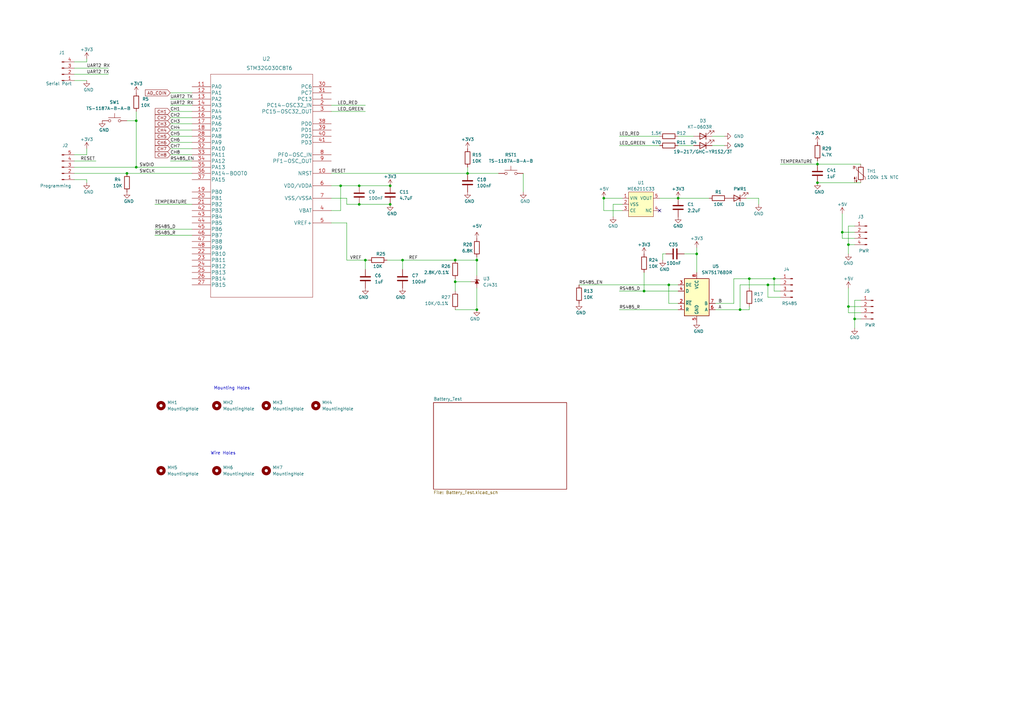
<source format=kicad_sch>
(kicad_sch (version 20211123) (generator eeschema)

  (uuid e63e39d7-6ac0-4ffd-8aa3-1841a4541b55)

  (paper "A3")

  (lib_symbols
    (symbol "BL702 Breakout:ME6211C33" (in_bom yes) (on_board yes)
      (property "Reference" "U" (id 0) (at 0 6.35 0)
        (effects (font (size 1.27 1.27)))
      )
      (property "Value" "ME6211C33" (id 1) (at 0 -6.35 0)
        (effects (font (size 1.27 1.27)))
      )
      (property "Footprint" "" (id 2) (at 0 0 0)
        (effects (font (size 1.27 1.27)) hide)
      )
      (property "Datasheet" "" (id 3) (at 0 0 0)
        (effects (font (size 1.27 1.27)) hide)
      )
      (symbol "ME6211C33_0_1"
        (rectangle (start -5.08 5.08) (end 5.08 -5.08)
          (stroke (width 0) (type default) (color 0 0 0 0))
          (fill (type background))
        )
      )
      (symbol "ME6211C33_1_1"
        (pin power_in line (at -7.62 2.54 0) (length 2.54)
          (name "VIN" (effects (font (size 1.27 1.27))))
          (number "1" (effects (font (size 1.27 1.27))))
        )
        (pin passive line (at -7.62 0 0) (length 2.54)
          (name "VSS" (effects (font (size 1.27 1.27))))
          (number "2" (effects (font (size 1.27 1.27))))
        )
        (pin passive line (at -7.62 -2.54 0) (length 2.54)
          (name "CE" (effects (font (size 1.27 1.27))))
          (number "3" (effects (font (size 1.27 1.27))))
        )
        (pin no_connect line (at 7.62 -2.54 180) (length 2.54)
          (name "NC" (effects (font (size 1.27 1.27))))
          (number "4" (effects (font (size 1.27 1.27))))
        )
        (pin power_out line (at 7.62 2.54 180) (length 2.54)
          (name "VOUT" (effects (font (size 1.27 1.27))))
          (number "5" (effects (font (size 1.27 1.27))))
        )
      )
    )
    (symbol "Connector:Conn_01x04_Male" (pin_names (offset 1.016) hide) (in_bom yes) (on_board yes)
      (property "Reference" "J" (id 0) (at 0 5.08 0)
        (effects (font (size 1.27 1.27)))
      )
      (property "Value" "Conn_01x04_Male" (id 1) (at 0 -7.62 0)
        (effects (font (size 1.27 1.27)))
      )
      (property "Footprint" "" (id 2) (at 0 0 0)
        (effects (font (size 1.27 1.27)) hide)
      )
      (property "Datasheet" "~" (id 3) (at 0 0 0)
        (effects (font (size 1.27 1.27)) hide)
      )
      (property "ki_keywords" "connector" (id 4) (at 0 0 0)
        (effects (font (size 1.27 1.27)) hide)
      )
      (property "ki_description" "Generic connector, single row, 01x04, script generated (kicad-library-utils/schlib/autogen/connector/)" (id 5) (at 0 0 0)
        (effects (font (size 1.27 1.27)) hide)
      )
      (property "ki_fp_filters" "Connector*:*_1x??_*" (id 6) (at 0 0 0)
        (effects (font (size 1.27 1.27)) hide)
      )
      (symbol "Conn_01x04_Male_1_1"
        (polyline
          (pts
            (xy 1.27 -5.08)
            (xy 0.8636 -5.08)
          )
          (stroke (width 0.1524) (type default) (color 0 0 0 0))
          (fill (type none))
        )
        (polyline
          (pts
            (xy 1.27 -2.54)
            (xy 0.8636 -2.54)
          )
          (stroke (width 0.1524) (type default) (color 0 0 0 0))
          (fill (type none))
        )
        (polyline
          (pts
            (xy 1.27 0)
            (xy 0.8636 0)
          )
          (stroke (width 0.1524) (type default) (color 0 0 0 0))
          (fill (type none))
        )
        (polyline
          (pts
            (xy 1.27 2.54)
            (xy 0.8636 2.54)
          )
          (stroke (width 0.1524) (type default) (color 0 0 0 0))
          (fill (type none))
        )
        (rectangle (start 0.8636 -4.953) (end 0 -5.207)
          (stroke (width 0.1524) (type default) (color 0 0 0 0))
          (fill (type outline))
        )
        (rectangle (start 0.8636 -2.413) (end 0 -2.667)
          (stroke (width 0.1524) (type default) (color 0 0 0 0))
          (fill (type outline))
        )
        (rectangle (start 0.8636 0.127) (end 0 -0.127)
          (stroke (width 0.1524) (type default) (color 0 0 0 0))
          (fill (type outline))
        )
        (rectangle (start 0.8636 2.667) (end 0 2.413)
          (stroke (width 0.1524) (type default) (color 0 0 0 0))
          (fill (type outline))
        )
        (pin passive line (at 5.08 2.54 180) (length 3.81)
          (name "Pin_1" (effects (font (size 1.27 1.27))))
          (number "1" (effects (font (size 1.27 1.27))))
        )
        (pin passive line (at 5.08 0 180) (length 3.81)
          (name "Pin_2" (effects (font (size 1.27 1.27))))
          (number "2" (effects (font (size 1.27 1.27))))
        )
        (pin passive line (at 5.08 -2.54 180) (length 3.81)
          (name "Pin_3" (effects (font (size 1.27 1.27))))
          (number "3" (effects (font (size 1.27 1.27))))
        )
        (pin passive line (at 5.08 -5.08 180) (length 3.81)
          (name "Pin_4" (effects (font (size 1.27 1.27))))
          (number "4" (effects (font (size 1.27 1.27))))
        )
      )
    )
    (symbol "Connector:Conn_01x05_Male" (pin_names (offset 1.016) hide) (in_bom yes) (on_board yes)
      (property "Reference" "J" (id 0) (at 0 7.62 0)
        (effects (font (size 1.27 1.27)))
      )
      (property "Value" "Conn_01x05_Male" (id 1) (at 0 -7.62 0)
        (effects (font (size 1.27 1.27)))
      )
      (property "Footprint" "" (id 2) (at 0 0 0)
        (effects (font (size 1.27 1.27)) hide)
      )
      (property "Datasheet" "~" (id 3) (at 0 0 0)
        (effects (font (size 1.27 1.27)) hide)
      )
      (property "ki_keywords" "connector" (id 4) (at 0 0 0)
        (effects (font (size 1.27 1.27)) hide)
      )
      (property "ki_description" "Generic connector, single row, 01x05, script generated (kicad-library-utils/schlib/autogen/connector/)" (id 5) (at 0 0 0)
        (effects (font (size 1.27 1.27)) hide)
      )
      (property "ki_fp_filters" "Connector*:*_1x??_*" (id 6) (at 0 0 0)
        (effects (font (size 1.27 1.27)) hide)
      )
      (symbol "Conn_01x05_Male_1_1"
        (polyline
          (pts
            (xy 1.27 -5.08)
            (xy 0.8636 -5.08)
          )
          (stroke (width 0.1524) (type default) (color 0 0 0 0))
          (fill (type none))
        )
        (polyline
          (pts
            (xy 1.27 -2.54)
            (xy 0.8636 -2.54)
          )
          (stroke (width 0.1524) (type default) (color 0 0 0 0))
          (fill (type none))
        )
        (polyline
          (pts
            (xy 1.27 0)
            (xy 0.8636 0)
          )
          (stroke (width 0.1524) (type default) (color 0 0 0 0))
          (fill (type none))
        )
        (polyline
          (pts
            (xy 1.27 2.54)
            (xy 0.8636 2.54)
          )
          (stroke (width 0.1524) (type default) (color 0 0 0 0))
          (fill (type none))
        )
        (polyline
          (pts
            (xy 1.27 5.08)
            (xy 0.8636 5.08)
          )
          (stroke (width 0.1524) (type default) (color 0 0 0 0))
          (fill (type none))
        )
        (rectangle (start 0.8636 -4.953) (end 0 -5.207)
          (stroke (width 0.1524) (type default) (color 0 0 0 0))
          (fill (type outline))
        )
        (rectangle (start 0.8636 -2.413) (end 0 -2.667)
          (stroke (width 0.1524) (type default) (color 0 0 0 0))
          (fill (type outline))
        )
        (rectangle (start 0.8636 0.127) (end 0 -0.127)
          (stroke (width 0.1524) (type default) (color 0 0 0 0))
          (fill (type outline))
        )
        (rectangle (start 0.8636 2.667) (end 0 2.413)
          (stroke (width 0.1524) (type default) (color 0 0 0 0))
          (fill (type outline))
        )
        (rectangle (start 0.8636 5.207) (end 0 4.953)
          (stroke (width 0.1524) (type default) (color 0 0 0 0))
          (fill (type outline))
        )
        (pin passive line (at 5.08 5.08 180) (length 3.81)
          (name "Pin_1" (effects (font (size 1.27 1.27))))
          (number "1" (effects (font (size 1.27 1.27))))
        )
        (pin passive line (at 5.08 2.54 180) (length 3.81)
          (name "Pin_2" (effects (font (size 1.27 1.27))))
          (number "2" (effects (font (size 1.27 1.27))))
        )
        (pin passive line (at 5.08 0 180) (length 3.81)
          (name "Pin_3" (effects (font (size 1.27 1.27))))
          (number "3" (effects (font (size 1.27 1.27))))
        )
        (pin passive line (at 5.08 -2.54 180) (length 3.81)
          (name "Pin_4" (effects (font (size 1.27 1.27))))
          (number "4" (effects (font (size 1.27 1.27))))
        )
        (pin passive line (at 5.08 -5.08 180) (length 3.81)
          (name "Pin_5" (effects (font (size 1.27 1.27))))
          (number "5" (effects (font (size 1.27 1.27))))
        )
      )
    )
    (symbol "Device:C" (pin_numbers hide) (pin_names (offset 0.254)) (in_bom yes) (on_board yes)
      (property "Reference" "C" (id 0) (at 0.635 2.54 0)
        (effects (font (size 1.27 1.27)) (justify left))
      )
      (property "Value" "C" (id 1) (at 0.635 -2.54 0)
        (effects (font (size 1.27 1.27)) (justify left))
      )
      (property "Footprint" "" (id 2) (at 0.9652 -3.81 0)
        (effects (font (size 1.27 1.27)) hide)
      )
      (property "Datasheet" "~" (id 3) (at 0 0 0)
        (effects (font (size 1.27 1.27)) hide)
      )
      (property "ki_keywords" "cap capacitor" (id 4) (at 0 0 0)
        (effects (font (size 1.27 1.27)) hide)
      )
      (property "ki_description" "Unpolarized capacitor" (id 5) (at 0 0 0)
        (effects (font (size 1.27 1.27)) hide)
      )
      (property "ki_fp_filters" "C_*" (id 6) (at 0 0 0)
        (effects (font (size 1.27 1.27)) hide)
      )
      (symbol "C_0_1"
        (polyline
          (pts
            (xy -2.032 -0.762)
            (xy 2.032 -0.762)
          )
          (stroke (width 0.508) (type default) (color 0 0 0 0))
          (fill (type none))
        )
        (polyline
          (pts
            (xy -2.032 0.762)
            (xy 2.032 0.762)
          )
          (stroke (width 0.508) (type default) (color 0 0 0 0))
          (fill (type none))
        )
      )
      (symbol "C_1_1"
        (pin passive line (at 0 3.81 270) (length 2.794)
          (name "~" (effects (font (size 1.27 1.27))))
          (number "1" (effects (font (size 1.27 1.27))))
        )
        (pin passive line (at 0 -3.81 90) (length 2.794)
          (name "~" (effects (font (size 1.27 1.27))))
          (number "2" (effects (font (size 1.27 1.27))))
        )
      )
    )
    (symbol "Device:LED" (pin_numbers hide) (pin_names (offset 1.016) hide) (in_bom yes) (on_board yes)
      (property "Reference" "D" (id 0) (at 0 2.54 0)
        (effects (font (size 1.27 1.27)))
      )
      (property "Value" "LED" (id 1) (at 0 -2.54 0)
        (effects (font (size 1.27 1.27)))
      )
      (property "Footprint" "" (id 2) (at 0 0 0)
        (effects (font (size 1.27 1.27)) hide)
      )
      (property "Datasheet" "~" (id 3) (at 0 0 0)
        (effects (font (size 1.27 1.27)) hide)
      )
      (property "ki_keywords" "LED diode" (id 4) (at 0 0 0)
        (effects (font (size 1.27 1.27)) hide)
      )
      (property "ki_description" "Light emitting diode" (id 5) (at 0 0 0)
        (effects (font (size 1.27 1.27)) hide)
      )
      (property "ki_fp_filters" "LED* LED_SMD:* LED_THT:*" (id 6) (at 0 0 0)
        (effects (font (size 1.27 1.27)) hide)
      )
      (symbol "LED_0_1"
        (polyline
          (pts
            (xy -1.27 -1.27)
            (xy -1.27 1.27)
          )
          (stroke (width 0.254) (type default) (color 0 0 0 0))
          (fill (type none))
        )
        (polyline
          (pts
            (xy -1.27 0)
            (xy 1.27 0)
          )
          (stroke (width 0) (type default) (color 0 0 0 0))
          (fill (type none))
        )
        (polyline
          (pts
            (xy 1.27 -1.27)
            (xy 1.27 1.27)
            (xy -1.27 0)
            (xy 1.27 -1.27)
          )
          (stroke (width 0.254) (type default) (color 0 0 0 0))
          (fill (type none))
        )
        (polyline
          (pts
            (xy -3.048 -0.762)
            (xy -4.572 -2.286)
            (xy -3.81 -2.286)
            (xy -4.572 -2.286)
            (xy -4.572 -1.524)
          )
          (stroke (width 0) (type default) (color 0 0 0 0))
          (fill (type none))
        )
        (polyline
          (pts
            (xy -1.778 -0.762)
            (xy -3.302 -2.286)
            (xy -2.54 -2.286)
            (xy -3.302 -2.286)
            (xy -3.302 -1.524)
          )
          (stroke (width 0) (type default) (color 0 0 0 0))
          (fill (type none))
        )
      )
      (symbol "LED_1_1"
        (pin passive line (at -3.81 0 0) (length 2.54)
          (name "K" (effects (font (size 1.27 1.27))))
          (number "1" (effects (font (size 1.27 1.27))))
        )
        (pin passive line (at 3.81 0 180) (length 2.54)
          (name "A" (effects (font (size 1.27 1.27))))
          (number "2" (effects (font (size 1.27 1.27))))
        )
      )
    )
    (symbol "Device:R" (pin_numbers hide) (pin_names (offset 0)) (in_bom yes) (on_board yes)
      (property "Reference" "R" (id 0) (at 2.032 0 90)
        (effects (font (size 1.27 1.27)))
      )
      (property "Value" "R" (id 1) (at 0 0 90)
        (effects (font (size 1.27 1.27)))
      )
      (property "Footprint" "" (id 2) (at -1.778 0 90)
        (effects (font (size 1.27 1.27)) hide)
      )
      (property "Datasheet" "~" (id 3) (at 0 0 0)
        (effects (font (size 1.27 1.27)) hide)
      )
      (property "ki_keywords" "R res resistor" (id 4) (at 0 0 0)
        (effects (font (size 1.27 1.27)) hide)
      )
      (property "ki_description" "Resistor" (id 5) (at 0 0 0)
        (effects (font (size 1.27 1.27)) hide)
      )
      (property "ki_fp_filters" "R_*" (id 6) (at 0 0 0)
        (effects (font (size 1.27 1.27)) hide)
      )
      (symbol "R_0_1"
        (rectangle (start -1.016 -2.54) (end 1.016 2.54)
          (stroke (width 0.254) (type default) (color 0 0 0 0))
          (fill (type none))
        )
      )
      (symbol "R_1_1"
        (pin passive line (at 0 3.81 270) (length 1.27)
          (name "~" (effects (font (size 1.27 1.27))))
          (number "1" (effects (font (size 1.27 1.27))))
        )
        (pin passive line (at 0 -3.81 90) (length 1.27)
          (name "~" (effects (font (size 1.27 1.27))))
          (number "2" (effects (font (size 1.27 1.27))))
        )
      )
    )
    (symbol "Device:Thermistor_NTC" (pin_numbers hide) (pin_names (offset 0)) (in_bom yes) (on_board yes)
      (property "Reference" "TH" (id 0) (at -4.445 0 90)
        (effects (font (size 1.27 1.27)))
      )
      (property "Value" "Thermistor_NTC" (id 1) (at 3.175 0 90)
        (effects (font (size 1.27 1.27)))
      )
      (property "Footprint" "" (id 2) (at 0 1.27 0)
        (effects (font (size 1.27 1.27)) hide)
      )
      (property "Datasheet" "~" (id 3) (at 0 1.27 0)
        (effects (font (size 1.27 1.27)) hide)
      )
      (property "ki_keywords" "thermistor NTC resistor sensor RTD" (id 4) (at 0 0 0)
        (effects (font (size 1.27 1.27)) hide)
      )
      (property "ki_description" "Temperature dependent resistor, negative temperature coefficient" (id 5) (at 0 0 0)
        (effects (font (size 1.27 1.27)) hide)
      )
      (property "ki_fp_filters" "*NTC* *Thermistor* PIN?ARRAY* bornier* *Terminal?Block* R_*" (id 6) (at 0 0 0)
        (effects (font (size 1.27 1.27)) hide)
      )
      (symbol "Thermistor_NTC_0_1"
        (arc (start -3.048 2.159) (mid -3.0505 2.3165) (end -3.175 2.413)
          (stroke (width 0) (type default) (color 0 0 0 0))
          (fill (type none))
        )
        (arc (start -3.048 2.159) (mid -2.9736 1.9794) (end -2.794 1.905)
          (stroke (width 0) (type default) (color 0 0 0 0))
          (fill (type none))
        )
        (arc (start -3.048 2.794) (mid -2.9736 2.6144) (end -2.794 2.54)
          (stroke (width 0) (type default) (color 0 0 0 0))
          (fill (type none))
        )
        (arc (start -2.794 1.905) (mid -2.6144 1.9794) (end -2.54 2.159)
          (stroke (width 0) (type default) (color 0 0 0 0))
          (fill (type none))
        )
        (arc (start -2.794 2.54) (mid -2.434 2.5608) (end -2.159 2.794)
          (stroke (width 0) (type default) (color 0 0 0 0))
          (fill (type none))
        )
        (arc (start -2.794 3.048) (mid -2.9736 2.9736) (end -3.048 2.794)
          (stroke (width 0) (type default) (color 0 0 0 0))
          (fill (type none))
        )
        (arc (start -2.54 2.794) (mid -2.6144 2.9736) (end -2.794 3.048)
          (stroke (width 0) (type default) (color 0 0 0 0))
          (fill (type none))
        )
        (rectangle (start -1.016 2.54) (end 1.016 -2.54)
          (stroke (width 0.254) (type default) (color 0 0 0 0))
          (fill (type none))
        )
        (polyline
          (pts
            (xy -2.54 2.159)
            (xy -2.54 2.794)
          )
          (stroke (width 0) (type default) (color 0 0 0 0))
          (fill (type none))
        )
        (polyline
          (pts
            (xy -1.778 2.54)
            (xy -1.778 1.524)
            (xy 1.778 -1.524)
            (xy 1.778 -2.54)
          )
          (stroke (width 0) (type default) (color 0 0 0 0))
          (fill (type none))
        )
        (polyline
          (pts
            (xy -2.54 -3.683)
            (xy -2.54 -1.397)
            (xy -2.794 -2.159)
            (xy -2.286 -2.159)
            (xy -2.54 -1.397)
            (xy -2.54 -1.651)
          )
          (stroke (width 0) (type default) (color 0 0 0 0))
          (fill (type outline))
        )
        (polyline
          (pts
            (xy -1.778 -1.397)
            (xy -1.778 -3.683)
            (xy -2.032 -2.921)
            (xy -1.524 -2.921)
            (xy -1.778 -3.683)
            (xy -1.778 -3.429)
          )
          (stroke (width 0) (type default) (color 0 0 0 0))
          (fill (type outline))
        )
      )
      (symbol "Thermistor_NTC_1_1"
        (pin passive line (at 0 3.81 270) (length 1.27)
          (name "~" (effects (font (size 1.27 1.27))))
          (number "1" (effects (font (size 1.27 1.27))))
        )
        (pin passive line (at 0 -3.81 90) (length 1.27)
          (name "~" (effects (font (size 1.27 1.27))))
          (number "2" (effects (font (size 1.27 1.27))))
        )
      )
    )
    (symbol "Interface_UART:SN75176AD" (in_bom yes) (on_board yes)
      (property "Reference" "U" (id 0) (at -4.318 8.89 0)
        (effects (font (size 1.27 1.27)))
      )
      (property "Value" "SN75176AD" (id 1) (at 1.016 8.89 0)
        (effects (font (size 1.27 1.27)) (justify left))
      )
      (property "Footprint" "Package_SO:SOIC-8_3.9x4.9mm_P1.27mm" (id 2) (at 0 -12.7 0)
        (effects (font (size 1.27 1.27)) hide)
      )
      (property "Datasheet" "http://www.ti.com/lit/ds/symlink/sn75176a.pdf" (id 3) (at 40.64 -5.08 0)
        (effects (font (size 1.27 1.27)) hide)
      )
      (property "ki_keywords" "Differential bus transceiver" (id 4) (at 0 0 0)
        (effects (font (size 1.27 1.27)) hide)
      )
      (property "ki_description" "Differential RS-422/RS-485 bus transceiver, SOIC-8" (id 5) (at 0 0 0)
        (effects (font (size 1.27 1.27)) hide)
      )
      (property "ki_fp_filters" "SOIC*3.9x4.9mm*P1.27mm*" (id 6) (at 0 0 0)
        (effects (font (size 1.27 1.27)) hide)
      )
      (symbol "SN75176AD_0_1"
        (rectangle (start -5.08 7.62) (end 5.08 -7.62)
          (stroke (width 0.254) (type default) (color 0 0 0 0))
          (fill (type background))
        )
      )
      (symbol "SN75176AD_1_1"
        (pin output line (at -7.62 -5.08 0) (length 2.54)
          (name "R" (effects (font (size 1.27 1.27))))
          (number "1" (effects (font (size 1.27 1.27))))
        )
        (pin input line (at -7.62 -2.54 0) (length 2.54)
          (name "~{RE}" (effects (font (size 1.27 1.27))))
          (number "2" (effects (font (size 1.27 1.27))))
        )
        (pin input line (at -7.62 5.08 0) (length 2.54)
          (name "DE" (effects (font (size 1.27 1.27))))
          (number "3" (effects (font (size 1.27 1.27))))
        )
        (pin input line (at -7.62 2.54 0) (length 2.54)
          (name "D" (effects (font (size 1.27 1.27))))
          (number "4" (effects (font (size 1.27 1.27))))
        )
        (pin power_in line (at 0 -10.16 90) (length 2.54)
          (name "GND" (effects (font (size 1.27 1.27))))
          (number "5" (effects (font (size 1.27 1.27))))
        )
        (pin bidirectional line (at 7.62 -5.08 180) (length 2.54)
          (name "A" (effects (font (size 1.27 1.27))))
          (number "6" (effects (font (size 1.27 1.27))))
        )
        (pin bidirectional line (at 7.62 -2.54 180) (length 2.54)
          (name "B" (effects (font (size 1.27 1.27))))
          (number "7" (effects (font (size 1.27 1.27))))
        )
        (pin power_in line (at 0 10.16 270) (length 2.54)
          (name "VCC" (effects (font (size 1.27 1.27))))
          (number "8" (effects (font (size 1.27 1.27))))
        )
      )
    )
    (symbol "Mechanical:MountingHole" (pin_names (offset 1.016)) (in_bom yes) (on_board yes)
      (property "Reference" "H" (id 0) (at 0 5.08 0)
        (effects (font (size 1.27 1.27)))
      )
      (property "Value" "MountingHole" (id 1) (at 0 3.175 0)
        (effects (font (size 1.27 1.27)))
      )
      (property "Footprint" "" (id 2) (at 0 0 0)
        (effects (font (size 1.27 1.27)) hide)
      )
      (property "Datasheet" "~" (id 3) (at 0 0 0)
        (effects (font (size 1.27 1.27)) hide)
      )
      (property "ki_keywords" "mounting hole" (id 4) (at 0 0 0)
        (effects (font (size 1.27 1.27)) hide)
      )
      (property "ki_description" "Mounting Hole without connection" (id 5) (at 0 0 0)
        (effects (font (size 1.27 1.27)) hide)
      )
      (property "ki_fp_filters" "MountingHole*" (id 6) (at 0 0 0)
        (effects (font (size 1.27 1.27)) hide)
      )
      (symbol "MountingHole_0_1"
        (circle (center 0 0) (radius 1.27)
          (stroke (width 1.27) (type default) (color 0 0 0 0))
          (fill (type none))
        )
      )
    )
    (symbol "Reference_Voltage:TL431DBZ" (pin_numbers hide) (pin_names hide) (in_bom yes) (on_board yes)
      (property "Reference" "U" (id 0) (at -2.54 2.54 0)
        (effects (font (size 1.27 1.27)))
      )
      (property "Value" "TL431DBZ" (id 1) (at 0 -2.54 0)
        (effects (font (size 1.27 1.27)))
      )
      (property "Footprint" "Package_TO_SOT_SMD:SOT-23" (id 2) (at 0 -3.81 0)
        (effects (font (size 1.27 1.27) italic) hide)
      )
      (property "Datasheet" "http://www.ti.com/lit/ds/symlink/tl431.pdf" (id 3) (at 0 0 0)
        (effects (font (size 1.27 1.27) italic) hide)
      )
      (property "ki_keywords" "diode device shunt regulator" (id 4) (at 0 0 0)
        (effects (font (size 1.27 1.27)) hide)
      )
      (property "ki_description" "Shunt Regulator, SOT-23" (id 5) (at 0 0 0)
        (effects (font (size 1.27 1.27)) hide)
      )
      (property "ki_fp_filters" "SOT?23*" (id 6) (at 0 0 0)
        (effects (font (size 1.27 1.27)) hide)
      )
      (symbol "TL431DBZ_0_1"
        (polyline
          (pts
            (xy -1.27 0)
            (xy 0 0)
            (xy 1.27 0)
          )
          (stroke (width 0) (type default) (color 0 0 0 0))
          (fill (type none))
        )
        (polyline
          (pts
            (xy -0.762 0.762)
            (xy 0.762 0)
            (xy -0.762 -0.762)
          )
          (stroke (width 0) (type default) (color 0 0 0 0))
          (fill (type outline))
        )
        (polyline
          (pts
            (xy 0.508 -1.016)
            (xy 0.762 -0.762)
            (xy 0.762 0.762)
            (xy 0.762 0.762)
          )
          (stroke (width 0.254) (type default) (color 0 0 0 0))
          (fill (type none))
        )
      )
      (symbol "TL431DBZ_1_1"
        (pin passive line (at 2.54 0 180) (length 2.54)
          (name "K" (effects (font (size 1.27 1.27))))
          (number "1" (effects (font (size 1.27 1.27))))
        )
        (pin passive line (at 0 2.54 270) (length 2.54)
          (name "REF" (effects (font (size 1.27 1.27))))
          (number "2" (effects (font (size 1.27 1.27))))
        )
        (pin passive line (at -2.54 0 0) (length 2.54)
          (name "A" (effects (font (size 1.27 1.27))))
          (number "3" (effects (font (size 1.27 1.27))))
        )
      )
    )
    (symbol "Switch:SW_Push" (pin_numbers hide) (pin_names (offset 1.016) hide) (in_bom yes) (on_board yes)
      (property "Reference" "SW" (id 0) (at 1.27 2.54 0)
        (effects (font (size 1.27 1.27)) (justify left))
      )
      (property "Value" "SW_Push" (id 1) (at 0 -1.524 0)
        (effects (font (size 1.27 1.27)))
      )
      (property "Footprint" "" (id 2) (at 0 5.08 0)
        (effects (font (size 1.27 1.27)) hide)
      )
      (property "Datasheet" "~" (id 3) (at 0 5.08 0)
        (effects (font (size 1.27 1.27)) hide)
      )
      (property "ki_keywords" "switch normally-open pushbutton push-button" (id 4) (at 0 0 0)
        (effects (font (size 1.27 1.27)) hide)
      )
      (property "ki_description" "Push button switch, generic, two pins" (id 5) (at 0 0 0)
        (effects (font (size 1.27 1.27)) hide)
      )
      (symbol "SW_Push_0_1"
        (circle (center -2.032 0) (radius 0.508)
          (stroke (width 0) (type default) (color 0 0 0 0))
          (fill (type none))
        )
        (polyline
          (pts
            (xy 0 1.27)
            (xy 0 3.048)
          )
          (stroke (width 0) (type default) (color 0 0 0 0))
          (fill (type none))
        )
        (polyline
          (pts
            (xy 2.54 1.27)
            (xy -2.54 1.27)
          )
          (stroke (width 0) (type default) (color 0 0 0 0))
          (fill (type none))
        )
        (circle (center 2.032 0) (radius 0.508)
          (stroke (width 0) (type default) (color 0 0 0 0))
          (fill (type none))
        )
        (pin passive line (at -5.08 0 0) (length 2.54)
          (name "1" (effects (font (size 1.27 1.27))))
          (number "1" (effects (font (size 1.27 1.27))))
        )
        (pin passive line (at 5.08 0 180) (length 2.54)
          (name "2" (effects (font (size 1.27 1.27))))
          (number "2" (effects (font (size 1.27 1.27))))
        )
      )
    )
    (symbol "dual_extruder:STM32G030C8T6" (pin_names (offset 0.254)) (in_bom yes) (on_board yes)
      (property "Reference" "U" (id 0) (at 29.21 10.16 0)
        (effects (font (size 1.524 1.524)))
      )
      (property "Value" "STM32G030C8T6" (id 1) (at 29.21 7.62 0)
        (effects (font (size 1.524 1.524)))
      )
      (property "Footprint" "LQFP48" (id 2) (at 29.21 6.096 0)
        (effects (font (size 1.524 1.524)) hide)
      )
      (property "Datasheet" "" (id 3) (at 0 0 0)
        (effects (font (size 1.524 1.524)))
      )
      (property "ki_locked" "" (id 4) (at 0 0 0)
        (effects (font (size 1.27 1.27)))
      )
      (property "ki_fp_filters" "LQFP48 LQFP48-M LQFP48-L" (id 5) (at 0 0 0)
        (effects (font (size 1.27 1.27)) hide)
      )
      (symbol "STM32G030C8T6_1_1"
        (polyline
          (pts
            (xy 7.62 -86.36)
            (xy 49.53 -86.36)
          )
          (stroke (width 0.127) (type default) (color 0 0 0 0))
          (fill (type none))
        )
        (polyline
          (pts
            (xy 7.62 5.08)
            (xy 7.62 -86.36)
          )
          (stroke (width 0.127) (type default) (color 0 0 0 0))
          (fill (type none))
        )
        (polyline
          (pts
            (xy 49.53 -86.36)
            (xy 49.53 5.08)
          )
          (stroke (width 0.127) (type default) (color 0 0 0 0))
          (fill (type none))
        )
        (polyline
          (pts
            (xy 49.53 5.08)
            (xy 7.62 5.08)
          )
          (stroke (width 0.127) (type default) (color 0 0 0 0))
          (fill (type none))
        )
        (pin bidirectional line (at 57.15 -5.08 180) (length 7.62)
          (name "PC13" (effects (font (size 1.4986 1.4986))))
          (number "1" (effects (font (size 1.4986 1.4986))))
        )
        (pin bidirectional line (at 57.15 -35.56 180) (length 7.62)
          (name "NRST" (effects (font (size 1.4986 1.4986))))
          (number "10" (effects (font (size 1.4986 1.4986))))
        )
        (pin bidirectional line (at 0 0 0) (length 7.62)
          (name "PA0" (effects (font (size 1.4986 1.4986))))
          (number "11" (effects (font (size 1.4986 1.4986))))
        )
        (pin bidirectional line (at 0 -2.54 0) (length 7.62)
          (name "PA1" (effects (font (size 1.4986 1.4986))))
          (number "12" (effects (font (size 1.4986 1.4986))))
        )
        (pin bidirectional line (at 0 -5.08 0) (length 7.62)
          (name "PA2" (effects (font (size 1.4986 1.4986))))
          (number "13" (effects (font (size 1.4986 1.4986))))
        )
        (pin bidirectional line (at 0 -7.62 0) (length 7.62)
          (name "PA3" (effects (font (size 1.4986 1.4986))))
          (number "14" (effects (font (size 1.4986 1.4986))))
        )
        (pin bidirectional line (at 0 -10.16 0) (length 7.62)
          (name "PA4" (effects (font (size 1.4986 1.4986))))
          (number "15" (effects (font (size 1.4986 1.4986))))
        )
        (pin bidirectional line (at 0 -12.7 0) (length 7.62)
          (name "PA5" (effects (font (size 1.4986 1.4986))))
          (number "16" (effects (font (size 1.4986 1.4986))))
        )
        (pin bidirectional line (at 0 -15.24 0) (length 7.62)
          (name "PA6" (effects (font (size 1.4986 1.4986))))
          (number "17" (effects (font (size 1.4986 1.4986))))
        )
        (pin bidirectional line (at 0 -17.78 0) (length 7.62)
          (name "PA7" (effects (font (size 1.4986 1.4986))))
          (number "18" (effects (font (size 1.4986 1.4986))))
        )
        (pin bidirectional line (at 0 -43.18 0) (length 7.62)
          (name "PB0" (effects (font (size 1.4986 1.4986))))
          (number "19" (effects (font (size 1.4986 1.4986))))
        )
        (pin bidirectional line (at 57.15 -7.62 180) (length 7.62)
          (name "PC14-OSC32_IN" (effects (font (size 1.4986 1.4986))))
          (number "2" (effects (font (size 1.4986 1.4986))))
        )
        (pin bidirectional line (at 0 -45.72 0) (length 7.62)
          (name "PB1" (effects (font (size 1.4986 1.4986))))
          (number "20" (effects (font (size 1.4986 1.4986))))
        )
        (pin bidirectional line (at 0 -48.26 0) (length 7.62)
          (name "PB2" (effects (font (size 1.4986 1.4986))))
          (number "21" (effects (font (size 1.4986 1.4986))))
        )
        (pin bidirectional line (at 0 -68.58 0) (length 7.62)
          (name "PB10" (effects (font (size 1.4986 1.4986))))
          (number "22" (effects (font (size 1.4986 1.4986))))
        )
        (pin bidirectional line (at 0 -71.12 0) (length 7.62)
          (name "PB11" (effects (font (size 1.4986 1.4986))))
          (number "23" (effects (font (size 1.4986 1.4986))))
        )
        (pin bidirectional line (at 0 -73.66 0) (length 7.62)
          (name "PB12" (effects (font (size 1.4986 1.4986))))
          (number "24" (effects (font (size 1.4986 1.4986))))
        )
        (pin bidirectional line (at 0 -76.2 0) (length 7.62)
          (name "PB13" (effects (font (size 1.4986 1.4986))))
          (number "25" (effects (font (size 1.4986 1.4986))))
        )
        (pin bidirectional line (at 0 -78.74 0) (length 7.62)
          (name "PB14" (effects (font (size 1.4986 1.4986))))
          (number "26" (effects (font (size 1.4986 1.4986))))
        )
        (pin bidirectional line (at 0 -81.28 0) (length 7.62)
          (name "PB15" (effects (font (size 1.4986 1.4986))))
          (number "27" (effects (font (size 1.4986 1.4986))))
        )
        (pin bidirectional line (at 0 -20.32 0) (length 7.62)
          (name "PA8" (effects (font (size 1.4986 1.4986))))
          (number "28" (effects (font (size 1.4986 1.4986))))
        )
        (pin bidirectional line (at 0 -22.86 0) (length 7.62)
          (name "PA9" (effects (font (size 1.4986 1.4986))))
          (number "29" (effects (font (size 1.4986 1.4986))))
        )
        (pin bidirectional line (at 57.15 -10.16 180) (length 7.62)
          (name "PC15-OSC32_OUT" (effects (font (size 1.4986 1.4986))))
          (number "3" (effects (font (size 1.4986 1.4986))))
        )
        (pin bidirectional line (at 57.15 0 180) (length 7.62)
          (name "PC6" (effects (font (size 1.4986 1.4986))))
          (number "30" (effects (font (size 1.4986 1.4986))))
        )
        (pin bidirectional line (at 57.15 -2.54 180) (length 7.62)
          (name "PC7" (effects (font (size 1.4986 1.4986))))
          (number "31" (effects (font (size 1.4986 1.4986))))
        )
        (pin bidirectional line (at 0 -25.4 0) (length 7.62)
          (name "PA10" (effects (font (size 1.4986 1.4986))))
          (number "32" (effects (font (size 1.4986 1.4986))))
        )
        (pin bidirectional line (at 0 -27.94 0) (length 7.62)
          (name "PA11" (effects (font (size 1.4986 1.4986))))
          (number "33" (effects (font (size 1.4986 1.4986))))
        )
        (pin bidirectional line (at 0 -30.48 0) (length 7.62)
          (name "PA12" (effects (font (size 1.4986 1.4986))))
          (number "34" (effects (font (size 1.4986 1.4986))))
        )
        (pin bidirectional line (at 0 -33.02 0) (length 7.62)
          (name "PA13" (effects (font (size 1.4986 1.4986))))
          (number "35" (effects (font (size 1.4986 1.4986))))
        )
        (pin bidirectional line (at 0 -35.56 0) (length 7.62)
          (name "PA14-BOOT0" (effects (font (size 1.4986 1.4986))))
          (number "36" (effects (font (size 1.4986 1.4986))))
        )
        (pin bidirectional line (at 0 -38.1 0) (length 7.62)
          (name "PA15" (effects (font (size 1.4986 1.4986))))
          (number "37" (effects (font (size 1.4986 1.4986))))
        )
        (pin bidirectional line (at 57.15 -15.24 180) (length 7.62)
          (name "PD0" (effects (font (size 1.4986 1.4986))))
          (number "38" (effects (font (size 1.4986 1.4986))))
        )
        (pin bidirectional line (at 57.15 -17.78 180) (length 7.62)
          (name "PD1" (effects (font (size 1.4986 1.4986))))
          (number "39" (effects (font (size 1.4986 1.4986))))
        )
        (pin power_in line (at 57.15 -50.8 180) (length 7.62)
          (name "VBAT" (effects (font (size 1.4986 1.4986))))
          (number "4" (effects (font (size 1.4986 1.4986))))
        )
        (pin bidirectional line (at 57.15 -20.32 180) (length 7.62)
          (name "PD2" (effects (font (size 1.4986 1.4986))))
          (number "40" (effects (font (size 1.4986 1.4986))))
        )
        (pin bidirectional line (at 57.15 -22.86 180) (length 7.62)
          (name "PD3" (effects (font (size 1.4986 1.4986))))
          (number "41" (effects (font (size 1.4986 1.4986))))
        )
        (pin bidirectional line (at 0 -50.8 0) (length 7.62)
          (name "PB3" (effects (font (size 1.4986 1.4986))))
          (number "42" (effects (font (size 1.4986 1.4986))))
        )
        (pin bidirectional line (at 0 -53.34 0) (length 7.62)
          (name "PB4" (effects (font (size 1.4986 1.4986))))
          (number "43" (effects (font (size 1.4986 1.4986))))
        )
        (pin bidirectional line (at 0 -55.88 0) (length 7.62)
          (name "PB5" (effects (font (size 1.4986 1.4986))))
          (number "44" (effects (font (size 1.4986 1.4986))))
        )
        (pin bidirectional line (at 0 -58.42 0) (length 7.62)
          (name "PB6" (effects (font (size 1.4986 1.4986))))
          (number "45" (effects (font (size 1.4986 1.4986))))
        )
        (pin bidirectional line (at 0 -60.96 0) (length 7.62)
          (name "PB7" (effects (font (size 1.4986 1.4986))))
          (number "46" (effects (font (size 1.4986 1.4986))))
        )
        (pin bidirectional line (at 0 -63.5 0) (length 7.62)
          (name "PB8" (effects (font (size 1.4986 1.4986))))
          (number "47" (effects (font (size 1.4986 1.4986))))
        )
        (pin bidirectional line (at 0 -66.04 0) (length 7.62)
          (name "PB9" (effects (font (size 1.4986 1.4986))))
          (number "48" (effects (font (size 1.4986 1.4986))))
        )
        (pin power_in line (at 57.15 -55.88 180) (length 7.62)
          (name "VREF+" (effects (font (size 1.4986 1.4986))))
          (number "5" (effects (font (size 1.4986 1.4986))))
        )
        (pin power_in line (at 57.15 -40.64 180) (length 7.62)
          (name "VDD/VDDA" (effects (font (size 1.4986 1.4986))))
          (number "6" (effects (font (size 1.4986 1.4986))))
        )
        (pin power_in line (at 57.15 -45.72 180) (length 7.62)
          (name "VSS/VSSA" (effects (font (size 1.4986 1.4986))))
          (number "7" (effects (font (size 1.4986 1.4986))))
        )
        (pin bidirectional line (at 57.15 -27.94 180) (length 7.62)
          (name "PF0-OSC_IN" (effects (font (size 1.4986 1.4986))))
          (number "8" (effects (font (size 1.4986 1.4986))))
        )
        (pin bidirectional line (at 57.15 -30.48 180) (length 7.62)
          (name "PF1-OSC_OUT" (effects (font (size 1.4986 1.4986))))
          (number "9" (effects (font (size 1.4986 1.4986))))
        )
      )
    )
    (symbol "power:+3.3V" (power) (pin_names (offset 0)) (in_bom yes) (on_board yes)
      (property "Reference" "#PWR" (id 0) (at 0 -3.81 0)
        (effects (font (size 1.27 1.27)) hide)
      )
      (property "Value" "+3.3V" (id 1) (at 0 3.556 0)
        (effects (font (size 1.27 1.27)))
      )
      (property "Footprint" "" (id 2) (at 0 0 0)
        (effects (font (size 1.27 1.27)) hide)
      )
      (property "Datasheet" "" (id 3) (at 0 0 0)
        (effects (font (size 1.27 1.27)) hide)
      )
      (property "ki_keywords" "power-flag" (id 4) (at 0 0 0)
        (effects (font (size 1.27 1.27)) hide)
      )
      (property "ki_description" "Power symbol creates a global label with name \"+3.3V\"" (id 5) (at 0 0 0)
        (effects (font (size 1.27 1.27)) hide)
      )
      (symbol "+3.3V_0_1"
        (polyline
          (pts
            (xy -0.762 1.27)
            (xy 0 2.54)
          )
          (stroke (width 0) (type default) (color 0 0 0 0))
          (fill (type none))
        )
        (polyline
          (pts
            (xy 0 0)
            (xy 0 2.54)
          )
          (stroke (width 0) (type default) (color 0 0 0 0))
          (fill (type none))
        )
        (polyline
          (pts
            (xy 0 2.54)
            (xy 0.762 1.27)
          )
          (stroke (width 0) (type default) (color 0 0 0 0))
          (fill (type none))
        )
      )
      (symbol "+3.3V_1_1"
        (pin power_in line (at 0 0 90) (length 0) hide
          (name "+3V3" (effects (font (size 1.27 1.27))))
          (number "1" (effects (font (size 1.27 1.27))))
        )
      )
    )
    (symbol "power:+5V" (power) (pin_names (offset 0)) (in_bom yes) (on_board yes)
      (property "Reference" "#PWR" (id 0) (at 0 -3.81 0)
        (effects (font (size 1.27 1.27)) hide)
      )
      (property "Value" "+5V" (id 1) (at 0 3.556 0)
        (effects (font (size 1.27 1.27)))
      )
      (property "Footprint" "" (id 2) (at 0 0 0)
        (effects (font (size 1.27 1.27)) hide)
      )
      (property "Datasheet" "" (id 3) (at 0 0 0)
        (effects (font (size 1.27 1.27)) hide)
      )
      (property "ki_keywords" "power-flag" (id 4) (at 0 0 0)
        (effects (font (size 1.27 1.27)) hide)
      )
      (property "ki_description" "Power symbol creates a global label with name \"+5V\"" (id 5) (at 0 0 0)
        (effects (font (size 1.27 1.27)) hide)
      )
      (symbol "+5V_0_1"
        (polyline
          (pts
            (xy -0.762 1.27)
            (xy 0 2.54)
          )
          (stroke (width 0) (type default) (color 0 0 0 0))
          (fill (type none))
        )
        (polyline
          (pts
            (xy 0 0)
            (xy 0 2.54)
          )
          (stroke (width 0) (type default) (color 0 0 0 0))
          (fill (type none))
        )
        (polyline
          (pts
            (xy 0 2.54)
            (xy 0.762 1.27)
          )
          (stroke (width 0) (type default) (color 0 0 0 0))
          (fill (type none))
        )
      )
      (symbol "+5V_1_1"
        (pin power_in line (at 0 0 90) (length 0) hide
          (name "+5V" (effects (font (size 1.27 1.27))))
          (number "1" (effects (font (size 1.27 1.27))))
        )
      )
    )
    (symbol "power:GND" (power) (pin_names (offset 0)) (in_bom yes) (on_board yes)
      (property "Reference" "#PWR" (id 0) (at 0 -6.35 0)
        (effects (font (size 1.27 1.27)) hide)
      )
      (property "Value" "GND" (id 1) (at 0 -3.81 0)
        (effects (font (size 1.27 1.27)))
      )
      (property "Footprint" "" (id 2) (at 0 0 0)
        (effects (font (size 1.27 1.27)) hide)
      )
      (property "Datasheet" "" (id 3) (at 0 0 0)
        (effects (font (size 1.27 1.27)) hide)
      )
      (property "ki_keywords" "power-flag" (id 4) (at 0 0 0)
        (effects (font (size 1.27 1.27)) hide)
      )
      (property "ki_description" "Power symbol creates a global label with name \"GND\" , ground" (id 5) (at 0 0 0)
        (effects (font (size 1.27 1.27)) hide)
      )
      (symbol "GND_0_1"
        (polyline
          (pts
            (xy 0 0)
            (xy 0 -1.27)
            (xy 1.27 -1.27)
            (xy 0 -2.54)
            (xy -1.27 -1.27)
            (xy 0 -1.27)
          )
          (stroke (width 0) (type default) (color 0 0 0 0))
          (fill (type none))
        )
      )
      (symbol "GND_1_1"
        (pin power_in line (at 0 0 270) (length 0) hide
          (name "GND" (effects (font (size 1.27 1.27))))
          (number "1" (effects (font (size 1.27 1.27))))
        )
      )
    )
  )

  (junction (at 191.77 71.12) (diameter 0) (color 0 0 0 0)
    (uuid 088b656e-02f7-4ef6-aeda-f2e6b496a001)
  )
  (junction (at 55.88 68.58) (diameter 0) (color 0 0 0 0)
    (uuid 1026d2d1-0ba0-492c-8e31-1e273a162745)
  )
  (junction (at 350.52 130.81) (diameter 0) (color 0 0 0 0)
    (uuid 158caea1-8be4-4d68-b695-e535f7813c3b)
  )
  (junction (at 55.88 49.53) (diameter 0) (color 0 0 0 0)
    (uuid 16a42b51-eb93-4f55-acdb-bfe54c432f4c)
  )
  (junction (at 314.96 116.84) (diameter 0) (color 0 0 0 0)
    (uuid 16b3c47d-b4c9-416b-87ef-afe429921c32)
  )
  (junction (at 247.65 81.28) (diameter 0) (color 0 0 0 0)
    (uuid 1e101ed3-7727-4bed-a1fc-80bd76f50d4a)
  )
  (junction (at 303.53 127) (diameter 0) (color 0 0 0 0)
    (uuid 1ecd6f2b-92d9-4d00-85f9-9c13095bfdf6)
  )
  (junction (at 147.32 76.2) (diameter 0) (color 0 0 0 0)
    (uuid 2a365d5b-f938-42cb-91ca-8b376ac89e8f)
  )
  (junction (at 274.32 116.84) (diameter 0) (color 0 0 0 0)
    (uuid 312b76ea-f650-407c-bdbb-7a5a9d8e731f)
  )
  (junction (at 52.07 71.12) (diameter 0) (color 0 0 0 0)
    (uuid 38f44a2d-a4a5-4d70-84e1-e63d43d9e7a2)
  )
  (junction (at 139.7 76.2) (diameter 0) (color 0 0 0 0)
    (uuid 5078d781-9958-450f-9227-733b96d250d0)
  )
  (junction (at 307.34 114.3) (diameter 0) (color 0 0 0 0)
    (uuid 554c5342-4f8b-4571-85c4-2341a4bb98c1)
  )
  (junction (at 160.02 76.2) (diameter 0) (color 0 0 0 0)
    (uuid 5ca71df3-23ec-4148-a710-76dea82e87f9)
  )
  (junction (at 335.28 74.93) (diameter 0) (color 0 0 0 0)
    (uuid 62eb2a29-7a48-465e-867d-394dec603d95)
  )
  (junction (at 195.58 106.68) (diameter 0) (color 0 0 0 0)
    (uuid 63982434-0d8c-4c46-bb8f-c2926ef1d675)
  )
  (junction (at 195.58 127) (diameter 0) (color 0 0 0 0)
    (uuid 66511671-6520-4cb1-84c3-963ca218f2f9)
  )
  (junction (at 347.98 100.33) (diameter 0) (color 0 0 0 0)
    (uuid 680ffb16-9f3a-4dd1-ae88-2fb80c87eb70)
  )
  (junction (at 278.13 81.28) (diameter 0) (color 0 0 0 0)
    (uuid 69e9e663-adb6-43be-bee7-e238a2b332b0)
  )
  (junction (at 165.1 106.68) (diameter 0) (color 0 0 0 0)
    (uuid 77ab2aee-d9a1-45d8-948f-20a27a67e228)
  )
  (junction (at 160.02 83.82) (diameter 0) (color 0 0 0 0)
    (uuid 84b4dbbe-4609-4622-9e78-ee899487b53b)
  )
  (junction (at 317.5 114.3) (diameter 0) (color 0 0 0 0)
    (uuid 8503597c-c407-403d-918b-34ae258f78a9)
  )
  (junction (at 186.69 106.68) (diameter 0) (color 0 0 0 0)
    (uuid 8d7baf01-38e8-44ca-ab72-2b4827c1976e)
  )
  (junction (at 149.86 106.68) (diameter 0) (color 0 0 0 0)
    (uuid a5d457e3-9d5e-4768-b43c-e93d05ce7a91)
  )
  (junction (at 186.69 115.57) (diameter 0) (color 0 0 0 0)
    (uuid ad2a67a7-b2ed-40c6-b42b-3eb17b2489ac)
  )
  (junction (at 335.28 67.31) (diameter 0) (color 0 0 0 0)
    (uuid b7627ca3-ca99-4243-bb94-6b15b61ebfab)
  )
  (junction (at 147.32 83.82) (diameter 0) (color 0 0 0 0)
    (uuid c1d3863a-51cc-4917-b12b-bdfa72750b4d)
  )
  (junction (at 264.16 119.38) (diameter 0) (color 0 0 0 0)
    (uuid c9bbdf94-0af2-496c-a307-c939762fcb82)
  )
  (junction (at 285.75 104.14) (diameter 0) (color 0 0 0 0)
    (uuid ca5e6633-6eb8-45e7-b214-384b464284d5)
  )
  (junction (at 345.44 95.25) (diameter 0) (color 0 0 0 0)
    (uuid ce7709e8-9d69-44d9-bda8-89cdcce30ae9)
  )
  (junction (at 347.98 125.73) (diameter 0) (color 0 0 0 0)
    (uuid dda14812-5688-43d8-b942-13a0870488b1)
  )

  (no_connect (at 270.51 86.36) (uuid cb933428-7fd2-4d26-89f9-e440098eccdc))

  (wire (pts (xy 307.34 125.73) (xy 307.34 127))
    (stroke (width 0) (type default) (color 0 0 0 0))
    (uuid 02341753-db76-4e27-9207-55f6942cb1c7)
  )
  (wire (pts (xy 292.1 55.88) (xy 297.18 55.88))
    (stroke (width 0) (type default) (color 0 0 0 0))
    (uuid 03c69949-aeaa-4ace-8e63-d9de7198f7a4)
  )
  (wire (pts (xy 30.48 68.58) (xy 55.88 68.58))
    (stroke (width 0) (type default) (color 0 0 0 0))
    (uuid 04693f46-6b28-413f-a877-187ff0dd60c9)
  )
  (wire (pts (xy 195.58 118.11) (xy 195.58 127))
    (stroke (width 0) (type default) (color 0 0 0 0))
    (uuid 062bbb8b-bb25-4f1a-b150-3ae40f70064e)
  )
  (wire (pts (xy 186.69 114.3) (xy 186.69 115.57))
    (stroke (width 0) (type default) (color 0 0 0 0))
    (uuid 0987d6c2-f61c-4adf-8030-404cd3a8cb12)
  )
  (wire (pts (xy 135.89 43.18) (xy 149.86 43.18))
    (stroke (width 0) (type default) (color 0 0 0 0))
    (uuid 0b92809b-d176-4af4-a2a4-e98b7f81352e)
  )
  (wire (pts (xy 271.78 104.14) (xy 271.78 106.68))
    (stroke (width 0) (type default) (color 0 0 0 0))
    (uuid 0e124c77-0d3a-4bd4-9878-f3a7ab648607)
  )
  (wire (pts (xy 191.77 71.12) (xy 204.47 71.12))
    (stroke (width 0) (type default) (color 0 0 0 0))
    (uuid 0f0948db-3512-40aa-917a-957bcda94830)
  )
  (wire (pts (xy 247.65 86.36) (xy 247.65 81.28))
    (stroke (width 0) (type default) (color 0 0 0 0))
    (uuid 1368c2ec-f6c9-4eb6-b850-ede8fce5f93f)
  )
  (wire (pts (xy 69.85 58.42) (xy 78.74 58.42))
    (stroke (width 0) (type default) (color 0 0 0 0))
    (uuid 1371476a-97bd-4402-bab5-b3fb30c690b6)
  )
  (wire (pts (xy 293.37 127) (xy 303.53 127))
    (stroke (width 0) (type default) (color 0 0 0 0))
    (uuid 16f94a66-9c26-4271-8a83-126f7f1a038f)
  )
  (wire (pts (xy 30.48 30.48) (xy 44.45 30.48))
    (stroke (width 0) (type default) (color 0 0 0 0))
    (uuid 17c596ac-4777-44dd-b0b4-1694501e06d2)
  )
  (wire (pts (xy 52.07 71.12) (xy 78.74 71.12))
    (stroke (width 0) (type default) (color 0 0 0 0))
    (uuid 1be9246d-4b22-4af8-9ec5-36c0c075946b)
  )
  (wire (pts (xy 30.48 63.5) (xy 35.56 63.5))
    (stroke (width 0) (type default) (color 0 0 0 0))
    (uuid 1f93ece9-18d1-4295-8900-c2bae74ef5eb)
  )
  (wire (pts (xy 347.98 128.27) (xy 347.98 125.73))
    (stroke (width 0) (type default) (color 0 0 0 0))
    (uuid 21efc306-5791-4e90-8014-e2a9eb6d34d6)
  )
  (wire (pts (xy 69.85 60.96) (xy 78.74 60.96))
    (stroke (width 0) (type default) (color 0 0 0 0))
    (uuid 23eef575-78ac-40b8-b251-13a5d404ce8d)
  )
  (wire (pts (xy 353.06 123.19) (xy 350.52 123.19))
    (stroke (width 0) (type default) (color 0 0 0 0))
    (uuid 28042a7c-0922-4028-8e66-3390b63dc3dc)
  )
  (wire (pts (xy 69.85 63.5) (xy 78.74 63.5))
    (stroke (width 0) (type default) (color 0 0 0 0))
    (uuid 28d9870c-a60a-4248-9156-024efeeceab5)
  )
  (wire (pts (xy 69.85 43.18) (xy 78.74 43.18))
    (stroke (width 0) (type default) (color 0 0 0 0))
    (uuid 28e6eb0f-611e-408d-9004-2a8be035cfa4)
  )
  (wire (pts (xy 293.37 124.46) (xy 300.99 124.46))
    (stroke (width 0) (type default) (color 0 0 0 0))
    (uuid 2a5e3bd6-e47f-4caf-b6f1-d89d997c3fd6)
  )
  (wire (pts (xy 353.06 125.73) (xy 347.98 125.73))
    (stroke (width 0) (type default) (color 0 0 0 0))
    (uuid 2bbafe1b-5010-4cc4-97c4-31d1f969cd08)
  )
  (wire (pts (xy 237.49 116.84) (xy 274.32 116.84))
    (stroke (width 0) (type default) (color 0 0 0 0))
    (uuid 2ef7aa88-80ab-4da1-950e-8bc968360a97)
  )
  (wire (pts (xy 345.44 95.25) (xy 345.44 87.63))
    (stroke (width 0) (type default) (color 0 0 0 0))
    (uuid 2f6ff2cb-c1c6-4a04-b4e8-f633c0bc46bc)
  )
  (wire (pts (xy 353.06 128.27) (xy 347.98 128.27))
    (stroke (width 0) (type default) (color 0 0 0 0))
    (uuid 3217c754-382e-4d3b-929c-dc65ffaf8f0e)
  )
  (wire (pts (xy 345.44 97.79) (xy 345.44 95.25))
    (stroke (width 0) (type default) (color 0 0 0 0))
    (uuid 35b098d5-8aaa-4161-88c0-7b1568869a3c)
  )
  (wire (pts (xy 165.1 106.68) (xy 165.1 110.49))
    (stroke (width 0) (type default) (color 0 0 0 0))
    (uuid 38257663-d88b-455c-804f-c8f584082755)
  )
  (wire (pts (xy 278.13 116.84) (xy 274.32 116.84))
    (stroke (width 0) (type default) (color 0 0 0 0))
    (uuid 382cf529-3f00-4e16-bccd-a74306881ff3)
  )
  (wire (pts (xy 278.13 55.88) (xy 284.48 55.88))
    (stroke (width 0) (type default) (color 0 0 0 0))
    (uuid 39150874-8aa0-4879-831e-750bf5824fd7)
  )
  (wire (pts (xy 69.85 50.8) (xy 78.74 50.8))
    (stroke (width 0) (type default) (color 0 0 0 0))
    (uuid 3a825aa9-478b-441c-85cd-3cb84d469cf9)
  )
  (wire (pts (xy 335.28 67.31) (xy 353.06 67.31))
    (stroke (width 0) (type default) (color 0 0 0 0))
    (uuid 3bb7ce65-f6d8-46b7-9dd8-0dfaad7a8aaf)
  )
  (wire (pts (xy 292.1 59.69) (xy 297.18 59.69))
    (stroke (width 0) (type default) (color 0 0 0 0))
    (uuid 409bcb76-277f-45aa-b67d-60fcb759d720)
  )
  (wire (pts (xy 135.89 71.12) (xy 191.77 71.12))
    (stroke (width 0) (type default) (color 0 0 0 0))
    (uuid 42ced9a4-61ff-4a64-89c9-f8a6ab22ca05)
  )
  (wire (pts (xy 347.98 125.73) (xy 347.98 118.11))
    (stroke (width 0) (type default) (color 0 0 0 0))
    (uuid 4524f9c6-1601-49c1-b2cc-4f03ce737154)
  )
  (wire (pts (xy 307.34 114.3) (xy 307.34 118.11))
    (stroke (width 0) (type default) (color 0 0 0 0))
    (uuid 47d3d703-b4ef-4810-b75d-efa67afaed78)
  )
  (wire (pts (xy 69.85 40.64) (xy 78.74 40.64))
    (stroke (width 0) (type default) (color 0 0 0 0))
    (uuid 48872e8a-5c46-44f5-b5f5-c0589dcbbd40)
  )
  (wire (pts (xy 314.96 116.84) (xy 320.04 116.84))
    (stroke (width 0) (type default) (color 0 0 0 0))
    (uuid 498ff092-843b-4626-9d09-0e57f68a3361)
  )
  (wire (pts (xy 149.86 106.68) (xy 142.24 106.68))
    (stroke (width 0) (type default) (color 0 0 0 0))
    (uuid 4ff93f25-8a1b-4381-9668-519d4887f9b6)
  )
  (wire (pts (xy 285.75 104.14) (xy 285.75 111.76))
    (stroke (width 0) (type default) (color 0 0 0 0))
    (uuid 50f2fc64-4cef-44a7-afe5-ebca7610fcb6)
  )
  (wire (pts (xy 142.24 106.68) (xy 142.24 91.44))
    (stroke (width 0) (type default) (color 0 0 0 0))
    (uuid 524ba7b6-aebd-439d-989a-799f2930efc4)
  )
  (wire (pts (xy 135.89 86.36) (xy 139.7 86.36))
    (stroke (width 0) (type default) (color 0 0 0 0))
    (uuid 53cb26b1-515a-41f0-b7c6-f41da22f579c)
  )
  (wire (pts (xy 30.48 25.4) (xy 35.56 25.4))
    (stroke (width 0) (type default) (color 0 0 0 0))
    (uuid 55cd58b1-db92-4055-82cf-ea6776840da9)
  )
  (wire (pts (xy 303.53 116.84) (xy 314.96 116.84))
    (stroke (width 0) (type default) (color 0 0 0 0))
    (uuid 5670ee17-8252-4601-beed-4f0677f246a5)
  )
  (wire (pts (xy 335.28 74.93) (xy 353.06 74.93))
    (stroke (width 0) (type default) (color 0 0 0 0))
    (uuid 595637ed-4061-47d6-bc8d-eb88bd302078)
  )
  (wire (pts (xy 30.48 33.02) (xy 35.56 33.02))
    (stroke (width 0) (type default) (color 0 0 0 0))
    (uuid 599a5704-37af-4d5d-93af-e89619eaef5d)
  )
  (wire (pts (xy 311.15 83.82) (xy 311.15 81.28))
    (stroke (width 0) (type default) (color 0 0 0 0))
    (uuid 5a3abe51-5df9-42d0-b126-e170f48e1add)
  )
  (wire (pts (xy 63.5 96.52) (xy 78.74 96.52))
    (stroke (width 0) (type default) (color 0 0 0 0))
    (uuid 5de89f3b-11f1-4faf-89c3-efe0cefafde9)
  )
  (wire (pts (xy 274.32 124.46) (xy 278.13 124.46))
    (stroke (width 0) (type default) (color 0 0 0 0))
    (uuid 5e53ecfb-f011-4aa6-aef0-545a6728821b)
  )
  (wire (pts (xy 254 119.38) (xy 264.16 119.38))
    (stroke (width 0) (type default) (color 0 0 0 0))
    (uuid 5f53dcca-84a1-48c5-b948-5bb5c954e666)
  )
  (wire (pts (xy 285.75 101.6) (xy 285.75 104.14))
    (stroke (width 0) (type default) (color 0 0 0 0))
    (uuid 5f85de0b-93da-445b-93ca-073854469723)
  )
  (wire (pts (xy 350.52 130.81) (xy 350.52 134.62))
    (stroke (width 0) (type default) (color 0 0 0 0))
    (uuid 6264c159-2657-485d-a086-602f545dfbf2)
  )
  (wire (pts (xy 69.85 66.04) (xy 78.74 66.04))
    (stroke (width 0) (type default) (color 0 0 0 0))
    (uuid 62e3c03a-4e07-4983-a3d0-29f916bb606a)
  )
  (wire (pts (xy 55.88 49.53) (xy 55.88 68.58))
    (stroke (width 0) (type default) (color 0 0 0 0))
    (uuid 62ea90cf-0840-4612-a791-d16d3d566f41)
  )
  (wire (pts (xy 69.85 38.1) (xy 78.74 38.1))
    (stroke (width 0) (type default) (color 0 0 0 0))
    (uuid 63a5add7-a190-47b3-b563-bd9615460046)
  )
  (wire (pts (xy 191.77 68.58) (xy 191.77 71.12))
    (stroke (width 0) (type default) (color 0 0 0 0))
    (uuid 67dfab00-98db-4014-804e-f329a237f79d)
  )
  (wire (pts (xy 303.53 127) (xy 303.53 116.84))
    (stroke (width 0) (type default) (color 0 0 0 0))
    (uuid 6a286ed2-1b65-4cce-92f3-8c463c8df46f)
  )
  (wire (pts (xy 142.24 91.44) (xy 135.89 91.44))
    (stroke (width 0) (type default) (color 0 0 0 0))
    (uuid 6b5e03a3-02b8-41ec-87d8-5f8a6766ed1b)
  )
  (wire (pts (xy 69.85 55.88) (xy 78.74 55.88))
    (stroke (width 0) (type default) (color 0 0 0 0))
    (uuid 6ba69b5a-afe1-4b37-aed9-b9e3246d3afa)
  )
  (wire (pts (xy 335.28 66.04) (xy 335.28 67.31))
    (stroke (width 0) (type default) (color 0 0 0 0))
    (uuid 6d493bc3-6e5a-41f3-bdb0-5d4dc56c0f66)
  )
  (wire (pts (xy 35.56 73.66) (xy 35.56 74.93))
    (stroke (width 0) (type default) (color 0 0 0 0))
    (uuid 6f561ff3-2c0c-4a3a-9743-d58ece09a156)
  )
  (wire (pts (xy 195.58 106.68) (xy 195.58 113.03))
    (stroke (width 0) (type default) (color 0 0 0 0))
    (uuid 701ae2bc-3258-427c-840d-dccfe83b34af)
  )
  (wire (pts (xy 300.99 114.3) (xy 307.34 114.3))
    (stroke (width 0) (type default) (color 0 0 0 0))
    (uuid 71992b56-3c59-48ab-9b4d-e3e431740d77)
  )
  (wire (pts (xy 195.58 127) (xy 186.69 127))
    (stroke (width 0) (type default) (color 0 0 0 0))
    (uuid 734433f5-d85b-47c7-b5ec-81db5c3a891d)
  )
  (wire (pts (xy 69.85 45.72) (xy 78.74 45.72))
    (stroke (width 0) (type default) (color 0 0 0 0))
    (uuid 74631700-27d3-423e-ae41-dfa2480e83be)
  )
  (wire (pts (xy 142.24 83.82) (xy 147.32 83.82))
    (stroke (width 0) (type default) (color 0 0 0 0))
    (uuid 757a1762-cf66-4014-a51d-f06766527291)
  )
  (wire (pts (xy 280.67 104.14) (xy 285.75 104.14))
    (stroke (width 0) (type default) (color 0 0 0 0))
    (uuid 77589b4e-f1c9-404a-9cbc-bde58cd84557)
  )
  (wire (pts (xy 350.52 97.79) (xy 345.44 97.79))
    (stroke (width 0) (type default) (color 0 0 0 0))
    (uuid 79eaf5d4-2eba-478a-9468-86f4c0bdbf2e)
  )
  (wire (pts (xy 135.89 81.28) (xy 142.24 81.28))
    (stroke (width 0) (type default) (color 0 0 0 0))
    (uuid 7d9a8f69-9df2-401c-b6e9-390c9c181d69)
  )
  (wire (pts (xy 320.04 119.38) (xy 317.5 119.38))
    (stroke (width 0) (type default) (color 0 0 0 0))
    (uuid 7ea8ae72-1d00-4492-ac1f-164ac5c323c2)
  )
  (wire (pts (xy 63.5 93.98) (xy 78.74 93.98))
    (stroke (width 0) (type default) (color 0 0 0 0))
    (uuid 800a48b3-346d-4884-afc8-4d3524db38ff)
  )
  (wire (pts (xy 30.48 66.04) (xy 39.37 66.04))
    (stroke (width 0) (type default) (color 0 0 0 0))
    (uuid 801fc51e-d5d9-41e0-ae81-be8526097fa5)
  )
  (wire (pts (xy 135.89 45.72) (xy 149.86 45.72))
    (stroke (width 0) (type default) (color 0 0 0 0))
    (uuid 86199d17-3abe-49f3-9be3-bd3591e219aa)
  )
  (wire (pts (xy 139.7 76.2) (xy 147.32 76.2))
    (stroke (width 0) (type default) (color 0 0 0 0))
    (uuid 86544649-398d-42e5-b5d7-b45b82cf3050)
  )
  (wire (pts (xy 55.88 68.58) (xy 78.74 68.58))
    (stroke (width 0) (type default) (color 0 0 0 0))
    (uuid 8782e391-123f-4f8a-baa1-0bf02c757833)
  )
  (wire (pts (xy 195.58 106.68) (xy 186.69 106.68))
    (stroke (width 0) (type default) (color 0 0 0 0))
    (uuid 8de7fba5-d20f-413f-a02f-a67d196ca0d0)
  )
  (wire (pts (xy 214.63 71.12) (xy 214.63 78.74))
    (stroke (width 0) (type default) (color 0 0 0 0))
    (uuid 90212e2a-501a-49a0-8059-f7957eff2d2b)
  )
  (wire (pts (xy 30.48 71.12) (xy 52.07 71.12))
    (stroke (width 0) (type default) (color 0 0 0 0))
    (uuid 919c4b8c-3de5-4693-82fd-cc237d6822e0)
  )
  (wire (pts (xy 255.27 86.36) (xy 247.65 86.36))
    (stroke (width 0) (type default) (color 0 0 0 0))
    (uuid 91c5cf2d-76b6-4c15-bc81-5db959959472)
  )
  (wire (pts (xy 307.34 114.3) (xy 317.5 114.3))
    (stroke (width 0) (type default) (color 0 0 0 0))
    (uuid 989c64bb-0de5-4f91-8f46-83258a610248)
  )
  (wire (pts (xy 193.04 115.57) (xy 186.69 115.57))
    (stroke (width 0) (type default) (color 0 0 0 0))
    (uuid 995d0a68-faed-4f3c-b707-70902f6e8db3)
  )
  (wire (pts (xy 347.98 92.71) (xy 347.98 100.33))
    (stroke (width 0) (type default) (color 0 0 0 0))
    (uuid 9a7b9e44-1c46-43e8-8a39-bcc40d29da37)
  )
  (wire (pts (xy 151.13 106.68) (xy 149.86 106.68))
    (stroke (width 0) (type default) (color 0 0 0 0))
    (uuid 9bf1dfa7-e9dd-484b-a6da-fb5facc370d0)
  )
  (wire (pts (xy 303.53 127) (xy 307.34 127))
    (stroke (width 0) (type default) (color 0 0 0 0))
    (uuid 9d6d6270-0258-443a-9d7d-9e736a98415c)
  )
  (wire (pts (xy 273.05 104.14) (xy 271.78 104.14))
    (stroke (width 0) (type default) (color 0 0 0 0))
    (uuid 9efb66dc-8d0d-4e05-b102-d9fbee30b3f3)
  )
  (wire (pts (xy 135.89 76.2) (xy 139.7 76.2))
    (stroke (width 0) (type default) (color 0 0 0 0))
    (uuid 9f096954-a7e8-4eed-bd10-db5f59741e8c)
  )
  (wire (pts (xy 320.04 67.31) (xy 335.28 67.31))
    (stroke (width 0) (type default) (color 0 0 0 0))
    (uuid a093b499-f342-4a95-9120-4adf21d7bd5b)
  )
  (wire (pts (xy 300.99 124.46) (xy 300.99 114.3))
    (stroke (width 0) (type default) (color 0 0 0 0))
    (uuid a2eb3f90-c169-4788-b514-0889dbde10b9)
  )
  (wire (pts (xy 160.02 83.82) (xy 147.32 83.82))
    (stroke (width 0) (type default) (color 0 0 0 0))
    (uuid a6b3ca1d-fd4f-47f3-8a4d-2e3518aea13b)
  )
  (wire (pts (xy 63.5 83.82) (xy 78.74 83.82))
    (stroke (width 0) (type default) (color 0 0 0 0))
    (uuid a701b8a4-9fa7-43b6-889d-c95a9206c292)
  )
  (wire (pts (xy 35.56 63.5) (xy 35.56 60.96))
    (stroke (width 0) (type default) (color 0 0 0 0))
    (uuid abf08d50-6907-4ab2-891a-c5a72cfe2fa5)
  )
  (wire (pts (xy 149.86 106.68) (xy 149.86 110.49))
    (stroke (width 0) (type default) (color 0 0 0 0))
    (uuid ad5a462c-3b02-47b1-864c-bc1d95f2487b)
  )
  (wire (pts (xy 255.27 83.82) (xy 251.46 83.82))
    (stroke (width 0) (type default) (color 0 0 0 0))
    (uuid b0643a52-07fa-4481-8739-9def2b0d504b)
  )
  (wire (pts (xy 350.52 92.71) (xy 347.98 92.71))
    (stroke (width 0) (type default) (color 0 0 0 0))
    (uuid b206a7c6-ee8b-4bf0-9155-45baa3f1724f)
  )
  (wire (pts (xy 274.32 116.84) (xy 274.32 124.46))
    (stroke (width 0) (type default) (color 0 0 0 0))
    (uuid b21f90b0-61c9-4640-bf7d-02b4bfe6cb9f)
  )
  (wire (pts (xy 147.32 76.2) (xy 160.02 76.2))
    (stroke (width 0) (type default) (color 0 0 0 0))
    (uuid b28ebc2d-a09b-4049-a4ba-02e0678acbb9)
  )
  (wire (pts (xy 30.48 27.94) (xy 44.45 27.94))
    (stroke (width 0) (type default) (color 0 0 0 0))
    (uuid b409757c-902d-4a1d-9373-e29232e05026)
  )
  (wire (pts (xy 55.88 45.72) (xy 55.88 49.53))
    (stroke (width 0) (type default) (color 0 0 0 0))
    (uuid b787f150-5ecd-4251-a43d-56c13d192e9e)
  )
  (wire (pts (xy 347.98 100.33) (xy 347.98 104.14))
    (stroke (width 0) (type default) (color 0 0 0 0))
    (uuid b99a20e3-f1f1-4651-a6ad-59a44837814b)
  )
  (wire (pts (xy 270.51 81.28) (xy 278.13 81.28))
    (stroke (width 0) (type default) (color 0 0 0 0))
    (uuid bdb8a89d-36cc-4cd2-94fb-197af25334ac)
  )
  (wire (pts (xy 195.58 105.41) (xy 195.58 106.68))
    (stroke (width 0) (type default) (color 0 0 0 0))
    (uuid c6a5d3c6-4694-4472-a289-335870012649)
  )
  (wire (pts (xy 317.5 119.38) (xy 317.5 114.3))
    (stroke (width 0) (type default) (color 0 0 0 0))
    (uuid c7b8455f-1620-40ec-8bb3-5dcaade71f17)
  )
  (wire (pts (xy 350.52 130.81) (xy 353.06 130.81))
    (stroke (width 0) (type default) (color 0 0 0 0))
    (uuid c9d0c321-d8c6-4483-89da-6709d1d785ac)
  )
  (wire (pts (xy 247.65 81.28) (xy 255.27 81.28))
    (stroke (width 0) (type default) (color 0 0 0 0))
    (uuid c9d1ed54-7ade-4a1a-9c82-d7e7d161f9bd)
  )
  (wire (pts (xy 254 127) (xy 278.13 127))
    (stroke (width 0) (type default) (color 0 0 0 0))
    (uuid cbb42f39-5d09-4c42-aff2-820cb4647944)
  )
  (wire (pts (xy 30.48 73.66) (xy 35.56 73.66))
    (stroke (width 0) (type default) (color 0 0 0 0))
    (uuid cc08db7c-e6f7-4a90-a2aa-06027592f7f6)
  )
  (wire (pts (xy 254 59.69) (xy 270.51 59.69))
    (stroke (width 0) (type default) (color 0 0 0 0))
    (uuid cdb63c42-574e-44de-8427-f040d74cbb42)
  )
  (wire (pts (xy 264.16 111.76) (xy 264.16 119.38))
    (stroke (width 0) (type default) (color 0 0 0 0))
    (uuid ce2169fc-aac9-4143-afb1-ab20ec582be3)
  )
  (wire (pts (xy 35.56 25.4) (xy 35.56 24.13))
    (stroke (width 0) (type default) (color 0 0 0 0))
    (uuid d0fc397f-0580-466e-a01a-a657da2c3693)
  )
  (wire (pts (xy 320.04 121.92) (xy 314.96 121.92))
    (stroke (width 0) (type default) (color 0 0 0 0))
    (uuid d3960dc8-41a7-4529-a9f2-78f7f9251a1f)
  )
  (wire (pts (xy 317.5 114.3) (xy 320.04 114.3))
    (stroke (width 0) (type default) (color 0 0 0 0))
    (uuid d91ee34a-ceea-47b5-b668-9b8322f4365c)
  )
  (wire (pts (xy 278.13 81.28) (xy 290.83 81.28))
    (stroke (width 0) (type default) (color 0 0 0 0))
    (uuid dc9a71f8-96af-4f4d-9075-7bc01252c6b0)
  )
  (wire (pts (xy 264.16 119.38) (xy 278.13 119.38))
    (stroke (width 0) (type default) (color 0 0 0 0))
    (uuid dd52f004-add4-4974-92ed-a5bce84f2763)
  )
  (wire (pts (xy 69.85 53.34) (xy 78.74 53.34))
    (stroke (width 0) (type default) (color 0 0 0 0))
    (uuid deb56956-62a0-435c-a4d7-1d6345c8d313)
  )
  (wire (pts (xy 186.69 106.68) (xy 165.1 106.68))
    (stroke (width 0) (type default) (color 0 0 0 0))
    (uuid ded0add1-8c28-44c9-8a3d-371a67ce3164)
  )
  (wire (pts (xy 311.15 81.28) (xy 306.07 81.28))
    (stroke (width 0) (type default) (color 0 0 0 0))
    (uuid e3cbc81f-de46-401d-a519-6e2b7239845e)
  )
  (wire (pts (xy 350.52 123.19) (xy 350.52 130.81))
    (stroke (width 0) (type default) (color 0 0 0 0))
    (uuid e7d9e4d6-bd65-416b-9dd5-cb2cb7e3c7db)
  )
  (wire (pts (xy 278.13 59.69) (xy 284.48 59.69))
    (stroke (width 0) (type default) (color 0 0 0 0))
    (uuid e897f2d0-166d-4c22-87a1-91d078864df3)
  )
  (wire (pts (xy 347.98 100.33) (xy 350.52 100.33))
    (stroke (width 0) (type default) (color 0 0 0 0))
    (uuid eab9674d-6db3-4275-8671-ea5c126b9fa9)
  )
  (wire (pts (xy 165.1 106.68) (xy 158.75 106.68))
    (stroke (width 0) (type default) (color 0 0 0 0))
    (uuid ec038a8f-73b1-4856-89a3-c72a7b49176a)
  )
  (wire (pts (xy 350.52 95.25) (xy 345.44 95.25))
    (stroke (width 0) (type default) (color 0 0 0 0))
    (uuid ed741df9-51b8-4ca6-86fc-56edf0e7ec8b)
  )
  (wire (pts (xy 69.85 48.26) (xy 78.74 48.26))
    (stroke (width 0) (type default) (color 0 0 0 0))
    (uuid ee390010-4345-42ff-b4ad-4bd5abb339b5)
  )
  (wire (pts (xy 314.96 121.92) (xy 314.96 116.84))
    (stroke (width 0) (type default) (color 0 0 0 0))
    (uuid ee7f89b1-017a-4a74-a6b7-58e6b5d8a56d)
  )
  (wire (pts (xy 186.69 115.57) (xy 186.69 119.38))
    (stroke (width 0) (type default) (color 0 0 0 0))
    (uuid ef83b327-56a7-445f-9b7c-29201c6be75f)
  )
  (wire (pts (xy 139.7 76.2) (xy 139.7 86.36))
    (stroke (width 0) (type default) (color 0 0 0 0))
    (uuid f5860a47-34be-4c5a-b600-d3cbe8489145)
  )
  (wire (pts (xy 142.24 81.28) (xy 142.24 83.82))
    (stroke (width 0) (type default) (color 0 0 0 0))
    (uuid fb1d4108-eab0-4f99-8707-9eb763e47f0e)
  )
  (wire (pts (xy 251.46 83.82) (xy 251.46 88.9))
    (stroke (width 0) (type default) (color 0 0 0 0))
    (uuid fb70cf7d-925d-4ca7-93ea-bece05573656)
  )
  (wire (pts (xy 52.07 49.53) (xy 55.88 49.53))
    (stroke (width 0) (type default) (color 0 0 0 0))
    (uuid fc598991-33f1-45b4-a92a-faa2fa26c46c)
  )
  (wire (pts (xy 254 55.88) (xy 270.51 55.88))
    (stroke (width 0) (type default) (color 0 0 0 0))
    (uuid fcee2de5-5fd5-4ce8-9261-24933b842b74)
  )

  (text "Mounting Holes" (at 87.63 160.02 0)
    (effects (font (size 1.27 1.27)) (justify left bottom))
    (uuid 6c6a44be-0ef2-449c-8cdc-7ddce84a84de)
  )
  (text "Wire Holes" (at 86.36 186.69 0)
    (effects (font (size 1.27 1.27)) (justify left bottom))
    (uuid 93dcb7a3-dc33-4029-82f6-2847abd08195)
  )

  (label "RESET" (at 33.02 66.04 0)
    (effects (font (size 1.27 1.27)) (justify left bottom))
    (uuid 00b38e9b-ef85-41be-b39b-a654c7c339ec)
  )
  (label "SWCLK" (at 57.15 71.12 0)
    (effects (font (size 1.27 1.27)) (justify left bottom))
    (uuid 11455444-7565-41c6-8193-5c1e2e03cdc9)
  )
  (label "RS485_R" (at 63.5 96.52 0)
    (effects (font (size 1.27 1.27)) (justify left bottom))
    (uuid 1333852e-2d13-4ca5-8e80-a6838ff15b8c)
  )
  (label "CH4" (at 69.85 53.34 0)
    (effects (font (size 1.27 1.27)) (justify left bottom))
    (uuid 17ede0be-a944-49dc-b850-d72b05ea2682)
  )
  (label "LED_RED" (at 138.43 43.18 0)
    (effects (font (size 1.27 1.27)) (justify left bottom))
    (uuid 26e3d4df-880b-435f-ae04-88bd2f87cdac)
  )
  (label "RESET" (at 135.89 71.12 0)
    (effects (font (size 1.27 1.27)) (justify left bottom))
    (uuid 29b9021e-f32a-4398-a0b2-0c12b83b0a72)
  )
  (label "REF" (at 167.64 106.68 0)
    (effects (font (size 1.27 1.27)) (justify left bottom))
    (uuid 3690f929-9354-43e6-b8fc-6ef4dd5be152)
  )
  (label "UART2 RX" (at 69.85 43.18 0)
    (effects (font (size 1.27 1.27)) (justify left bottom))
    (uuid 40c774ae-9aea-46f4-b997-e8602a774fb1)
  )
  (label "VREF" (at 143.51 106.68 0)
    (effects (font (size 1.27 1.27)) (justify left bottom))
    (uuid 550c895e-1e62-4c9b-9899-1a3b34e53a83)
  )
  (label "CH8" (at 69.85 63.5 0)
    (effects (font (size 1.27 1.27)) (justify left bottom))
    (uuid 559cb5ea-f52c-4510-92d0-9e1a8ddb2d3f)
  )
  (label "UART2 RX" (at 35.56 27.94 0)
    (effects (font (size 1.27 1.27)) (justify left bottom))
    (uuid 6056edb5-c8b8-4ed8-ade6-482aa7290151)
  )
  (label "B" (at 294.64 124.46 0)
    (effects (font (size 1.27 1.27)) (justify left bottom))
    (uuid 69f3822d-b4a0-41b3-8689-58ad3d145521)
  )
  (label "RS485_EN" (at 69.85 66.04 0)
    (effects (font (size 1.27 1.27)) (justify left bottom))
    (uuid 710a3891-83bf-4ea4-a8f8-cc489d261d7b)
  )
  (label "RS485_R" (at 254 127 0)
    (effects (font (size 1.27 1.27)) (justify left bottom))
    (uuid 77f9ee43-fd1e-434d-a20e-1eafa2d96af6)
  )
  (label "CH7" (at 69.85 60.96 0)
    (effects (font (size 1.27 1.27)) (justify left bottom))
    (uuid 7cf89f94-4566-4f1e-99af-22498ffd9020)
  )
  (label "LED_GREEN" (at 138.43 45.72 0)
    (effects (font (size 1.27 1.27)) (justify left bottom))
    (uuid 7d6c3c10-a76b-4dd4-a73d-608f4b39194e)
  )
  (label "CH6" (at 69.85 58.42 0)
    (effects (font (size 1.27 1.27)) (justify left bottom))
    (uuid 8e438686-332c-4451-b3f5-7b99c2b91a39)
  )
  (label "TEMPERATURE" (at 63.5 83.82 0)
    (effects (font (size 1.27 1.27)) (justify left bottom))
    (uuid 92c9cfb7-768a-4c9e-950e-84684c6da417)
  )
  (label "LED_RED" (at 254 55.88 0)
    (effects (font (size 1.27 1.27)) (justify left bottom))
    (uuid 9efea54c-6552-48d1-ad1e-d118f0d36a6f)
  )
  (label "LED_GREEN" (at 254 59.69 0)
    (effects (font (size 1.27 1.27)) (justify left bottom))
    (uuid a0c46f22-ba50-421e-b7a3-c6b1ae8e37a8)
  )
  (label "RS485_D" (at 63.5 93.98 0)
    (effects (font (size 1.27 1.27)) (justify left bottom))
    (uuid aec95450-f47b-4ee6-b331-680768cf2cfe)
  )
  (label "CH2" (at 69.85 48.26 0)
    (effects (font (size 1.27 1.27)) (justify left bottom))
    (uuid b2b3c432-de10-4010-b8e8-fa2c565a6978)
  )
  (label "CH5" (at 69.85 55.88 0)
    (effects (font (size 1.27 1.27)) (justify left bottom))
    (uuid b322cbd4-89ee-477d-b120-a788e2a96316)
  )
  (label "UART2 TX" (at 69.85 40.64 0)
    (effects (font (size 1.27 1.27)) (justify left bottom))
    (uuid b7bab33a-fa53-4960-97f9-a813a3e31ac0)
  )
  (label "SWDIO" (at 57.15 68.58 0)
    (effects (font (size 1.27 1.27)) (justify left bottom))
    (uuid c0ba3a5e-0393-467c-85a0-83a3fac1f226)
  )
  (label "UART2 TX" (at 35.56 30.48 0)
    (effects (font (size 1.27 1.27)) (justify left bottom))
    (uuid cb54c511-2a60-4966-8d06-70134c0b73f8)
  )
  (label "TEMPERATURE" (at 320.04 67.31 0)
    (effects (font (size 1.27 1.27)) (justify left bottom))
    (uuid cd84059a-ad96-4839-8d2a-700312f5698b)
  )
  (label "A" (at 294.64 127 0)
    (effects (font (size 1.27 1.27)) (justify left bottom))
    (uuid d2a3accf-ec85-4a4d-87b0-3a30058ee19e)
  )
  (label "RS485_D" (at 254 119.38 0)
    (effects (font (size 1.27 1.27)) (justify left bottom))
    (uuid d4f0cc27-2e86-4264-b68c-4a6cb80c66e4)
  )
  (label "RS485_EN" (at 237.49 116.84 0)
    (effects (font (size 1.27 1.27)) (justify left bottom))
    (uuid dee88c17-93ee-4b49-bdaa-9d2411c0d37a)
  )
  (label "CH3" (at 69.85 50.8 0)
    (effects (font (size 1.27 1.27)) (justify left bottom))
    (uuid e11c4288-2f6b-4d20-9f0c-57cdc9a4b80d)
  )
  (label "CH1" (at 69.85 45.72 0)
    (effects (font (size 1.27 1.27)) (justify left bottom))
    (uuid fd65f272-3811-4782-a35c-be9bcf537053)
  )

  (global_label "CH3" (shape input) (at 69.85 50.8 180) (fields_autoplaced)
    (effects (font (size 1.27 1.27)) (justify right))
    (uuid 0beefc7e-0d8d-4279-9b06-ba10c1578177)
    (property "Intersheet References" "${INTERSHEET_REFS}" (id 0) (at 63.6269 50.7206 0)
      (effects (font (size 1.27 1.27)) (justify right) hide)
    )
  )
  (global_label "CH7" (shape input) (at 69.85 60.96 180) (fields_autoplaced)
    (effects (font (size 1.27 1.27)) (justify right))
    (uuid 13616ade-29e5-4467-a1d4-be4c67286933)
    (property "Intersheet References" "${INTERSHEET_REFS}" (id 0) (at 63.6269 60.8806 0)
      (effects (font (size 1.27 1.27)) (justify right) hide)
    )
  )
  (global_label "CH2" (shape input) (at 69.85 48.26 180) (fields_autoplaced)
    (effects (font (size 1.27 1.27)) (justify right))
    (uuid 16be564d-d4fc-42d6-9705-26d39e822051)
    (property "Intersheet References" "${INTERSHEET_REFS}" (id 0) (at 63.6269 48.1806 0)
      (effects (font (size 1.27 1.27)) (justify right) hide)
    )
  )
  (global_label "CH6" (shape input) (at 69.85 58.42 180) (fields_autoplaced)
    (effects (font (size 1.27 1.27)) (justify right))
    (uuid 3773a81b-f6b5-448d-b2b8-883ef66b6b34)
    (property "Intersheet References" "${INTERSHEET_REFS}" (id 0) (at 63.6269 58.3406 0)
      (effects (font (size 1.27 1.27)) (justify right) hide)
    )
  )
  (global_label "AD_COIN" (shape input) (at 69.85 38.1 180) (fields_autoplaced)
    (effects (font (size 1.27 1.27)) (justify right))
    (uuid 61ff728f-3d06-43e6-845b-fe1e997eabbe)
    (property "Intersheet References" "${INTERSHEET_REFS}" (id 0) (at 59.575 38.0206 0)
      (effects (font (size 1.27 1.27)) (justify right) hide)
    )
  )
  (global_label "CH4" (shape input) (at 69.85 53.34 180) (fields_autoplaced)
    (effects (font (size 1.27 1.27)) (justify right))
    (uuid 86fc546a-9ce8-4856-9a03-c905a27c5b84)
    (property "Intersheet References" "${INTERSHEET_REFS}" (id 0) (at 63.6269 53.2606 0)
      (effects (font (size 1.27 1.27)) (justify right) hide)
    )
  )
  (global_label "CH5" (shape input) (at 69.85 55.88 180) (fields_autoplaced)
    (effects (font (size 1.27 1.27)) (justify right))
    (uuid bdf78fc9-5eb5-4756-bf44-93057dbd3cd3)
    (property "Intersheet References" "${INTERSHEET_REFS}" (id 0) (at 63.6269 55.8006 0)
      (effects (font (size 1.27 1.27)) (justify right) hide)
    )
  )
  (global_label "CH1" (shape input) (at 69.85 45.72 180) (fields_autoplaced)
    (effects (font (size 1.27 1.27)) (justify right))
    (uuid e112d33b-6d46-4420-aaf3-4ea93615fd1e)
    (property "Intersheet References" "${INTERSHEET_REFS}" (id 0) (at 63.6269 45.6406 0)
      (effects (font (size 1.27 1.27)) (justify right) hide)
    )
  )
  (global_label "CH8" (shape input) (at 69.85 63.5 180) (fields_autoplaced)
    (effects (font (size 1.27 1.27)) (justify right))
    (uuid f76f9d63-b284-4c41-9cdb-91d21019ae96)
    (property "Intersheet References" "${INTERSHEET_REFS}" (id 0) (at 63.6269 63.4206 0)
      (effects (font (size 1.27 1.27)) (justify right) hide)
    )
  )

  (symbol (lib_id "Switch:SW_Push") (at 46.99 49.53 0) (unit 1)
    (in_bom yes) (on_board yes)
    (uuid 00188b30-3a6e-4dd2-96d1-5bcf95645291)
    (property "Reference" "SW1" (id 0) (at 46.99 41.91 0))
    (property "Value" "TS-1187A-B-A-B" (id 1) (at 44.45 44.45 0))
    (property "Footprint" "Button_Switch_SMD:SW_SPST_TL3342" (id 2) (at 46.99 44.45 0)
      (effects (font (size 1.27 1.27)) hide)
    )
    (property "Datasheet" "~" (id 3) (at 46.99 44.45 0)
      (effects (font (size 1.27 1.27)) hide)
    )
    (pin "1" (uuid c45968ba-7b08-43a8-ac4d-bfdbf8766dd2))
    (pin "2" (uuid b7983e34-f4c0-408a-8703-d3e54b44e11e))
  )

  (symbol (lib_id "Connector:Conn_01x04_Male") (at 325.12 116.84 0) (mirror y) (unit 1)
    (in_bom yes) (on_board yes)
    (uuid 025ca65d-0f4e-47d9-8ae0-0c2b39c3a8ec)
    (property "Reference" "J4" (id 0) (at 322.58 110.49 0))
    (property "Value" "RS485" (id 1) (at 323.85 124.46 0))
    (property "Footprint" "Connector_PinHeader_2.54mm:PinHeader_1x04_P2.54mm_Vertical" (id 2) (at 325.12 116.84 0)
      (effects (font (size 1.27 1.27)) hide)
    )
    (property "Datasheet" "~" (id 3) (at 325.12 116.84 0)
      (effects (font (size 1.27 1.27)) hide)
    )
    (pin "1" (uuid 556b866f-4752-4eff-a0f1-3f88c4c7820f))
    (pin "2" (uuid 6748f42b-7825-4d12-a97d-ad9218bbd304))
    (pin "3" (uuid c66db866-c1c5-417c-9c8d-f9e3406eb5dd))
    (pin "4" (uuid 8aed4958-e56b-4d14-91d3-b7b5a370b493))
  )

  (symbol (lib_id "Mechanical:MountingHole") (at 66.04 193.04 0) (unit 1)
    (in_bom yes) (on_board yes) (fields_autoplaced)
    (uuid 02688d16-acf8-4210-a779-7f37dc52d2d9)
    (property "Reference" "MH5" (id 0) (at 68.58 191.7699 0)
      (effects (font (size 1.27 1.27)) (justify left))
    )
    (property "Value" "MountingHole" (id 1) (at 68.58 194.3099 0)
      (effects (font (size 1.27 1.27)) (justify left))
    )
    (property "Footprint" "Coin_Cell_Tester:Wire hole" (id 2) (at 66.04 193.04 0)
      (effects (font (size 1.27 1.27)) hide)
    )
    (property "Datasheet" "~" (id 3) (at 66.04 193.04 0)
      (effects (font (size 1.27 1.27)) hide)
    )
  )

  (symbol (lib_id "power:GND") (at 335.28 74.93 0) (unit 1)
    (in_bom yes) (on_board yes)
    (uuid 08afeb68-2a0e-484c-82dc-ffb4585c472b)
    (property "Reference" "#PWR071" (id 0) (at 335.28 81.28 0)
      (effects (font (size 1.27 1.27)) hide)
    )
    (property "Value" "GND" (id 1) (at 334.01 78.74 0)
      (effects (font (size 1.27 1.27)) (justify left))
    )
    (property "Footprint" "" (id 2) (at 335.28 74.93 0)
      (effects (font (size 1.27 1.27)) hide)
    )
    (property "Datasheet" "" (id 3) (at 335.28 74.93 0)
      (effects (font (size 1.27 1.27)) hide)
    )
    (pin "1" (uuid 3ec7e1c6-c512-4915-97b4-a16ba3e95904))
  )

  (symbol (lib_id "power:+3.3V") (at 285.75 101.6 0) (unit 1)
    (in_bom yes) (on_board yes)
    (uuid 1003d0b7-65a5-495d-ab02-8e3f9c2eb03c)
    (property "Reference" "#PWR033" (id 0) (at 285.75 105.41 0)
      (effects (font (size 1.27 1.27)) hide)
    )
    (property "Value" "+3.3V" (id 1) (at 285.75 97.79 0))
    (property "Footprint" "" (id 2) (at 285.75 101.6 0)
      (effects (font (size 1.27 1.27)) hide)
    )
    (property "Datasheet" "" (id 3) (at 285.75 101.6 0)
      (effects (font (size 1.27 1.27)) hide)
    )
    (pin "1" (uuid 71d63052-a1da-44db-a25f-36d1585cdbb7))
  )

  (symbol (lib_id "Device:C") (at 191.77 74.93 0) (unit 1)
    (in_bom yes) (on_board yes) (fields_autoplaced)
    (uuid 11f1bdc8-089d-4d89-9a9a-949794263e1a)
    (property "Reference" "C18" (id 0) (at 195.58 73.6599 0)
      (effects (font (size 1.27 1.27)) (justify left))
    )
    (property "Value" "100nF" (id 1) (at 195.58 76.1999 0)
      (effects (font (size 1.27 1.27)) (justify left))
    )
    (property "Footprint" "Capacitor_SMD:C_0603_1608Metric" (id 2) (at 192.7352 78.74 0)
      (effects (font (size 1.27 1.27)) hide)
    )
    (property "Datasheet" "~" (id 3) (at 191.77 74.93 0)
      (effects (font (size 1.27 1.27)) hide)
    )
    (pin "1" (uuid b992853e-7aac-4993-bc95-ec2beed85525))
    (pin "2" (uuid 402542f8-e04d-45e3-b4a4-d9716dc29839))
  )

  (symbol (lib_id "Device:C") (at 165.1 114.3 0) (unit 1)
    (in_bom yes) (on_board yes) (fields_autoplaced)
    (uuid 1941ca2c-d892-4495-a20b-ad437d905d3a)
    (property "Reference" "C7" (id 0) (at 168.91 113.0299 0)
      (effects (font (size 1.27 1.27)) (justify left))
    )
    (property "Value" "100nF" (id 1) (at 168.91 115.5699 0)
      (effects (font (size 1.27 1.27)) (justify left))
    )
    (property "Footprint" "Capacitor_SMD:C_0603_1608Metric" (id 2) (at 166.0652 118.11 0)
      (effects (font (size 1.27 1.27)) hide)
    )
    (property "Datasheet" "~" (id 3) (at 165.1 114.3 0)
      (effects (font (size 1.27 1.27)) hide)
    )
    (pin "1" (uuid ada2bafc-40cb-4d29-9269-ce160ab48fcc))
    (pin "2" (uuid 29dfacdb-1eb9-4b28-8bff-0563d397cc7f))
  )

  (symbol (lib_id "power:+5V") (at 347.98 118.11 0) (unit 1)
    (in_bom yes) (on_board yes)
    (uuid 1a7e035e-e537-47b0-a6f4-52d66195f34e)
    (property "Reference" "#PWR017" (id 0) (at 347.98 121.92 0)
      (effects (font (size 1.27 1.27)) hide)
    )
    (property "Value" "+5V" (id 1) (at 347.98 114.3 0))
    (property "Footprint" "" (id 2) (at 347.98 118.11 0)
      (effects (font (size 1.27 1.27)) hide)
    )
    (property "Datasheet" "" (id 3) (at 347.98 118.11 0)
      (effects (font (size 1.27 1.27)) hide)
    )
    (pin "1" (uuid 667e58fd-638b-48d8-8590-5f335cf78584))
  )

  (symbol (lib_id "Device:C") (at 278.13 85.09 0) (unit 1)
    (in_bom yes) (on_board yes) (fields_autoplaced)
    (uuid 242a5459-4f8e-4ee4-b9e5-d8720245f5e0)
    (property "Reference" "C1" (id 0) (at 281.94 83.8199 0)
      (effects (font (size 1.27 1.27)) (justify left))
    )
    (property "Value" "2.2uF" (id 1) (at 281.94 86.3599 0)
      (effects (font (size 1.27 1.27)) (justify left))
    )
    (property "Footprint" "Capacitor_SMD:C_0603_1608Metric" (id 2) (at 279.0952 88.9 0)
      (effects (font (size 1.27 1.27)) hide)
    )
    (property "Datasheet" "~" (id 3) (at 278.13 85.09 0)
      (effects (font (size 1.27 1.27)) hide)
    )
    (property "LCSC PN" "" (id 4) (at 278.13 85.09 0)
      (effects (font (size 1.27 1.27)) hide)
    )
    (pin "1" (uuid 2e4b1d90-e184-425a-a4e8-d3c0a217333c))
    (pin "2" (uuid 4c7508f6-a275-40c9-9d80-35a0598d72c4))
  )

  (symbol (lib_id "power:+5V") (at 247.65 81.28 0) (unit 1)
    (in_bom yes) (on_board yes)
    (uuid 2889992a-1959-4075-b02a-25d9a97adc76)
    (property "Reference" "#PWR07" (id 0) (at 247.65 85.09 0)
      (effects (font (size 1.27 1.27)) hide)
    )
    (property "Value" "+5V" (id 1) (at 247.65 77.47 0))
    (property "Footprint" "" (id 2) (at 247.65 81.28 0)
      (effects (font (size 1.27 1.27)) hide)
    )
    (property "Datasheet" "" (id 3) (at 247.65 81.28 0)
      (effects (font (size 1.27 1.27)) hide)
    )
    (pin "1" (uuid 7e647ca5-f388-41c7-b326-19fd9ce15940))
  )

  (symbol (lib_id "power:GND") (at 297.18 55.88 90) (unit 1)
    (in_bom yes) (on_board yes) (fields_autoplaced)
    (uuid 28bc7544-de38-440b-bcb9-9c5464212a88)
    (property "Reference" "#PWR030" (id 0) (at 303.53 55.88 0)
      (effects (font (size 1.27 1.27)) hide)
    )
    (property "Value" "GND" (id 1) (at 300.99 55.8799 90)
      (effects (font (size 1.27 1.27)) (justify right))
    )
    (property "Footprint" "" (id 2) (at 297.18 55.88 0)
      (effects (font (size 1.27 1.27)) hide)
    )
    (property "Datasheet" "" (id 3) (at 297.18 55.88 0)
      (effects (font (size 1.27 1.27)) hide)
    )
    (pin "1" (uuid 88fe126b-6e9a-456a-8fbc-e70bd03c6c58))
  )

  (symbol (lib_id "power:GND") (at 160.02 83.82 0) (unit 1)
    (in_bom yes) (on_board yes)
    (uuid 2aff57ff-d257-4a10-aad9-d08661f08ca0)
    (property "Reference" "#PWR026" (id 0) (at 160.02 90.17 0)
      (effects (font (size 1.27 1.27)) hide)
    )
    (property "Value" "GND" (id 1) (at 158.75 87.63 0)
      (effects (font (size 1.27 1.27)) (justify left))
    )
    (property "Footprint" "" (id 2) (at 160.02 83.82 0)
      (effects (font (size 1.27 1.27)) hide)
    )
    (property "Datasheet" "" (id 3) (at 160.02 83.82 0)
      (effects (font (size 1.27 1.27)) hide)
    )
    (pin "1" (uuid c976a384-4574-48a8-95b3-389f100b0740))
  )

  (symbol (lib_id "power:GND") (at 278.13 88.9 0) (unit 1)
    (in_bom yes) (on_board yes)
    (uuid 2cfc4646-14f2-4b36-a72c-c407202ada77)
    (property "Reference" "#PWR012" (id 0) (at 278.13 95.25 0)
      (effects (font (size 1.27 1.27)) hide)
    )
    (property "Value" "GND" (id 1) (at 278.13 92.71 0))
    (property "Footprint" "" (id 2) (at 278.13 88.9 0)
      (effects (font (size 1.27 1.27)) hide)
    )
    (property "Datasheet" "" (id 3) (at 278.13 88.9 0)
      (effects (font (size 1.27 1.27)) hide)
    )
    (pin "1" (uuid b8ebf5a3-7050-4f42-be4b-08f92e1b4540))
  )

  (symbol (lib_id "power:GND") (at 347.98 104.14 0) (unit 1)
    (in_bom yes) (on_board yes)
    (uuid 2d7f4422-cbf8-4d75-bbf0-dc9079e0f02b)
    (property "Reference" "#PWR015" (id 0) (at 347.98 110.49 0)
      (effects (font (size 1.27 1.27)) hide)
    )
    (property "Value" "GND" (id 1) (at 347.98 107.95 0))
    (property "Footprint" "" (id 2) (at 347.98 104.14 0)
      (effects (font (size 1.27 1.27)) hide)
    )
    (property "Datasheet" "" (id 3) (at 347.98 104.14 0)
      (effects (font (size 1.27 1.27)) hide)
    )
    (pin "1" (uuid 9cdc7a16-0c75-479d-b3e0-24c04a085782))
  )

  (symbol (lib_id "power:+3.3V") (at 191.77 60.96 0) (unit 1)
    (in_bom yes) (on_board yes)
    (uuid 33b05277-afc4-49ed-a319-0f18a7a70bfd)
    (property "Reference" "#PWR035" (id 0) (at 191.77 64.77 0)
      (effects (font (size 1.27 1.27)) hide)
    )
    (property "Value" "+3.3V" (id 1) (at 191.77 57.15 0))
    (property "Footprint" "" (id 2) (at 191.77 60.96 0)
      (effects (font (size 1.27 1.27)) hide)
    )
    (property "Datasheet" "" (id 3) (at 191.77 60.96 0)
      (effects (font (size 1.27 1.27)) hide)
    )
    (pin "1" (uuid 064a1855-4cd3-4c8f-b490-42c67e701e51))
  )

  (symbol (lib_id "Device:LED") (at 302.26 81.28 180) (unit 1)
    (in_bom yes) (on_board yes)
    (uuid 3430111c-10ff-4838-95aa-9864abb0469f)
    (property "Reference" "PWR1" (id 0) (at 303.53 77.47 0))
    (property "Value" "LED" (id 1) (at 303.53 83.82 0))
    (property "Footprint" "LED_SMD:LED_0603_1608Metric" (id 2) (at 302.26 81.28 0)
      (effects (font (size 1.27 1.27)) hide)
    )
    (property "Datasheet" "~" (id 3) (at 302.26 81.28 0)
      (effects (font (size 1.27 1.27)) hide)
    )
    (property "LCSC PN" "C434420" (id 4) (at 302.26 81.28 0)
      (effects (font (size 1.27 1.27)) hide)
    )
    (pin "1" (uuid e53a2ab5-2786-4b08-8e5a-12653787e32a))
    (pin "2" (uuid 4bddab57-8b91-44dc-b99e-94fe42744121))
  )

  (symbol (lib_id "Connector:Conn_01x04_Male") (at 25.4 30.48 0) (mirror x) (unit 1)
    (in_bom yes) (on_board yes)
    (uuid 36e98038-75f3-4d9b-b74d-d3d7124a5298)
    (property "Reference" "J1" (id 0) (at 25.4 21.59 0))
    (property "Value" "Serial Port" (id 1) (at 24.13 34.29 0))
    (property "Footprint" "Connector_PinHeader_2.54mm:PinHeader_1x04_P2.54mm_Vertical" (id 2) (at 25.4 30.48 0)
      (effects (font (size 1.27 1.27)) hide)
    )
    (property "Datasheet" "~" (id 3) (at 25.4 30.48 0)
      (effects (font (size 1.27 1.27)) hide)
    )
    (pin "1" (uuid 341fb2ee-c6cb-437e-923e-62421aeea002))
    (pin "2" (uuid c6d73e69-f2c5-4e39-a783-7aac0db885ed))
    (pin "3" (uuid 319e2c46-5707-4f8c-9660-c5d21368210c))
    (pin "4" (uuid 6716debe-4e4a-4576-aa84-0fdf4e24590d))
  )

  (symbol (lib_id "power:GND") (at 52.07 78.74 0) (unit 1)
    (in_bom yes) (on_board yes)
    (uuid 3a3b8ac4-78f5-45bc-9092-3f323297ba6a)
    (property "Reference" "#PWR09" (id 0) (at 52.07 85.09 0)
      (effects (font (size 1.27 1.27)) hide)
    )
    (property "Value" "GND" (id 1) (at 50.8 82.55 0)
      (effects (font (size 1.27 1.27)) (justify left))
    )
    (property "Footprint" "" (id 2) (at 52.07 78.74 0)
      (effects (font (size 1.27 1.27)) hide)
    )
    (property "Datasheet" "" (id 3) (at 52.07 78.74 0)
      (effects (font (size 1.27 1.27)) hide)
    )
    (pin "1" (uuid 85c2c382-17ba-4724-a16c-b9b26e97f1c3))
  )

  (symbol (lib_id "Device:R") (at 294.64 81.28 270) (unit 1)
    (in_bom yes) (on_board yes)
    (uuid 3be3867e-a8ab-4ca7-9b56-af45409977ae)
    (property "Reference" "R1" (id 0) (at 294.64 78.74 90))
    (property "Value" "10K" (id 1) (at 294.64 83.82 90))
    (property "Footprint" "Resistor_SMD:R_0603_1608Metric" (id 2) (at 294.64 79.502 90)
      (effects (font (size 1.27 1.27)) hide)
    )
    (property "Datasheet" "~" (id 3) (at 294.64 81.28 0)
      (effects (font (size 1.27 1.27)) hide)
    )
    (pin "1" (uuid 674507ff-d0e0-46e6-8d30-cb3684995cca))
    (pin "2" (uuid 0607f369-478b-4c39-ac7e-788d6cad2c8a))
  )

  (symbol (lib_id "power:+5V") (at 345.44 87.63 0) (unit 1)
    (in_bom yes) (on_board yes)
    (uuid 3c6a2386-f195-4df5-968a-31ab9a7d2f37)
    (property "Reference" "#PWR014" (id 0) (at 345.44 91.44 0)
      (effects (font (size 1.27 1.27)) hide)
    )
    (property "Value" "+5V" (id 1) (at 345.44 83.82 0))
    (property "Footprint" "" (id 2) (at 345.44 87.63 0)
      (effects (font (size 1.27 1.27)) hide)
    )
    (property "Datasheet" "" (id 3) (at 345.44 87.63 0)
      (effects (font (size 1.27 1.27)) hide)
    )
    (pin "1" (uuid f2fa3111-ef61-48da-bc96-8a11a5887ddb))
  )

  (symbol (lib_id "power:GND") (at 251.46 88.9 0) (unit 1)
    (in_bom yes) (on_board yes)
    (uuid 3d146574-11a3-4f77-bbad-bd05da5aa620)
    (property "Reference" "#PWR08" (id 0) (at 251.46 95.25 0)
      (effects (font (size 1.27 1.27)) hide)
    )
    (property "Value" "GND" (id 1) (at 251.46 92.71 0))
    (property "Footprint" "" (id 2) (at 251.46 88.9 0)
      (effects (font (size 1.27 1.27)) hide)
    )
    (property "Datasheet" "" (id 3) (at 251.46 88.9 0)
      (effects (font (size 1.27 1.27)) hide)
    )
    (pin "1" (uuid 4be0632d-ff86-4296-9761-5d9caf9f0cf3))
  )

  (symbol (lib_id "Device:LED") (at 288.29 59.69 180) (unit 1)
    (in_bom yes) (on_board yes)
    (uuid 4b8d9034-6971-4818-8d6b-62278904d05c)
    (property "Reference" "D4" (id 0) (at 284.48 58.42 0))
    (property "Value" "19-217/GHC-YR1S2/3T" (id 1) (at 288.29 62.23 0))
    (property "Footprint" "LED_SMD:LED_0603_1608Metric" (id 2) (at 288.29 59.69 0)
      (effects (font (size 1.27 1.27)) hide)
    )
    (property "Datasheet" "~" (id 3) (at 288.29 59.69 0)
      (effects (font (size 1.27 1.27)) hide)
    )
    (pin "1" (uuid a605e0fc-254f-40ec-a923-6406df351d5e))
    (pin "2" (uuid 74f94ff7-036b-4b82-b16b-d8420093ee77))
  )

  (symbol (lib_id "power:GND") (at 35.56 74.93 0) (unit 1)
    (in_bom yes) (on_board yes)
    (uuid 52bf4820-6093-40c1-97dd-718e6ba4151c)
    (property "Reference" "#PWR05" (id 0) (at 35.56 81.28 0)
      (effects (font (size 1.27 1.27)) hide)
    )
    (property "Value" "GND" (id 1) (at 34.29 78.74 0)
      (effects (font (size 1.27 1.27)) (justify left))
    )
    (property "Footprint" "" (id 2) (at 35.56 74.93 0)
      (effects (font (size 1.27 1.27)) hide)
    )
    (property "Datasheet" "" (id 3) (at 35.56 74.93 0)
      (effects (font (size 1.27 1.27)) hide)
    )
    (pin "1" (uuid 837ee180-4d6b-480a-a5f6-e0ae977f0a96))
  )

  (symbol (lib_id "power:+5V") (at 195.58 97.79 0) (unit 1)
    (in_bom yes) (on_board yes) (fields_autoplaced)
    (uuid 53951a41-5326-441c-a741-61f08ab33f4e)
    (property "Reference" "#PWR01" (id 0) (at 195.58 101.6 0)
      (effects (font (size 1.27 1.27)) hide)
    )
    (property "Value" "+5V" (id 1) (at 195.58 92.71 0))
    (property "Footprint" "" (id 2) (at 195.58 97.79 0)
      (effects (font (size 1.27 1.27)) hide)
    )
    (property "Datasheet" "" (id 3) (at 195.58 97.79 0)
      (effects (font (size 1.27 1.27)) hide)
    )
    (pin "1" (uuid 8733917b-12ed-4dd2-89b2-d5ccd1d9b194))
  )

  (symbol (lib_id "dual_extruder:STM32G030C8T6") (at 78.74 35.56 0) (unit 1)
    (in_bom yes) (on_board yes)
    (uuid 5404664b-083c-4ae7-9324-834241f1df76)
    (property "Reference" "U2" (id 0) (at 109.22 24.13 0)
      (effects (font (size 1.524 1.524)))
    )
    (property "Value" "STM32G030C8T6" (id 1) (at 110.49 27.94 0)
      (effects (font (size 1.524 1.524)))
    )
    (property "Footprint" "Package_QFP:LQFP-48_7x7mm_P0.5mm" (id 2) (at 116.84 29.464 0)
      (effects (font (size 1.524 1.524)) hide)
    )
    (property "Datasheet" "" (id 3) (at 78.74 35.56 0)
      (effects (font (size 1.524 1.524)))
    )
    (pin "1" (uuid c5c59683-c7c2-4b4e-928e-13e0f78a5fa5))
    (pin "10" (uuid 2f21cb60-1df5-4469-8858-6fe21b88fa8a))
    (pin "11" (uuid bdf0e688-b15d-45d8-a79c-81e4aaf38323))
    (pin "12" (uuid 2eb44e1a-4042-4ea6-aca2-4836a6ec84e9))
    (pin "13" (uuid 056f9cb3-715f-434f-b47c-815c372d9a5b))
    (pin "14" (uuid 22785b00-396f-44a8-8e08-62628c54033a))
    (pin "15" (uuid dde2f451-a39d-4356-be48-b264625a1f92))
    (pin "16" (uuid fa7a662e-0f2e-4762-a1b6-993570cda4cb))
    (pin "17" (uuid 6356fe97-06cd-4a4b-b2f2-2e98498da4a1))
    (pin "18" (uuid 2103272c-7211-4351-8c30-d9ee75c2fa7e))
    (pin "19" (uuid f238640e-3401-420a-ac31-a433f268cbfc))
    (pin "2" (uuid bace1c82-95a6-4669-a7e7-5bc2416e7e84))
    (pin "20" (uuid 67ab6325-5225-42ee-86cc-5aee5e01efce))
    (pin "21" (uuid d9c9046c-34c5-4cac-9cb3-760e2219db2a))
    (pin "22" (uuid 716698ac-ed16-401e-958b-a147596def51))
    (pin "23" (uuid dcc8b3c7-e00a-4c96-92c3-7cf68574fa70))
    (pin "24" (uuid 43d030b0-c46c-4448-bc9e-987f12c7559d))
    (pin "25" (uuid f0305a19-1293-46c9-9810-aa49b8dab8a4))
    (pin "26" (uuid 02bac189-ce88-4201-a986-e602f9553dc1))
    (pin "27" (uuid 226e6848-5ca6-48e1-bb24-ee9637a3e720))
    (pin "28" (uuid 45580b2c-f853-4bae-b48d-8b2b7a8c9649))
    (pin "29" (uuid 26cd24ad-dc7e-4f22-8cf0-d09179b0d265))
    (pin "3" (uuid 3f473a8d-2328-4446-9e36-aaf72c0dfceb))
    (pin "30" (uuid fd41e0a0-0c45-4beb-acb0-15535c603bb5))
    (pin "31" (uuid d9486185-1c1d-4547-bd7d-6cdded6e4187))
    (pin "32" (uuid 8fe07dfe-267e-4da8-ab2a-a7d656544a34))
    (pin "33" (uuid fd04ef58-75d9-44e8-b553-d9bff716e067))
    (pin "34" (uuid 1d5c7df0-522c-4a10-9a69-07abea9a1183))
    (pin "35" (uuid ee19307b-ab88-4d6f-9dfb-4149660b5a08))
    (pin "36" (uuid 80215c98-408c-4508-93c7-1e56cf06a8a8))
    (pin "37" (uuid 211ba5f5-6627-4b10-b9d4-2b719a124b05))
    (pin "38" (uuid 306245f6-c9a6-4171-8c7a-27ad4c131cc8))
    (pin "39" (uuid 6884c1b4-ba74-400a-b15a-2bf546c04e73))
    (pin "4" (uuid 6ec69bf0-bd27-4e31-8522-71d586cb9b08))
    (pin "40" (uuid 3be5bd27-9454-4a5f-b633-97d435ecd4be))
    (pin "41" (uuid 60e6d176-aade-439f-80d8-764c13ba9024))
    (pin "42" (uuid 7056f785-c3a5-4410-b6bb-e5d4b16e698a))
    (pin "43" (uuid fa93048a-0287-417c-a157-84428f11f7dd))
    (pin "44" (uuid 2143a25a-25e8-4e2e-9312-ce2f7400ce5a))
    (pin "45" (uuid c9a3c459-3ae2-4228-8c64-9130d340c1be))
    (pin "46" (uuid 6bd7efd5-74f5-4b09-8bb7-5762073a2f78))
    (pin "47" (uuid f1926e02-3170-4727-853e-1c4f3bbf137d))
    (pin "48" (uuid 181135d6-242b-4baf-94b0-054802ef6df0))
    (pin "5" (uuid 811d06c8-e35a-4323-8e51-11882cc1e2ee))
    (pin "6" (uuid 03f16627-7ce3-4e9a-9706-778678e98c1c))
    (pin "7" (uuid 07678248-0774-49ca-a377-01b7e220adb6))
    (pin "8" (uuid b1ef00bc-27fd-4f4a-a155-1b738e608b48))
    (pin "9" (uuid 77a09c2e-107d-4a82-95c7-b222303ba715))
  )

  (symbol (lib_id "Device:R") (at 274.32 59.69 90) (unit 1)
    (in_bom yes) (on_board yes)
    (uuid 5ff079e1-14f0-4e78-91c3-0d56aba7c5f2)
    (property "Reference" "R11" (id 0) (at 279.4 58.42 90))
    (property "Value" "470" (id 1) (at 269.24 58.42 90))
    (property "Footprint" "Resistor_SMD:R_0603_1608Metric" (id 2) (at 274.32 61.468 90)
      (effects (font (size 1.27 1.27)) hide)
    )
    (property "Datasheet" "~" (id 3) (at 274.32 59.69 0)
      (effects (font (size 1.27 1.27)) hide)
    )
    (pin "1" (uuid b98abfeb-4075-4c39-8ed5-231024e42a83))
    (pin "2" (uuid 4af6eaec-61a0-4081-85ce-cf395483ee92))
  )

  (symbol (lib_id "power:GND") (at 191.77 78.74 0) (unit 1)
    (in_bom yes) (on_board yes)
    (uuid 5ffd9e6c-5d3d-41fc-8712-01891f68db0c)
    (property "Reference" "#PWR036" (id 0) (at 191.77 85.09 0)
      (effects (font (size 1.27 1.27)) hide)
    )
    (property "Value" "GND" (id 1) (at 190.5 82.55 0)
      (effects (font (size 1.27 1.27)) (justify left))
    )
    (property "Footprint" "" (id 2) (at 191.77 78.74 0)
      (effects (font (size 1.27 1.27)) hide)
    )
    (property "Datasheet" "" (id 3) (at 191.77 78.74 0)
      (effects (font (size 1.27 1.27)) hide)
    )
    (pin "1" (uuid 9d07e6b1-dec0-4796-9652-58c3dc07d6ac))
  )

  (symbol (lib_id "power:GND") (at 214.63 78.74 0) (unit 1)
    (in_bom yes) (on_board yes)
    (uuid 64beb171-43ed-4cd6-9a43-621bbbe0b08a)
    (property "Reference" "#PWR039" (id 0) (at 214.63 85.09 0)
      (effects (font (size 1.27 1.27)) hide)
    )
    (property "Value" "GND" (id 1) (at 213.36 82.55 0)
      (effects (font (size 1.27 1.27)) (justify left))
    )
    (property "Footprint" "" (id 2) (at 214.63 78.74 0)
      (effects (font (size 1.27 1.27)) hide)
    )
    (property "Datasheet" "" (id 3) (at 214.63 78.74 0)
      (effects (font (size 1.27 1.27)) hide)
    )
    (pin "1" (uuid 232cb0b7-8a5a-419f-9c31-460b757ed3a6))
  )

  (symbol (lib_id "Mechanical:MountingHole") (at 66.04 166.37 0) (unit 1)
    (in_bom yes) (on_board yes) (fields_autoplaced)
    (uuid 65ab014e-a547-434d-9a5d-f81cb1c67711)
    (property "Reference" "MH1" (id 0) (at 68.58 165.0999 0)
      (effects (font (size 1.27 1.27)) (justify left))
    )
    (property "Value" "MountingHole" (id 1) (at 68.58 167.6399 0)
      (effects (font (size 1.27 1.27)) (justify left))
    )
    (property "Footprint" "MountingHole:MountingHole_3.2mm_M3" (id 2) (at 66.04 166.37 0)
      (effects (font (size 1.27 1.27)) hide)
    )
    (property "Datasheet" "~" (id 3) (at 66.04 166.37 0)
      (effects (font (size 1.27 1.27)) hide)
    )
  )

  (symbol (lib_id "power:GND") (at 165.1 118.11 0) (mirror y) (unit 1)
    (in_bom yes) (on_board yes)
    (uuid 6c10d887-11d7-429f-aaab-7312db306c50)
    (property "Reference" "#PWR016" (id 0) (at 165.1 124.46 0)
      (effects (font (size 1.27 1.27)) hide)
    )
    (property "Value" "GND" (id 1) (at 166.37 121.92 0)
      (effects (font (size 1.27 1.27)) (justify left))
    )
    (property "Footprint" "" (id 2) (at 165.1 118.11 0)
      (effects (font (size 1.27 1.27)) hide)
    )
    (property "Datasheet" "" (id 3) (at 165.1 118.11 0)
      (effects (font (size 1.27 1.27)) hide)
    )
    (pin "1" (uuid 2e4aaa6a-e2ac-44e1-9808-79d0da6a2ee4))
  )

  (symbol (lib_id "BL702 Breakout:ME6211C33") (at 262.89 83.82 0) (unit 1)
    (in_bom yes) (on_board yes)
    (uuid 6c955c87-87c4-4f9c-812d-0fda980aa52c)
    (property "Reference" "U1" (id 0) (at 262.89 74.93 0))
    (property "Value" "ME6211C33" (id 1) (at 262.89 77.47 0))
    (property "Footprint" "Package_TO_SOT_SMD:SOT-23-5" (id 2) (at 262.89 83.82 0)
      (effects (font (size 1.27 1.27)) hide)
    )
    (property "Datasheet" "" (id 3) (at 262.89 83.82 0)
      (effects (font (size 1.27 1.27)) hide)
    )
    (property "LCSC PN" "C82942" (id 4) (at 262.89 83.82 0)
      (effects (font (size 1.27 1.27)) hide)
    )
    (pin "1" (uuid c8a9708f-da7c-43df-b42b-3964ac381182))
    (pin "2" (uuid 825bec49-a514-4c36-92a7-532273f5510c))
    (pin "3" (uuid f56f8fc3-2bc9-4faf-9c20-2515fb933841))
    (pin "4" (uuid 7b3570df-1f40-478c-b58e-52dc70fc74f8))
    (pin "5" (uuid 15c8e6a7-cb59-4ed8-b747-f6ea5a2d863e))
  )

  (symbol (lib_id "power:+3.3V") (at 264.16 104.14 0) (unit 1)
    (in_bom yes) (on_board yes)
    (uuid 6cbf73f5-62ee-493c-9c8d-efc35c4232ae)
    (property "Reference" "#PWR051" (id 0) (at 264.16 107.95 0)
      (effects (font (size 1.27 1.27)) hide)
    )
    (property "Value" "+3.3V" (id 1) (at 264.16 100.33 0))
    (property "Footprint" "" (id 2) (at 264.16 104.14 0)
      (effects (font (size 1.27 1.27)) hide)
    )
    (property "Datasheet" "" (id 3) (at 264.16 104.14 0)
      (effects (font (size 1.27 1.27)) hide)
    )
    (pin "1" (uuid 34e1d066-07b2-46e2-81af-2999e93fc4c3))
  )

  (symbol (lib_id "power:GND") (at 149.86 118.11 0) (mirror y) (unit 1)
    (in_bom yes) (on_board yes)
    (uuid 6d581918-9e8b-40f7-9e0e-07e5f3171430)
    (property "Reference" "#PWR052" (id 0) (at 149.86 124.46 0)
      (effects (font (size 1.27 1.27)) hide)
    )
    (property "Value" "GND" (id 1) (at 151.13 121.92 0)
      (effects (font (size 1.27 1.27)) (justify left))
    )
    (property "Footprint" "" (id 2) (at 149.86 118.11 0)
      (effects (font (size 1.27 1.27)) hide)
    )
    (property "Datasheet" "" (id 3) (at 149.86 118.11 0)
      (effects (font (size 1.27 1.27)) hide)
    )
    (pin "1" (uuid 6fa0502c-547d-48c0-b9a8-b2e5ecc5a7cd))
  )

  (symbol (lib_id "Device:C") (at 276.86 104.14 90) (unit 1)
    (in_bom yes) (on_board yes)
    (uuid 6f0799cd-29b8-4f5e-8103-29a0129fba91)
    (property "Reference" "C35" (id 0) (at 278.13 100.33 90)
      (effects (font (size 1.27 1.27)) (justify left))
    )
    (property "Value" "100nF" (id 1) (at 279.4 107.95 90)
      (effects (font (size 1.27 1.27)) (justify left))
    )
    (property "Footprint" "Capacitor_SMD:C_0603_1608Metric" (id 2) (at 280.67 103.1748 0)
      (effects (font (size 1.27 1.27)) hide)
    )
    (property "Datasheet" "~" (id 3) (at 276.86 104.14 0)
      (effects (font (size 1.27 1.27)) hide)
    )
    (pin "1" (uuid 2eb13779-d7c4-43c6-b606-91a3363ea108))
    (pin "2" (uuid 02c0f0d6-9d51-47e9-aed1-48ae99686f2f))
  )

  (symbol (lib_id "Device:R") (at 274.32 55.88 90) (unit 1)
    (in_bom yes) (on_board yes)
    (uuid 7083f176-02b2-4d81-865d-78431374d791)
    (property "Reference" "R12" (id 0) (at 279.4 54.61 90))
    (property "Value" "1.5K" (id 1) (at 269.24 54.61 90))
    (property "Footprint" "Resistor_SMD:R_0603_1608Metric" (id 2) (at 274.32 57.658 90)
      (effects (font (size 1.27 1.27)) hide)
    )
    (property "Datasheet" "~" (id 3) (at 274.32 55.88 0)
      (effects (font (size 1.27 1.27)) hide)
    )
    (pin "1" (uuid 5feb2451-77d3-4820-831c-d6ff26f7ca05))
    (pin "2" (uuid a512bf6a-5e43-4675-b768-c4e6b841e32a))
  )

  (symbol (lib_id "Interface_UART:SN75176AD") (at 285.75 121.92 0) (unit 1)
    (in_bom yes) (on_board yes)
    (uuid 715300da-cee3-4b61-a78d-420eb0096285)
    (property "Reference" "U5" (id 0) (at 292.1 109.22 0)
      (effects (font (size 1.27 1.27)) (justify left))
    )
    (property "Value" "SN75176BDR" (id 1) (at 287.7694 111.76 0)
      (effects (font (size 1.27 1.27)) (justify left))
    )
    (property "Footprint" "Package_SO:SOIC-8_3.9x4.9mm_P1.27mm" (id 2) (at 285.75 134.62 0)
      (effects (font (size 1.27 1.27)) hide)
    )
    (property "Datasheet" "" (id 3) (at 326.39 127 0)
      (effects (font (size 1.27 1.27)) hide)
    )
    (pin "1" (uuid a3b10b2c-2f8c-4603-b504-5f29c044d253))
    (pin "2" (uuid f1e74194-9900-4437-9d8f-978c8f34884b))
    (pin "3" (uuid b31571df-62be-4f88-954e-14a16350b774))
    (pin "4" (uuid 2062ab90-00d6-4090-a37b-0c602562ed98))
    (pin "5" (uuid e7a38a05-d241-428c-ab4d-006712cc841a))
    (pin "6" (uuid 91d47260-eb50-418e-ade9-8acc5f3f606e))
    (pin "7" (uuid 81c7219f-cc05-4965-8284-8e6af18617ac))
    (pin "8" (uuid 9b86852c-20b6-45d8-8e64-5a6c096c319d))
  )

  (symbol (lib_id "power:+3.3V") (at 35.56 24.13 0) (unit 1)
    (in_bom yes) (on_board yes)
    (uuid 736c82d3-fe99-484a-b287-9002b27ff4fd)
    (property "Reference" "#PWR02" (id 0) (at 35.56 27.94 0)
      (effects (font (size 1.27 1.27)) hide)
    )
    (property "Value" "+3.3V" (id 1) (at 35.56 20.32 0))
    (property "Footprint" "" (id 2) (at 35.56 24.13 0)
      (effects (font (size 1.27 1.27)) hide)
    )
    (property "Datasheet" "" (id 3) (at 35.56 24.13 0)
      (effects (font (size 1.27 1.27)) hide)
    )
    (pin "1" (uuid 4f4324b0-eeb8-47e4-9a26-d33df5160366))
  )

  (symbol (lib_id "power:+3.3V") (at 55.88 38.1 0) (unit 1)
    (in_bom yes) (on_board yes)
    (uuid 76b89f4d-0c6d-4030-83fb-f7f86d79de83)
    (property "Reference" "#PWR010" (id 0) (at 55.88 41.91 0)
      (effects (font (size 1.27 1.27)) hide)
    )
    (property "Value" "+3.3V" (id 1) (at 55.88 34.29 0))
    (property "Footprint" "" (id 2) (at 55.88 38.1 0)
      (effects (font (size 1.27 1.27)) hide)
    )
    (property "Datasheet" "" (id 3) (at 55.88 38.1 0)
      (effects (font (size 1.27 1.27)) hide)
    )
    (pin "1" (uuid 418e3823-5d48-4e1a-a5ed-001319e9d686))
  )

  (symbol (lib_id "Connector:Conn_01x04_Male") (at 355.6 95.25 0) (mirror y) (unit 1)
    (in_bom yes) (on_board yes)
    (uuid 78cc7966-6d42-4812-a27d-667609a087be)
    (property "Reference" "J3" (id 0) (at 353.06 88.9 0))
    (property "Value" "PWR" (id 1) (at 354.33 102.87 0))
    (property "Footprint" "Connector_PinHeader_2.54mm:PinHeader_1x04_P2.54mm_Vertical" (id 2) (at 355.6 95.25 0)
      (effects (font (size 1.27 1.27)) hide)
    )
    (property "Datasheet" "~" (id 3) (at 355.6 95.25 0)
      (effects (font (size 1.27 1.27)) hide)
    )
    (pin "1" (uuid 83dd9354-3908-4c6d-b20e-bda06b669445))
    (pin "2" (uuid 97903282-941b-466a-bd1c-f0b6d913a9e7))
    (pin "3" (uuid 1c9772a0-11bb-409e-ad50-201044484a91))
    (pin "4" (uuid ea6d05a7-7ede-4f16-bcdf-2c64fd479b49))
  )

  (symbol (lib_id "Device:R") (at 52.07 74.93 180) (unit 1)
    (in_bom yes) (on_board yes)
    (uuid 795b08fa-63af-4cad-bee4-261a71c27e6c)
    (property "Reference" "R4" (id 0) (at 48.26 73.66 0))
    (property "Value" "10K" (id 1) (at 48.26 76.2 0))
    (property "Footprint" "Resistor_SMD:R_0603_1608Metric" (id 2) (at 53.848 74.93 90)
      (effects (font (size 1.27 1.27)) hide)
    )
    (property "Datasheet" "~" (id 3) (at 52.07 74.93 0)
      (effects (font (size 1.27 1.27)) hide)
    )
    (pin "1" (uuid e826143d-9728-482c-b9c2-ca2309fcfa70))
    (pin "2" (uuid fff82e7a-95cb-464c-a098-e117204d38c8))
  )

  (symbol (lib_id "power:GND") (at 297.18 59.69 90) (unit 1)
    (in_bom yes) (on_board yes) (fields_autoplaced)
    (uuid 7ad2fee2-faed-4aef-9fb5-82de2625cee1)
    (property "Reference" "#PWR031" (id 0) (at 303.53 59.69 0)
      (effects (font (size 1.27 1.27)) hide)
    )
    (property "Value" "GND" (id 1) (at 300.99 59.6899 90)
      (effects (font (size 1.27 1.27)) (justify right))
    )
    (property "Footprint" "" (id 2) (at 297.18 59.69 0)
      (effects (font (size 1.27 1.27)) hide)
    )
    (property "Datasheet" "" (id 3) (at 297.18 59.69 0)
      (effects (font (size 1.27 1.27)) hide)
    )
    (pin "1" (uuid 9644af15-00bd-490a-ab48-72066c3d9a77))
  )

  (symbol (lib_id "Device:Thermistor_NTC") (at 353.06 71.12 0) (unit 1)
    (in_bom yes) (on_board yes) (fields_autoplaced)
    (uuid 86e3d609-d17c-48a1-8bf1-cbeb499717a1)
    (property "Reference" "TH1" (id 0) (at 355.6 70.1674 0)
      (effects (font (size 1.27 1.27)) (justify left))
    )
    (property "Value" "100k 1% NTC" (id 1) (at 355.6 72.7074 0)
      (effects (font (size 1.27 1.27)) (justify left))
    )
    (property "Footprint" "Resistor_SMD:R_0402_1005Metric" (id 2) (at 353.06 69.85 0)
      (effects (font (size 1.27 1.27)) hide)
    )
    (property "Datasheet" "~" (id 3) (at 353.06 69.85 0)
      (effects (font (size 1.27 1.27)) hide)
    )
    (pin "1" (uuid e5699104-20f6-4d99-ae07-91b5c0b05454))
    (pin "2" (uuid 664a825c-2fb2-453f-a469-5b3378f2e6b4))
  )

  (symbol (lib_id "Mechanical:MountingHole") (at 88.9 193.04 0) (unit 1)
    (in_bom yes) (on_board yes) (fields_autoplaced)
    (uuid 8943ef13-a48e-4f3f-8043-3f9fcd6a7c80)
    (property "Reference" "MH6" (id 0) (at 91.44 191.7699 0)
      (effects (font (size 1.27 1.27)) (justify left))
    )
    (property "Value" "MountingHole" (id 1) (at 91.44 194.3099 0)
      (effects (font (size 1.27 1.27)) (justify left))
    )
    (property "Footprint" "Coin_Cell_Tester:Wire hole" (id 2) (at 88.9 193.04 0)
      (effects (font (size 1.27 1.27)) hide)
    )
    (property "Datasheet" "~" (id 3) (at 88.9 193.04 0)
      (effects (font (size 1.27 1.27)) hide)
    )
  )

  (symbol (lib_id "Mechanical:MountingHole") (at 129.54 166.37 0) (unit 1)
    (in_bom yes) (on_board yes) (fields_autoplaced)
    (uuid 8a5b4b25-6778-4cd2-9ca7-f0bec2a2f512)
    (property "Reference" "MH4" (id 0) (at 132.08 165.0999 0)
      (effects (font (size 1.27 1.27)) (justify left))
    )
    (property "Value" "MountingHole" (id 1) (at 132.08 167.6399 0)
      (effects (font (size 1.27 1.27)) (justify left))
    )
    (property "Footprint" "MountingHole:MountingHole_3.2mm_M3" (id 2) (at 129.54 166.37 0)
      (effects (font (size 1.27 1.27)) hide)
    )
    (property "Datasheet" "~" (id 3) (at 129.54 166.37 0)
      (effects (font (size 1.27 1.27)) hide)
    )
  )

  (symbol (lib_id "power:GND") (at 285.75 132.08 0) (unit 1)
    (in_bom yes) (on_board yes)
    (uuid 8e2b0a4c-c359-46ab-b9b6-f3e05592d5ff)
    (property "Reference" "#PWR034" (id 0) (at 285.75 138.43 0)
      (effects (font (size 1.27 1.27)) hide)
    )
    (property "Value" "GND" (id 1) (at 284.48 135.89 0)
      (effects (font (size 1.27 1.27)) (justify left))
    )
    (property "Footprint" "" (id 2) (at 285.75 132.08 0)
      (effects (font (size 1.27 1.27)) hide)
    )
    (property "Datasheet" "" (id 3) (at 285.75 132.08 0)
      (effects (font (size 1.27 1.27)) hide)
    )
    (pin "1" (uuid 64b367a0-e3ce-48e9-9fd2-a3b4fb06c92d))
  )

  (symbol (lib_id "Mechanical:MountingHole") (at 109.22 166.37 0) (unit 1)
    (in_bom yes) (on_board yes) (fields_autoplaced)
    (uuid 97e3cd55-b42b-42ff-9d40-a035e64ab35d)
    (property "Reference" "MH3" (id 0) (at 111.76 165.0999 0)
      (effects (font (size 1.27 1.27)) (justify left))
    )
    (property "Value" "MountingHole" (id 1) (at 111.76 167.6399 0)
      (effects (font (size 1.27 1.27)) (justify left))
    )
    (property "Footprint" "MountingHole:MountingHole_3.2mm_M3" (id 2) (at 109.22 166.37 0)
      (effects (font (size 1.27 1.27)) hide)
    )
    (property "Datasheet" "~" (id 3) (at 109.22 166.37 0)
      (effects (font (size 1.27 1.27)) hide)
    )
  )

  (symbol (lib_id "power:GND") (at 41.91 49.53 0) (unit 1)
    (in_bom yes) (on_board yes)
    (uuid 98c18dde-ee74-4d52-8603-18004d9ce575)
    (property "Reference" "#PWR04" (id 0) (at 41.91 55.88 0)
      (effects (font (size 1.27 1.27)) hide)
    )
    (property "Value" "GND" (id 1) (at 40.64 53.34 0)
      (effects (font (size 1.27 1.27)) (justify left))
    )
    (property "Footprint" "" (id 2) (at 41.91 49.53 0)
      (effects (font (size 1.27 1.27)) hide)
    )
    (property "Datasheet" "" (id 3) (at 41.91 49.53 0)
      (effects (font (size 1.27 1.27)) hide)
    )
    (pin "1" (uuid 321d4057-65a6-4276-9a27-696c9ee5765f))
  )

  (symbol (lib_id "power:+3.3V") (at 335.28 58.42 0) (unit 1)
    (in_bom yes) (on_board yes)
    (uuid 999ea1e2-f059-44a7-b9f8-488f43b3f10d)
    (property "Reference" "#PWR070" (id 0) (at 335.28 62.23 0)
      (effects (font (size 1.27 1.27)) hide)
    )
    (property "Value" "+3.3V" (id 1) (at 335.28 54.61 0))
    (property "Footprint" "" (id 2) (at 335.28 58.42 0)
      (effects (font (size 1.27 1.27)) hide)
    )
    (property "Datasheet" "" (id 3) (at 335.28 58.42 0)
      (effects (font (size 1.27 1.27)) hide)
    )
    (pin "1" (uuid 26ac6842-da73-44dd-a5c3-b4e43092c33c))
  )

  (symbol (lib_id "Connector:Conn_01x05_Male") (at 25.4 68.58 0) (mirror x) (unit 1)
    (in_bom yes) (on_board yes)
    (uuid 99e01380-6fe1-4389-b4d9-30f64a90ab1b)
    (property "Reference" "J2" (id 0) (at 27.94 59.69 0)
      (effects (font (size 1.27 1.27)) (justify right))
    )
    (property "Value" "Programming" (id 1) (at 29.21 76.2 0)
      (effects (font (size 1.27 1.27)) (justify right))
    )
    (property "Footprint" "Connector_PinHeader_2.54mm:PinHeader_1x05_P2.54mm_Vertical" (id 2) (at 25.4 68.58 0)
      (effects (font (size 1.27 1.27)) hide)
    )
    (property "Datasheet" "~" (id 3) (at 25.4 68.58 0)
      (effects (font (size 1.27 1.27)) hide)
    )
    (pin "1" (uuid 33966d24-231a-4922-a2a8-1bc23dcdb986))
    (pin "2" (uuid ef4f06d8-ea18-4e01-b7be-c2399e2eb994))
    (pin "3" (uuid e01c5355-b73a-4eb6-95fe-39b38108229e))
    (pin "4" (uuid 7fa7362f-5140-41be-a4c5-3069213e4c4d))
    (pin "5" (uuid f0d87693-39e8-4f6f-b4ee-a733721e2b9a))
  )

  (symbol (lib_id "Connector:Conn_01x04_Male") (at 358.14 125.73 0) (mirror y) (unit 1)
    (in_bom yes) (on_board yes)
    (uuid a0d03ac0-002c-42f0-a5c9-b373ff6a4e30)
    (property "Reference" "J5" (id 0) (at 355.6 119.38 0))
    (property "Value" "PWR" (id 1) (at 356.87 133.35 0))
    (property "Footprint" "Connector_PinHeader_2.54mm:PinHeader_1x04_P2.54mm_Vertical" (id 2) (at 358.14 125.73 0)
      (effects (font (size 1.27 1.27)) hide)
    )
    (property "Datasheet" "~" (id 3) (at 358.14 125.73 0)
      (effects (font (size 1.27 1.27)) hide)
    )
    (pin "1" (uuid 767373bd-c2c9-4d54-9ac3-95d1709e757f))
    (pin "2" (uuid fec5faf5-4b19-4889-a5df-cba009403282))
    (pin "3" (uuid 2187610c-5aea-456e-8640-8d1bf3036303))
    (pin "4" (uuid 555d34c4-10d1-48af-95a8-db4f4a4faf49))
  )

  (symbol (lib_id "Device:R") (at 335.28 62.23 180) (unit 1)
    (in_bom yes) (on_board yes)
    (uuid a3487d9c-2510-409b-bf01-f4e64d024118)
    (property "Reference" "R29" (id 0) (at 339.09 60.96 0))
    (property "Value" "4.7K" (id 1) (at 339.09 63.5 0))
    (property "Footprint" "Resistor_SMD:R_0603_1608Metric" (id 2) (at 337.058 62.23 90)
      (effects (font (size 1.27 1.27)) hide)
    )
    (property "Datasheet" "~" (id 3) (at 335.28 62.23 0)
      (effects (font (size 1.27 1.27)) hide)
    )
    (pin "1" (uuid b8fd4969-4363-410e-924e-6b7bcbb89b9a))
    (pin "2" (uuid 9984a841-0cf2-4f1a-95e2-4ffbe58791f4))
  )

  (symbol (lib_id "power:GND") (at 350.52 134.62 0) (unit 1)
    (in_bom yes) (on_board yes)
    (uuid a48b13e3-97ac-413a-a692-fbf19b97c2c8)
    (property "Reference" "#PWR018" (id 0) (at 350.52 140.97 0)
      (effects (font (size 1.27 1.27)) hide)
    )
    (property "Value" "GND" (id 1) (at 350.52 138.43 0))
    (property "Footprint" "" (id 2) (at 350.52 134.62 0)
      (effects (font (size 1.27 1.27)) hide)
    )
    (property "Datasheet" "" (id 3) (at 350.52 134.62 0)
      (effects (font (size 1.27 1.27)) hide)
    )
    (pin "1" (uuid bf1b59cd-286d-4b1f-ae75-42e14253d3af))
  )

  (symbol (lib_id "Device:C") (at 160.02 80.01 0) (unit 1)
    (in_bom yes) (on_board yes) (fields_autoplaced)
    (uuid a6ae59dc-237c-4aa2-bc71-32f1a65f5102)
    (property "Reference" "C11" (id 0) (at 163.83 78.7399 0)
      (effects (font (size 1.27 1.27)) (justify left))
    )
    (property "Value" "4.7uF" (id 1) (at 163.83 81.2799 0)
      (effects (font (size 1.27 1.27)) (justify left))
    )
    (property "Footprint" "Capacitor_SMD:C_0603_1608Metric" (id 2) (at 160.9852 83.82 0)
      (effects (font (size 1.27 1.27)) hide)
    )
    (property "Datasheet" "~" (id 3) (at 160.02 80.01 0)
      (effects (font (size 1.27 1.27)) hide)
    )
    (pin "1" (uuid ae14d483-b554-401e-903f-c5667a39f404))
    (pin "2" (uuid d3895e81-899c-4f2b-a1c5-e7557677c612))
  )

  (symbol (lib_id "Device:C") (at 149.86 114.3 0) (unit 1)
    (in_bom yes) (on_board yes) (fields_autoplaced)
    (uuid a9aedadd-0205-4436-8f21-34735d0f1c8e)
    (property "Reference" "C6" (id 0) (at 153.67 113.0299 0)
      (effects (font (size 1.27 1.27)) (justify left))
    )
    (property "Value" "1uF" (id 1) (at 153.67 115.5699 0)
      (effects (font (size 1.27 1.27)) (justify left))
    )
    (property "Footprint" "Capacitor_SMD:C_0603_1608Metric" (id 2) (at 150.8252 118.11 0)
      (effects (font (size 1.27 1.27)) hide)
    )
    (property "Datasheet" "~" (id 3) (at 149.86 114.3 0)
      (effects (font (size 1.27 1.27)) hide)
    )
    (pin "1" (uuid d09cde22-8cb0-4467-9d0a-172f0d5a232a))
    (pin "2" (uuid bec06c90-4e71-4d42-99a5-3d3e212628f9))
  )

  (symbol (lib_id "power:GND") (at 195.58 127 0) (mirror y) (unit 1)
    (in_bom yes) (on_board yes)
    (uuid aa95dd74-02ce-439f-bf0a-51d8bda8a2e2)
    (property "Reference" "#PWR056" (id 0) (at 195.58 133.35 0)
      (effects (font (size 1.27 1.27)) hide)
    )
    (property "Value" "GND" (id 1) (at 196.85 130.81 0)
      (effects (font (size 1.27 1.27)) (justify left))
    )
    (property "Footprint" "" (id 2) (at 195.58 127 0)
      (effects (font (size 1.27 1.27)) hide)
    )
    (property "Datasheet" "" (id 3) (at 195.58 127 0)
      (effects (font (size 1.27 1.27)) hide)
    )
    (pin "1" (uuid e32653c3-0d84-4e65-84db-89b6d1896ae5))
  )

  (symbol (lib_id "power:+3.3V") (at 35.56 60.96 0) (unit 1)
    (in_bom yes) (on_board yes)
    (uuid ad6e9214-49fa-46cf-a0a8-ab0c8cb6e4b5)
    (property "Reference" "#PWR06" (id 0) (at 35.56 64.77 0)
      (effects (font (size 1.27 1.27)) hide)
    )
    (property "Value" "+3.3V" (id 1) (at 35.56 57.15 0))
    (property "Footprint" "" (id 2) (at 35.56 60.96 0)
      (effects (font (size 1.27 1.27)) hide)
    )
    (property "Datasheet" "" (id 3) (at 35.56 60.96 0)
      (effects (font (size 1.27 1.27)) hide)
    )
    (pin "1" (uuid d0a8965b-e94f-4324-80c2-a5a731338026))
  )

  (symbol (lib_id "Device:R") (at 55.88 41.91 180) (unit 1)
    (in_bom yes) (on_board yes)
    (uuid ada862a7-dcc1-4b1a-96ff-3531d8899cb1)
    (property "Reference" "R5" (id 0) (at 59.69 40.64 0))
    (property "Value" "10K" (id 1) (at 59.69 43.18 0))
    (property "Footprint" "Resistor_SMD:R_0603_1608Metric" (id 2) (at 57.658 41.91 90)
      (effects (font (size 1.27 1.27)) hide)
    )
    (property "Datasheet" "~" (id 3) (at 55.88 41.91 0)
      (effects (font (size 1.27 1.27)) hide)
    )
    (pin "1" (uuid aff45282-37c2-42f6-a8c6-672c14e82461))
    (pin "2" (uuid e94813fb-9108-454a-bf77-430f423aba2a))
  )

  (symbol (lib_id "power:GND") (at 311.15 83.82 0) (unit 1)
    (in_bom yes) (on_board yes)
    (uuid ae2f0d77-d847-4352-9b21-8fc01f26148f)
    (property "Reference" "#PWR013" (id 0) (at 311.15 90.17 0)
      (effects (font (size 1.27 1.27)) hide)
    )
    (property "Value" "GND" (id 1) (at 311.15 87.63 0))
    (property "Footprint" "" (id 2) (at 311.15 83.82 0)
      (effects (font (size 1.27 1.27)) hide)
    )
    (property "Datasheet" "" (id 3) (at 311.15 83.82 0)
      (effects (font (size 1.27 1.27)) hide)
    )
    (pin "1" (uuid eb86e9fd-14a5-4b33-bff5-39025d1f590c))
  )

  (symbol (lib_id "power:GND") (at 237.49 124.46 0) (unit 1)
    (in_bom yes) (on_board yes)
    (uuid b1852bbe-58e9-47ff-a6a6-137996eff1a3)
    (property "Reference" "#PWR024" (id 0) (at 237.49 130.81 0)
      (effects (font (size 1.27 1.27)) hide)
    )
    (property "Value" "GND" (id 1) (at 236.22 128.27 0)
      (effects (font (size 1.27 1.27)) (justify left))
    )
    (property "Footprint" "" (id 2) (at 237.49 124.46 0)
      (effects (font (size 1.27 1.27)) hide)
    )
    (property "Datasheet" "" (id 3) (at 237.49 124.46 0)
      (effects (font (size 1.27 1.27)) hide)
    )
    (pin "1" (uuid d70c525a-7c2f-4a4a-bdbd-dbc524f15402))
  )

  (symbol (lib_id "Device:C") (at 335.28 71.12 0) (unit 1)
    (in_bom yes) (on_board yes) (fields_autoplaced)
    (uuid bec325af-5e93-46fd-b1a0-557cd224191b)
    (property "Reference" "C41" (id 0) (at 339.09 69.8499 0)
      (effects (font (size 1.27 1.27)) (justify left))
    )
    (property "Value" "1uF" (id 1) (at 339.09 72.3899 0)
      (effects (font (size 1.27 1.27)) (justify left))
    )
    (property "Footprint" "Capacitor_SMD:C_0603_1608Metric" (id 2) (at 336.2452 74.93 0)
      (effects (font (size 1.27 1.27)) hide)
    )
    (property "Datasheet" "~" (id 3) (at 335.28 71.12 0)
      (effects (font (size 1.27 1.27)) hide)
    )
    (pin "1" (uuid c2c6d7b0-789e-4148-a40c-4aa08bff9985))
    (pin "2" (uuid ce8d083d-b541-4ef4-a10e-1de6c810e004))
  )

  (symbol (lib_id "Device:R") (at 186.69 110.49 0) (mirror x) (unit 1)
    (in_bom yes) (on_board yes)
    (uuid bee80bd8-c867-4b3d-a491-d96256f49b42)
    (property "Reference" "R26" (id 0) (at 182.88 109.22 0))
    (property "Value" "2.8K/0.1%" (id 1) (at 179.07 111.76 0))
    (property "Footprint" "Resistor_SMD:R_0402_1005Metric" (id 2) (at 184.912 110.49 90)
      (effects (font (size 1.27 1.27)) hide)
    )
    (property "Datasheet" "~" (id 3) (at 186.69 110.49 0)
      (effects (font (size 1.27 1.27)) hide)
    )
    (property "LCSC" "C2692906" (id 4) (at 186.69 110.49 0)
      (effects (font (size 1.27 1.27)) hide)
    )
    (property "Mfr PN" "PTFR0402B2K80P9" (id 5) (at 186.69 110.49 0)
      (effects (font (size 1.27 1.27)) hide)
    )
    (pin "1" (uuid 1f8dab26-14c6-4b47-bcdf-2f991a153b20))
    (pin "2" (uuid 49785c4c-d1f1-4f3a-b407-49ac7655fa8d))
  )

  (symbol (lib_id "power:+3.3V") (at 160.02 76.2 0) (unit 1)
    (in_bom yes) (on_board yes)
    (uuid c46100d3-10e5-4919-a6fb-20b664468df7)
    (property "Reference" "#PWR025" (id 0) (at 160.02 80.01 0)
      (effects (font (size 1.27 1.27)) hide)
    )
    (property "Value" "+3.3V" (id 1) (at 160.02 72.39 0))
    (property "Footprint" "" (id 2) (at 160.02 76.2 0)
      (effects (font (size 1.27 1.27)) hide)
    )
    (property "Datasheet" "" (id 3) (at 160.02 76.2 0)
      (effects (font (size 1.27 1.27)) hide)
    )
    (pin "1" (uuid 9d036c59-af68-4c67-9096-2592d799fbad))
  )

  (symbol (lib_id "Device:R") (at 154.94 106.68 90) (mirror x) (unit 1)
    (in_bom yes) (on_board yes)
    (uuid c6d7a725-4557-4847-98b1-8bfc2f7ec86e)
    (property "Reference" "R25" (id 0) (at 156.21 104.14 90))
    (property "Value" "10K" (id 1) (at 154.94 109.22 90))
    (property "Footprint" "Resistor_SMD:R_0603_1608Metric" (id 2) (at 154.94 104.902 90)
      (effects (font (size 1.27 1.27)) hide)
    )
    (property "Datasheet" "~" (id 3) (at 154.94 106.68 0)
      (effects (font (size 1.27 1.27)) hide)
    )
    (pin "1" (uuid b18ca310-486b-4484-b0d7-17e73d78fda4))
    (pin "2" (uuid 6983a7fc-35a9-4eec-bb74-2323b7520167))
  )

  (symbol (lib_id "power:GND") (at 35.56 33.02 0) (unit 1)
    (in_bom yes) (on_board yes)
    (uuid c7411ad8-e24f-4d37-934c-5ae3a7fcf5e7)
    (property "Reference" "#PWR03" (id 0) (at 35.56 39.37 0)
      (effects (font (size 1.27 1.27)) hide)
    )
    (property "Value" "GND" (id 1) (at 34.29 36.83 0)
      (effects (font (size 1.27 1.27)) (justify left))
    )
    (property "Footprint" "" (id 2) (at 35.56 33.02 0)
      (effects (font (size 1.27 1.27)) hide)
    )
    (property "Datasheet" "" (id 3) (at 35.56 33.02 0)
      (effects (font (size 1.27 1.27)) hide)
    )
    (pin "1" (uuid d3f36c10-8025-4b8c-b79a-e4464729d9bc))
  )

  (symbol (lib_id "Device:LED") (at 288.29 55.88 180) (unit 1)
    (in_bom yes) (on_board yes)
    (uuid cd7ce95e-a15f-4c64-b5e6-cf238cf8667e)
    (property "Reference" "D3" (id 0) (at 288.29 49.53 0))
    (property "Value" "KT-0603R" (id 1) (at 287.02 52.07 0))
    (property "Footprint" "LED_SMD:LED_0603_1608Metric" (id 2) (at 288.29 55.88 0)
      (effects (font (size 1.27 1.27)) hide)
    )
    (property "Datasheet" "~" (id 3) (at 288.29 55.88 0)
      (effects (font (size 1.27 1.27)) hide)
    )
    (pin "1" (uuid 1ea03bbb-40e2-4566-9e47-8bf29447d68c))
    (pin "2" (uuid c3cc08d7-017d-4f5d-b473-28da4fa234a1))
  )

  (symbol (lib_id "Switch:SW_Push") (at 209.55 71.12 0) (unit 1)
    (in_bom yes) (on_board yes) (fields_autoplaced)
    (uuid d327ce92-e11b-4ff4-896c-3c242a0514fa)
    (property "Reference" "RST1" (id 0) (at 209.55 63.5 0))
    (property "Value" "TS-1187A-B-A-B" (id 1) (at 209.55 66.04 0))
    (property "Footprint" "Button_Switch_SMD:SW_SPST_TL3342" (id 2) (at 209.55 66.04 0)
      (effects (font (size 1.27 1.27)) hide)
    )
    (property "Datasheet" "~" (id 3) (at 209.55 66.04 0)
      (effects (font (size 1.27 1.27)) hide)
    )
    (pin "1" (uuid 6729f207-2061-404d-9530-24e53ed85c12))
    (pin "2" (uuid 54f82c21-bf9d-4eeb-ac66-96f55df5a1d2))
  )

  (symbol (lib_id "Reference_Voltage:TL431DBZ") (at 195.58 115.57 90) (unit 1)
    (in_bom yes) (on_board yes) (fields_autoplaced)
    (uuid d32f8905-1832-4005-86ee-2eb78c51aece)
    (property "Reference" "U3" (id 0) (at 198.12 114.2999 90)
      (effects (font (size 1.27 1.27)) (justify right))
    )
    (property "Value" "CJ431" (id 1) (at 198.12 116.8399 90)
      (effects (font (size 1.27 1.27)) (justify right))
    )
    (property "Footprint" "Package_TO_SOT_SMD:SOT-23" (id 2) (at 199.39 115.57 0)
      (effects (font (size 1.27 1.27) italic) hide)
    )
    (property "Datasheet" "http://www.ti.com/lit/ds/symlink/tl431.pdf" (id 3) (at 195.58 115.57 0)
      (effects (font (size 1.27 1.27) italic) hide)
    )
    (property "LCSC" "C3113" (id 4) (at 195.58 115.57 0)
      (effects (font (size 1.27 1.27)) hide)
    )
    (pin "1" (uuid 4fd135f0-38be-402a-9bc7-59f09498eddd))
    (pin "2" (uuid 366b4e95-01fd-42ef-a705-8f901032e0c6))
    (pin "3" (uuid b70ee907-cf21-473a-a117-f0e6125e9266))
  )

  (symbol (lib_id "Mechanical:MountingHole") (at 109.22 193.04 0) (unit 1)
    (in_bom yes) (on_board yes) (fields_autoplaced)
    (uuid d932de66-33d2-421e-b3e7-aeb68968e7cf)
    (property "Reference" "MH7" (id 0) (at 111.76 191.7699 0)
      (effects (font (size 1.27 1.27)) (justify left))
    )
    (property "Value" "MountingHole" (id 1) (at 111.76 194.3099 0)
      (effects (font (size 1.27 1.27)) (justify left))
    )
    (property "Footprint" "Coin_Cell_Tester:Wire hole" (id 2) (at 109.22 193.04 0)
      (effects (font (size 1.27 1.27)) hide)
    )
    (property "Datasheet" "~" (id 3) (at 109.22 193.04 0)
      (effects (font (size 1.27 1.27)) hide)
    )
  )

  (symbol (lib_id "Device:C") (at 147.32 80.01 0) (unit 1)
    (in_bom yes) (on_board yes) (fields_autoplaced)
    (uuid d979602b-c012-42f2-aeeb-95f268c4dff3)
    (property "Reference" "C9" (id 0) (at 151.13 78.7399 0)
      (effects (font (size 1.27 1.27)) (justify left))
    )
    (property "Value" "100nF" (id 1) (at 151.13 81.2799 0)
      (effects (font (size 1.27 1.27)) (justify left))
    )
    (property "Footprint" "Capacitor_SMD:C_0603_1608Metric" (id 2) (at 148.2852 83.82 0)
      (effects (font (size 1.27 1.27)) hide)
    )
    (property "Datasheet" "~" (id 3) (at 147.32 80.01 0)
      (effects (font (size 1.27 1.27)) hide)
    )
    (pin "1" (uuid 325a9298-e6ad-401f-8f87-023bacb3ef55))
    (pin "2" (uuid ae709bff-a53e-4919-b836-00b0df5d8147))
  )

  (symbol (lib_id "power:+3.3V") (at 278.13 81.28 0) (unit 1)
    (in_bom yes) (on_board yes)
    (uuid de9f8d13-43f8-438b-81f7-4559233744a0)
    (property "Reference" "#PWR011" (id 0) (at 278.13 85.09 0)
      (effects (font (size 1.27 1.27)) hide)
    )
    (property "Value" "+3.3V" (id 1) (at 278.13 77.47 0))
    (property "Footprint" "" (id 2) (at 278.13 81.28 0)
      (effects (font (size 1.27 1.27)) hide)
    )
    (property "Datasheet" "" (id 3) (at 278.13 81.28 0)
      (effects (font (size 1.27 1.27)) hide)
    )
    (pin "1" (uuid 27b88ab8-1c22-4a55-96cd-6ed8eb5348ca))
  )

  (symbol (lib_id "Device:R") (at 237.49 120.65 180) (unit 1)
    (in_bom yes) (on_board yes)
    (uuid e11bc7ac-8291-44e7-a512-4e79888f01fe)
    (property "Reference" "R13" (id 0) (at 241.3 119.38 0))
    (property "Value" "10K" (id 1) (at 241.3 121.92 0))
    (property "Footprint" "Resistor_SMD:R_0603_1608Metric" (id 2) (at 239.268 120.65 90)
      (effects (font (size 1.27 1.27)) hide)
    )
    (property "Datasheet" "~" (id 3) (at 237.49 120.65 0)
      (effects (font (size 1.27 1.27)) hide)
    )
    (pin "1" (uuid d49f5e3e-174e-478f-be03-8d569fc31914))
    (pin "2" (uuid cf5bbfae-d6fb-4e17-8b01-b298eb6cc3ae))
  )

  (symbol (lib_id "Device:R") (at 186.69 123.19 0) (mirror x) (unit 1)
    (in_bom yes) (on_board yes)
    (uuid e217b4b5-f624-4218-8724-b553d411fdb9)
    (property "Reference" "R27" (id 0) (at 182.88 121.92 0))
    (property "Value" "10K/0.1%" (id 1) (at 179.07 124.46 0))
    (property "Footprint" "Resistor_SMD:R_0603_1608Metric" (id 2) (at 184.912 123.19 90)
      (effects (font (size 1.27 1.27)) hide)
    )
    (property "Datasheet" "~" (id 3) (at 186.69 123.19 0)
      (effects (font (size 1.27 1.27)) hide)
    )
    (pin "1" (uuid 52ebc2fb-072d-49b0-bcc2-5d6793492563))
    (pin "2" (uuid 8a62ed61-2bca-4032-a302-1af251837ffb))
  )

  (symbol (lib_id "Device:R") (at 307.34 121.92 180) (unit 1)
    (in_bom yes) (on_board yes)
    (uuid e985cc1a-1505-4b08-837b-fe25654fe7d4)
    (property "Reference" "R17" (id 0) (at 311.15 120.65 0))
    (property "Value" "10K" (id 1) (at 311.15 123.19 0))
    (property "Footprint" "Resistor_SMD:R_0603_1608Metric" (id 2) (at 309.118 121.92 90)
      (effects (font (size 1.27 1.27)) hide)
    )
    (property "Datasheet" "~" (id 3) (at 307.34 121.92 0)
      (effects (font (size 1.27 1.27)) hide)
    )
    (pin "1" (uuid 637c95bc-e3ea-4c63-aa6a-abe4e6aef0b2))
    (pin "2" (uuid 2bcabe67-8cc1-47fc-b565-d2296ddc6d65))
  )

  (symbol (lib_id "Device:R") (at 191.77 64.77 180) (unit 1)
    (in_bom yes) (on_board yes)
    (uuid f1ed24ce-089e-4daf-b8ec-7fc356c0b4a3)
    (property "Reference" "R15" (id 0) (at 195.58 63.5 0))
    (property "Value" "10K" (id 1) (at 195.58 66.04 0))
    (property "Footprint" "Resistor_SMD:R_0603_1608Metric" (id 2) (at 193.548 64.77 90)
      (effects (font (size 1.27 1.27)) hide)
    )
    (property "Datasheet" "~" (id 3) (at 191.77 64.77 0)
      (effects (font (size 1.27 1.27)) hide)
    )
    (pin "1" (uuid abed87f5-f329-4944-9fbe-875899aef8d2))
    (pin "2" (uuid 57bb160c-5710-44b6-9afe-69fc47e44c41))
  )

  (symbol (lib_id "Device:R") (at 264.16 107.95 180) (unit 1)
    (in_bom yes) (on_board yes)
    (uuid f588b255-8c97-4a29-936d-e865682e4927)
    (property "Reference" "R24" (id 0) (at 267.97 106.68 0))
    (property "Value" "10K" (id 1) (at 267.97 109.22 0))
    (property "Footprint" "Resistor_SMD:R_0603_1608Metric" (id 2) (at 265.938 107.95 90)
      (effects (font (size 1.27 1.27)) hide)
    )
    (property "Datasheet" "~" (id 3) (at 264.16 107.95 0)
      (effects (font (size 1.27 1.27)) hide)
    )
    (pin "1" (uuid a054e29d-1935-40c4-bef9-ed69bc709770))
    (pin "2" (uuid 344228ac-b61c-407f-ab61-47e97c0564f6))
  )

  (symbol (lib_id "power:GND") (at 271.78 106.68 0) (unit 1)
    (in_bom yes) (on_board yes)
    (uuid f59a9451-4d0f-4523-af58-5f41d575657a)
    (property "Reference" "#PWR064" (id 0) (at 271.78 113.03 0)
      (effects (font (size 1.27 1.27)) hide)
    )
    (property "Value" "GND" (id 1) (at 270.51 110.49 0)
      (effects (font (size 1.27 1.27)) (justify left))
    )
    (property "Footprint" "" (id 2) (at 271.78 106.68 0)
      (effects (font (size 1.27 1.27)) hide)
    )
    (property "Datasheet" "" (id 3) (at 271.78 106.68 0)
      (effects (font (size 1.27 1.27)) hide)
    )
    (pin "1" (uuid c1ca041c-75ad-444b-9fce-751bea510bb4))
  )

  (symbol (lib_id "Mechanical:MountingHole") (at 88.9 166.37 0) (unit 1)
    (in_bom yes) (on_board yes) (fields_autoplaced)
    (uuid f75f799c-4567-4e11-a15a-26fa1685b17b)
    (property "Reference" "MH2" (id 0) (at 91.44 165.0999 0)
      (effects (font (size 1.27 1.27)) (justify left))
    )
    (property "Value" "MountingHole" (id 1) (at 91.44 167.6399 0)
      (effects (font (size 1.27 1.27)) (justify left))
    )
    (property "Footprint" "MountingHole:MountingHole_3.2mm_M3" (id 2) (at 88.9 166.37 0)
      (effects (font (size 1.27 1.27)) hide)
    )
    (property "Datasheet" "~" (id 3) (at 88.9 166.37 0)
      (effects (font (size 1.27 1.27)) hide)
    )
  )

  (symbol (lib_id "Device:R") (at 195.58 101.6 0) (mirror x) (unit 1)
    (in_bom yes) (on_board yes)
    (uuid fbf49de7-3ce7-44f6-89ac-87d1d6c26b38)
    (property "Reference" "R28" (id 0) (at 191.77 100.33 0))
    (property "Value" "6.8K" (id 1) (at 191.77 102.87 0))
    (property "Footprint" "Resistor_SMD:R_0603_1608Metric" (id 2) (at 193.802 101.6 90)
      (effects (font (size 1.27 1.27)) hide)
    )
    (property "Datasheet" "~" (id 3) (at 195.58 101.6 0)
      (effects (font (size 1.27 1.27)) hide)
    )
    (pin "1" (uuid 481092f4-e5e5-4921-933d-8939eff1a254))
    (pin "2" (uuid 6ab2f91e-c3ae-40dc-a497-92ccb9eaedb3))
  )

  (sheet (at 177.8 165.1) (size 54.61 35.56) (fields_autoplaced)
    (stroke (width 0.1524) (type solid) (color 0 0 0 0))
    (fill (color 0 0 0 0.0000))
    (uuid f8cc4c2c-1ee0-4ed6-8e75-c04b5cd967d7)
    (property "Sheet name" "Battery_Test" (id 0) (at 177.8 164.3884 0)
      (effects (font (size 1.27 1.27)) (justify left bottom))
    )
    (property "Sheet file" "Battery_Test.kicad_sch" (id 1) (at 177.8 201.2446 0)
      (effects (font (size 1.27 1.27)) (justify left top))
    )
  )

  (sheet_instances
    (path "/" (page "1"))
    (path "/f8cc4c2c-1ee0-4ed6-8e75-c04b5cd967d7" (page "2"))
  )

  (symbol_instances
    (path "/53951a41-5326-441c-a741-61f08ab33f4e"
      (reference "#PWR01") (unit 1) (value "+5V") (footprint "")
    )
    (path "/736c82d3-fe99-484a-b287-9002b27ff4fd"
      (reference "#PWR02") (unit 1) (value "+3.3V") (footprint "")
    )
    (path "/c7411ad8-e24f-4d37-934c-5ae3a7fcf5e7"
      (reference "#PWR03") (unit 1) (value "GND") (footprint "")
    )
    (path "/98c18dde-ee74-4d52-8603-18004d9ce575"
      (reference "#PWR04") (unit 1) (value "GND") (footprint "")
    )
    (path "/52bf4820-6093-40c1-97dd-718e6ba4151c"
      (reference "#PWR05") (unit 1) (value "GND") (footprint "")
    )
    (path "/ad6e9214-49fa-46cf-a0a8-ab0c8cb6e4b5"
      (reference "#PWR06") (unit 1) (value "+3.3V") (footprint "")
    )
    (path "/2889992a-1959-4075-b02a-25d9a97adc76"
      (reference "#PWR07") (unit 1) (value "+5V") (footprint "")
    )
    (path "/3d146574-11a3-4f77-bbad-bd05da5aa620"
      (reference "#PWR08") (unit 1) (value "GND") (footprint "")
    )
    (path "/3a3b8ac4-78f5-45bc-9092-3f323297ba6a"
      (reference "#PWR09") (unit 1) (value "GND") (footprint "")
    )
    (path "/76b89f4d-0c6d-4030-83fb-f7f86d79de83"
      (reference "#PWR010") (unit 1) (value "+3.3V") (footprint "")
    )
    (path "/de9f8d13-43f8-438b-81f7-4559233744a0"
      (reference "#PWR011") (unit 1) (value "+3.3V") (footprint "")
    )
    (path "/2cfc4646-14f2-4b36-a72c-c407202ada77"
      (reference "#PWR012") (unit 1) (value "GND") (footprint "")
    )
    (path "/ae2f0d77-d847-4352-9b21-8fc01f26148f"
      (reference "#PWR013") (unit 1) (value "GND") (footprint "")
    )
    (path "/3c6a2386-f195-4df5-968a-31ab9a7d2f37"
      (reference "#PWR014") (unit 1) (value "+5V") (footprint "")
    )
    (path "/2d7f4422-cbf8-4d75-bbf0-dc9079e0f02b"
      (reference "#PWR015") (unit 1) (value "GND") (footprint "")
    )
    (path "/6c10d887-11d7-429f-aaab-7312db306c50"
      (reference "#PWR016") (unit 1) (value "GND") (footprint "")
    )
    (path "/1a7e035e-e537-47b0-a6f4-52d66195f34e"
      (reference "#PWR017") (unit 1) (value "+5V") (footprint "")
    )
    (path "/a48b13e3-97ac-413a-a692-fbf19b97c2c8"
      (reference "#PWR018") (unit 1) (value "GND") (footprint "")
    )
    (path "/f8cc4c2c-1ee0-4ed6-8e75-c04b5cd967d7/52af98b2-86da-4b87-b703-7faba4349c2b"
      (reference "#PWR019") (unit 1) (value "+5V") (footprint "")
    )
    (path "/f8cc4c2c-1ee0-4ed6-8e75-c04b5cd967d7/f08d7087-7b93-4a36-a76b-af323402d58d"
      (reference "#PWR020") (unit 1) (value "GND") (footprint "")
    )
    (path "/f8cc4c2c-1ee0-4ed6-8e75-c04b5cd967d7/19e6ca7b-efb8-4cf1-9fe8-496478c349fb"
      (reference "#PWR021") (unit 1) (value "+5V") (footprint "")
    )
    (path "/f8cc4c2c-1ee0-4ed6-8e75-c04b5cd967d7/0daeec1b-79c9-4f56-a2a3-b3e465388139"
      (reference "#PWR022") (unit 1) (value "+5V") (footprint "")
    )
    (path "/f8cc4c2c-1ee0-4ed6-8e75-c04b5cd967d7/7dcd571c-8855-4865-97f3-987140ff2e9c"
      (reference "#PWR023") (unit 1) (value "+5V") (footprint "")
    )
    (path "/b1852bbe-58e9-47ff-a6a6-137996eff1a3"
      (reference "#PWR024") (unit 1) (value "GND") (footprint "")
    )
    (path "/c46100d3-10e5-4919-a6fb-20b664468df7"
      (reference "#PWR025") (unit 1) (value "+3.3V") (footprint "")
    )
    (path "/2aff57ff-d257-4a10-aad9-d08661f08ca0"
      (reference "#PWR026") (unit 1) (value "GND") (footprint "")
    )
    (path "/f8cc4c2c-1ee0-4ed6-8e75-c04b5cd967d7/77ebc2e5-1f0f-4872-92a7-5d8ca6e9d738"
      (reference "#PWR027") (unit 1) (value "GND") (footprint "")
    )
    (path "/f8cc4c2c-1ee0-4ed6-8e75-c04b5cd967d7/00403462-7687-4c9b-ac64-8e35fee06550"
      (reference "#PWR028") (unit 1) (value "GND") (footprint "")
    )
    (path "/f8cc4c2c-1ee0-4ed6-8e75-c04b5cd967d7/41a43556-0e43-469d-a874-ba8e45572a08"
      (reference "#PWR029") (unit 1) (value "GND") (footprint "")
    )
    (path "/28bc7544-de38-440b-bcb9-9c5464212a88"
      (reference "#PWR030") (unit 1) (value "GND") (footprint "")
    )
    (path "/7ad2fee2-faed-4aef-9fb5-82de2625cee1"
      (reference "#PWR031") (unit 1) (value "GND") (footprint "")
    )
    (path "/f8cc4c2c-1ee0-4ed6-8e75-c04b5cd967d7/394ccae2-a191-4c33-9ac1-0cc59d111468"
      (reference "#PWR032") (unit 1) (value "+5V") (footprint "")
    )
    (path "/1003d0b7-65a5-495d-ab02-8e3f9c2eb03c"
      (reference "#PWR033") (unit 1) (value "+3.3V") (footprint "")
    )
    (path "/8e2b0a4c-c359-46ab-b9b6-f3e05592d5ff"
      (reference "#PWR034") (unit 1) (value "GND") (footprint "")
    )
    (path "/33b05277-afc4-49ed-a319-0f18a7a70bfd"
      (reference "#PWR035") (unit 1) (value "+3.3V") (footprint "")
    )
    (path "/5ffd9e6c-5d3d-41fc-8712-01891f68db0c"
      (reference "#PWR036") (unit 1) (value "GND") (footprint "")
    )
    (path "/f8cc4c2c-1ee0-4ed6-8e75-c04b5cd967d7/b80fae11-b433-481c-a559-1e5693972257"
      (reference "#PWR037") (unit 1) (value "+5V") (footprint "")
    )
    (path "/f8cc4c2c-1ee0-4ed6-8e75-c04b5cd967d7/ff4669bd-d25a-47be-ac97-cba75e70ef8a"
      (reference "#PWR038") (unit 1) (value "+5V") (footprint "")
    )
    (path "/64beb171-43ed-4cd6-9a43-621bbbe0b08a"
      (reference "#PWR039") (unit 1) (value "GND") (footprint "")
    )
    (path "/f8cc4c2c-1ee0-4ed6-8e75-c04b5cd967d7/2872653f-5587-4693-9820-5b924e45bdd1"
      (reference "#PWR040") (unit 1) (value "+5V") (footprint "")
    )
    (path "/f8cc4c2c-1ee0-4ed6-8e75-c04b5cd967d7/0ad7ddd9-c6b9-42a2-acfa-21cc811795bd"
      (reference "#PWR041") (unit 1) (value "GND") (footprint "")
    )
    (path "/f8cc4c2c-1ee0-4ed6-8e75-c04b5cd967d7/10f5d427-ea39-4c0a-ba5d-b8056dc22140"
      (reference "#PWR042") (unit 1) (value "+5V") (footprint "")
    )
    (path "/f8cc4c2c-1ee0-4ed6-8e75-c04b5cd967d7/25d3ff1d-c44a-4420-8e9c-050df8693eb1"
      (reference "#PWR043") (unit 1) (value "GND") (footprint "")
    )
    (path "/f8cc4c2c-1ee0-4ed6-8e75-c04b5cd967d7/86e44e30-3851-45de-bd36-197dc7653474"
      (reference "#PWR044") (unit 1) (value "+5V") (footprint "")
    )
    (path "/f8cc4c2c-1ee0-4ed6-8e75-c04b5cd967d7/04730f0b-3a1c-49be-bcd5-9c1dac53568e"
      (reference "#PWR045") (unit 1) (value "GND") (footprint "")
    )
    (path "/f8cc4c2c-1ee0-4ed6-8e75-c04b5cd967d7/42d95d2d-36e4-4ecd-b998-701d0139416c"
      (reference "#PWR046") (unit 1) (value "GND") (footprint "")
    )
    (path "/f8cc4c2c-1ee0-4ed6-8e75-c04b5cd967d7/1059174e-5b58-40e2-b6b1-5834dcd40a71"
      (reference "#PWR047") (unit 1) (value "GND") (footprint "")
    )
    (path "/f8cc4c2c-1ee0-4ed6-8e75-c04b5cd967d7/0a066107-d7e1-4924-bb56-4ecb7986332f"
      (reference "#PWR048") (unit 1) (value "GND") (footprint "")
    )
    (path "/f8cc4c2c-1ee0-4ed6-8e75-c04b5cd967d7/975821b5-9475-4819-aef1-629199b78618"
      (reference "#PWR049") (unit 1) (value "GND") (footprint "")
    )
    (path "/f8cc4c2c-1ee0-4ed6-8e75-c04b5cd967d7/9a3dec6c-1ff7-4f04-98b4-bff75dbe2572"
      (reference "#PWR050") (unit 1) (value "GND") (footprint "")
    )
    (path "/6cbf73f5-62ee-493c-9c8d-efc35c4232ae"
      (reference "#PWR051") (unit 1) (value "+3.3V") (footprint "")
    )
    (path "/6d581918-9e8b-40f7-9e0e-07e5f3171430"
      (reference "#PWR052") (unit 1) (value "GND") (footprint "")
    )
    (path "/f8cc4c2c-1ee0-4ed6-8e75-c04b5cd967d7/04300c14-60c6-420b-b914-011ce90b6737"
      (reference "#PWR053") (unit 1) (value "GND") (footprint "")
    )
    (path "/f8cc4c2c-1ee0-4ed6-8e75-c04b5cd967d7/4fec29d0-2756-4f7a-8960-c66a5bb9e174"
      (reference "#PWR054") (unit 1) (value "+5V") (footprint "")
    )
    (path "/f8cc4c2c-1ee0-4ed6-8e75-c04b5cd967d7/46a53a8a-bea9-4800-8861-9ac0029cbae1"
      (reference "#PWR055") (unit 1) (value "+5V") (footprint "")
    )
    (path "/aa95dd74-02ce-439f-bf0a-51d8bda8a2e2"
      (reference "#PWR056") (unit 1) (value "GND") (footprint "")
    )
    (path "/f8cc4c2c-1ee0-4ed6-8e75-c04b5cd967d7/250e8ef0-cb88-431e-905b-cd099b6598bf"
      (reference "#PWR057") (unit 1) (value "+5V") (footprint "")
    )
    (path "/f8cc4c2c-1ee0-4ed6-8e75-c04b5cd967d7/24f8543a-7a4a-455a-8ca5-f4bdbe8ee890"
      (reference "#PWR058") (unit 1) (value "GND") (footprint "")
    )
    (path "/f8cc4c2c-1ee0-4ed6-8e75-c04b5cd967d7/e69f5379-9151-4c44-bb0c-860d39b38347"
      (reference "#PWR059") (unit 1) (value "GND") (footprint "")
    )
    (path "/f8cc4c2c-1ee0-4ed6-8e75-c04b5cd967d7/29951294-d837-44db-82f9-3e0921f50a04"
      (reference "#PWR060") (unit 1) (value "GND") (footprint "")
    )
    (path "/f8cc4c2c-1ee0-4ed6-8e75-c04b5cd967d7/cc2710ed-e80f-497b-9895-92a432c1c203"
      (reference "#PWR061") (unit 1) (value "+5V") (footprint "")
    )
    (path "/f8cc4c2c-1ee0-4ed6-8e75-c04b5cd967d7/dc32b359-8b6b-45d3-b16a-494e36f4a77e"
      (reference "#PWR062") (unit 1) (value "+5V") (footprint "")
    )
    (path "/f8cc4c2c-1ee0-4ed6-8e75-c04b5cd967d7/d3477a35-75bb-4d25-9cf2-54396a1e0c40"
      (reference "#PWR063") (unit 1) (value "+5V") (footprint "")
    )
    (path "/f59a9451-4d0f-4523-af58-5f41d575657a"
      (reference "#PWR064") (unit 1) (value "GND") (footprint "")
    )
    (path "/f8cc4c2c-1ee0-4ed6-8e75-c04b5cd967d7/5411973e-3f81-4e31-9bb9-56b6d7007fc7"
      (reference "#PWR065") (unit 1) (value "+5V") (footprint "")
    )
    (path "/f8cc4c2c-1ee0-4ed6-8e75-c04b5cd967d7/b87c1829-5e70-46ae-9ed4-001bdfa21a27"
      (reference "#PWR066") (unit 1) (value "GND") (footprint "")
    )
    (path "/f8cc4c2c-1ee0-4ed6-8e75-c04b5cd967d7/677579d4-4c45-40ac-8211-238aa194311e"
      (reference "#PWR067") (unit 1) (value "GND") (footprint "")
    )
    (path "/f8cc4c2c-1ee0-4ed6-8e75-c04b5cd967d7/22ebc81a-71c9-40c4-8357-147478daea7e"
      (reference "#PWR068") (unit 1) (value "GND") (footprint "")
    )
    (path "/f8cc4c2c-1ee0-4ed6-8e75-c04b5cd967d7/14f97aef-011c-4a68-a916-f2a8aed0c569"
      (reference "#PWR069") (unit 1) (value "+5V") (footprint "")
    )
    (path "/999ea1e2-f059-44a7-b9f8-488f43b3f10d"
      (reference "#PWR070") (unit 1) (value "+3.3V") (footprint "")
    )
    (path "/08afeb68-2a0e-484c-82dc-ffb4585c472b"
      (reference "#PWR071") (unit 1) (value "GND") (footprint "")
    )
    (path "/f8cc4c2c-1ee0-4ed6-8e75-c04b5cd967d7/bfc286a3-117b-4c6e-ac16-7c294594b4de"
      (reference "#PWR072") (unit 1) (value "GND") (footprint "")
    )
    (path "/f8cc4c2c-1ee0-4ed6-8e75-c04b5cd967d7/41e173df-b769-4562-86b0-af2aff66057d"
      (reference "#PWR073") (unit 1) (value "+5V") (footprint "")
    )
    (path "/f8cc4c2c-1ee0-4ed6-8e75-c04b5cd967d7/ce57bd2a-dc6f-4935-817f-d6aba04d5d74"
      (reference "#PWR074") (unit 1) (value "GND") (footprint "")
    )
    (path "/f8cc4c2c-1ee0-4ed6-8e75-c04b5cd967d7/fe8b5a13-8d93-4107-84ef-67f30b692d65"
      (reference "#PWR075") (unit 1) (value "+5V") (footprint "")
    )
    (path "/f8cc4c2c-1ee0-4ed6-8e75-c04b5cd967d7/dd1bc269-625f-401f-b6b6-0c788ac5ffb5"
      (reference "#PWR076") (unit 1) (value "GND") (footprint "")
    )
    (path "/f8cc4c2c-1ee0-4ed6-8e75-c04b5cd967d7/0b15702b-d5c6-462e-9d8d-778c0d7e981a"
      (reference "#PWR077") (unit 1) (value "GND") (footprint "")
    )
    (path "/f8cc4c2c-1ee0-4ed6-8e75-c04b5cd967d7/7ba3b03f-24e1-40be-8c77-a1636811f1a2"
      (reference "#PWR078") (unit 1) (value "+5V") (footprint "")
    )
    (path "/f8cc4c2c-1ee0-4ed6-8e75-c04b5cd967d7/f7ade7e2-bcc2-458e-86e2-6d027d126784"
      (reference "#PWR079") (unit 1) (value "GND") (footprint "")
    )
    (path "/f8cc4c2c-1ee0-4ed6-8e75-c04b5cd967d7/dd6a8871-26cb-44c2-a3cf-31941cbd1c33"
      (reference "#PWR080") (unit 1) (value "GND") (footprint "")
    )
    (path "/f8cc4c2c-1ee0-4ed6-8e75-c04b5cd967d7/fa9b23a5-b594-4ac7-8506-4998f1437cb6"
      (reference "#PWR081") (unit 1) (value "GND") (footprint "")
    )
    (path "/f8cc4c2c-1ee0-4ed6-8e75-c04b5cd967d7/3ef8c7e9-35af-4f00-959e-b56a4fd42815"
      (reference "#PWR082") (unit 1) (value "GND") (footprint "")
    )
    (path "/f8cc4c2c-1ee0-4ed6-8e75-c04b5cd967d7/11c66d9d-29df-4145-8f3c-37baa7d8983f"
      (reference "#PWR083") (unit 1) (value "+5V") (footprint "")
    )
    (path "/f8cc4c2c-1ee0-4ed6-8e75-c04b5cd967d7/2553fa70-bce3-43a5-b67d-e61b380f111b"
      (reference "#PWR084") (unit 1) (value "+5V") (footprint "")
    )
    (path "/f8cc4c2c-1ee0-4ed6-8e75-c04b5cd967d7/9f4c5cf8-cf80-4ced-88f1-a98ba28b146f"
      (reference "#PWR085") (unit 1) (value "GND") (footprint "")
    )
    (path "/f8cc4c2c-1ee0-4ed6-8e75-c04b5cd967d7/83209ab1-46ce-44f3-ae48-4ef756d67e35"
      (reference "#PWR086") (unit 1) (value "GND") (footprint "")
    )
    (path "/f8cc4c2c-1ee0-4ed6-8e75-c04b5cd967d7/449e7314-10ca-4fdd-8044-32d742ae3fe4"
      (reference "#PWR087") (unit 1) (value "+5V") (footprint "")
    )
    (path "/f8cc4c2c-1ee0-4ed6-8e75-c04b5cd967d7/43b01be6-aa77-480b-b7b5-19275cecd379"
      (reference "#PWR088") (unit 1) (value "+5V") (footprint "")
    )
    (path "/f8cc4c2c-1ee0-4ed6-8e75-c04b5cd967d7/4cbf94b1-3f35-4cd9-b971-a6cb0518ea91"
      (reference "#PWR089") (unit 1) (value "+5V") (footprint "")
    )
    (path "/f8cc4c2c-1ee0-4ed6-8e75-c04b5cd967d7/d5149b4a-1be1-4340-a46d-37cd819e29f4"
      (reference "#PWR090") (unit 1) (value "GND") (footprint "")
    )
    (path "/f8cc4c2c-1ee0-4ed6-8e75-c04b5cd967d7/e7ff49ea-668b-4288-a4de-6d15f9f54984"
      (reference "#PWR091") (unit 1) (value "+5V") (footprint "")
    )
    (path "/f8cc4c2c-1ee0-4ed6-8e75-c04b5cd967d7/d9974485-27a7-4a5b-8212-d6d6a76806c7"
      (reference "#PWR092") (unit 1) (value "GND") (footprint "")
    )
    (path "/f8cc4c2c-1ee0-4ed6-8e75-c04b5cd967d7/f1ab31db-614b-44a8-bc1b-515dd7d47754"
      (reference "#PWR093") (unit 1) (value "GND") (footprint "")
    )
    (path "/f8cc4c2c-1ee0-4ed6-8e75-c04b5cd967d7/1e88359f-08fe-40cb-9a7a-ab1f17257331"
      (reference "#PWR095") (unit 1) (value "GND") (footprint "")
    )
    (path "/f8cc4c2c-1ee0-4ed6-8e75-c04b5cd967d7/814cfd4c-5a67-4f1d-b92b-7f5c4776b13d"
      (reference "#PWR096") (unit 1) (value "GND") (footprint "")
    )
    (path "/f8cc4c2c-1ee0-4ed6-8e75-c04b5cd967d7/7c516d1c-50a2-44a2-8220-4d01906fc98e"
      (reference "BT1") (unit 1) (value "CR2477") (footprint "Battery:BatteryHolder_Keystone_105_1x2430")
    )
    (path "/242a5459-4f8e-4ee4-b9e5-d8720245f5e0"
      (reference "C1") (unit 1) (value "2.2uF") (footprint "Capacitor_SMD:C_0603_1608Metric")
    )
    (path "/a9aedadd-0205-4436-8f21-34735d0f1c8e"
      (reference "C6") (unit 1) (value "1uF") (footprint "Capacitor_SMD:C_0603_1608Metric")
    )
    (path "/1941ca2c-d892-4495-a20b-ad437d905d3a"
      (reference "C7") (unit 1) (value "100nF") (footprint "Capacitor_SMD:C_0603_1608Metric")
    )
    (path "/d979602b-c012-42f2-aeeb-95f268c4dff3"
      (reference "C9") (unit 1) (value "100nF") (footprint "Capacitor_SMD:C_0603_1608Metric")
    )
    (path "/a6ae59dc-237c-4aa2-bc71-32f1a65f5102"
      (reference "C11") (unit 1) (value "4.7uF") (footprint "Capacitor_SMD:C_0603_1608Metric")
    )
    (path "/11f1bdc8-089d-4d89-9a9a-949794263e1a"
      (reference "C18") (unit 1) (value "100nF") (footprint "Capacitor_SMD:C_0603_1608Metric")
    )
    (path "/6f0799cd-29b8-4f5e-8103-29a0129fba91"
      (reference "C35") (unit 1) (value "100nF") (footprint "Capacitor_SMD:C_0603_1608Metric")
    )
    (path "/bec325af-5e93-46fd-b1a0-557cd224191b"
      (reference "C41") (unit 1) (value "1uF") (footprint "Capacitor_SMD:C_0603_1608Metric")
    )
    (path "/f8cc4c2c-1ee0-4ed6-8e75-c04b5cd967d7/e332cddb-f3ff-44c4-9d58-0a816fe18312"
      (reference "D1") (unit 1) (value "KT-0603R") (footprint "LED_SMD:LED_0603_1608Metric")
    )
    (path "/f8cc4c2c-1ee0-4ed6-8e75-c04b5cd967d7/35471250-4bb1-4b21-abbb-b69e607f8b6b"
      (reference "D2") (unit 1) (value "KT-0603R") (footprint "LED_SMD:LED_0603_1608Metric")
    )
    (path "/cd7ce95e-a15f-4c64-b5e6-cf238cf8667e"
      (reference "D3") (unit 1) (value "KT-0603R") (footprint "LED_SMD:LED_0603_1608Metric")
    )
    (path "/4b8d9034-6971-4818-8d6b-62278904d05c"
      (reference "D4") (unit 1) (value "19-217/GHC-YR1S2/3T") (footprint "LED_SMD:LED_0603_1608Metric")
    )
    (path "/f8cc4c2c-1ee0-4ed6-8e75-c04b5cd967d7/0c5e3003-d12f-4a78-baf4-14579ba2c735"
      (reference "D5") (unit 1) (value "KT-0603R") (footprint "LED_SMD:LED_0603_1608Metric")
    )
    (path "/f8cc4c2c-1ee0-4ed6-8e75-c04b5cd967d7/0993ef29-421c-48b6-9f6e-25092ba538ea"
      (reference "D6") (unit 1) (value "KT-0603R") (footprint "LED_SMD:LED_0603_1608Metric")
    )
    (path "/f8cc4c2c-1ee0-4ed6-8e75-c04b5cd967d7/63bc72fd-3ea7-4dd4-9a41-ae0079d82e53"
      (reference "D7") (unit 1) (value "KT-0603R") (footprint "LED_SMD:LED_0603_1608Metric")
    )
    (path "/f8cc4c2c-1ee0-4ed6-8e75-c04b5cd967d7/97abad38-2517-4779-9a12-e6f9b3cd81b4"
      (reference "D8") (unit 1) (value "KT-0603R") (footprint "LED_SMD:LED_0603_1608Metric")
    )
    (path "/f8cc4c2c-1ee0-4ed6-8e75-c04b5cd967d7/4574038f-4064-4ced-927b-bcec62e2ec27"
      (reference "D9") (unit 1) (value "KT-0603R") (footprint "LED_SMD:LED_0603_1608Metric")
    )
    (path "/f8cc4c2c-1ee0-4ed6-8e75-c04b5cd967d7/42a497b1-ba0c-4b95-80ec-6726ec8c09bb"
      (reference "D10") (unit 1) (value "KT-0603R") (footprint "LED_SMD:LED_0603_1608Metric")
    )
    (path "/36e98038-75f3-4d9b-b74d-d3d7124a5298"
      (reference "J1") (unit 1) (value "Serial Port") (footprint "Connector_PinHeader_2.54mm:PinHeader_1x04_P2.54mm_Vertical")
    )
    (path "/99e01380-6fe1-4389-b4d9-30f64a90ab1b"
      (reference "J2") (unit 1) (value "Programming") (footprint "Connector_PinHeader_2.54mm:PinHeader_1x05_P2.54mm_Vertical")
    )
    (path "/78cc7966-6d42-4812-a27d-667609a087be"
      (reference "J3") (unit 1) (value "PWR") (footprint "Connector_PinHeader_2.54mm:PinHeader_1x04_P2.54mm_Vertical")
    )
    (path "/025ca65d-0f4e-47d9-8ae0-0c2b39c3a8ec"
      (reference "J4") (unit 1) (value "RS485") (footprint "Connector_PinHeader_2.54mm:PinHeader_1x04_P2.54mm_Vertical")
    )
    (path "/a0d03ac0-002c-42f0-a5c9-b373ff6a4e30"
      (reference "J5") (unit 1) (value "PWR") (footprint "Connector_PinHeader_2.54mm:PinHeader_1x04_P2.54mm_Vertical")
    )
    (path "/f8cc4c2c-1ee0-4ed6-8e75-c04b5cd967d7/710590dc-e51a-42c2-99b8-86bc3ce2dea9"
      (reference "J6") (unit 1) (value "BAT") (footprint "Connector_PinHeader_2.54mm:PinHeader_1x02_P2.54mm_Vertical")
    )
    (path "/65ab014e-a547-434d-9a5d-f81cb1c67711"
      (reference "MH1") (unit 1) (value "MountingHole") (footprint "MountingHole:MountingHole_3.2mm_M3")
    )
    (path "/f75f799c-4567-4e11-a15a-26fa1685b17b"
      (reference "MH2") (unit 1) (value "MountingHole") (footprint "MountingHole:MountingHole_3.2mm_M3")
    )
    (path "/97e3cd55-b42b-42ff-9d40-a035e64ab35d"
      (reference "MH3") (unit 1) (value "MountingHole") (footprint "MountingHole:MountingHole_3.2mm_M3")
    )
    (path "/8a5b4b25-6778-4cd2-9ca7-f0bec2a2f512"
      (reference "MH4") (unit 1) (value "MountingHole") (footprint "MountingHole:MountingHole_3.2mm_M3")
    )
    (path "/02688d16-acf8-4210-a779-7f37dc52d2d9"
      (reference "MH5") (unit 1) (value "MountingHole") (footprint "Coin_Cell_Tester:Wire hole")
    )
    (path "/8943ef13-a48e-4f3f-8043-3f9fcd6a7c80"
      (reference "MH6") (unit 1) (value "MountingHole") (footprint "Coin_Cell_Tester:Wire hole")
    )
    (path "/d932de66-33d2-421e-b3e7-aeb68968e7cf"
      (reference "MH7") (unit 1) (value "MountingHole") (footprint "Coin_Cell_Tester:Wire hole")
    )
    (path "/3430111c-10ff-4838-95aa-9864abb0469f"
      (reference "PWR1") (unit 1) (value "LED") (footprint "LED_SMD:LED_0603_1608Metric")
    )
    (path "/f8cc4c2c-1ee0-4ed6-8e75-c04b5cd967d7/ff61cf22-d1c9-405f-9415-977c484a803f"
      (reference "Q1") (unit 1) (value "MMBT3904") (footprint "Package_TO_SOT_SMD:SOT-23")
    )
    (path "/f8cc4c2c-1ee0-4ed6-8e75-c04b5cd967d7/84fb8e86-ce0d-4c0e-9104-978204bcc3f3"
      (reference "Q2") (unit 1) (value "MMBT3904") (footprint "Package_TO_SOT_SMD:SOT-23")
    )
    (path "/f8cc4c2c-1ee0-4ed6-8e75-c04b5cd967d7/d120b7ce-1d7e-497c-903e-5f2d378b9fd0"
      (reference "Q3") (unit 1) (value "MMBT3904") (footprint "Package_TO_SOT_SMD:SOT-23")
    )
    (path "/f8cc4c2c-1ee0-4ed6-8e75-c04b5cd967d7/7b469e4d-ae34-4bb0-a137-529b20776b0a"
      (reference "Q4") (unit 1) (value "MMBT3904") (footprint "Package_TO_SOT_SMD:SOT-23")
    )
    (path "/f8cc4c2c-1ee0-4ed6-8e75-c04b5cd967d7/e416f08f-83aa-4154-9fc9-d42a7488879c"
      (reference "Q5") (unit 1) (value "2N3906") (footprint "Package_TO_SOT_SMD:SOT-23")
    )
    (path "/f8cc4c2c-1ee0-4ed6-8e75-c04b5cd967d7/dcc63e41-7a7c-4c52-ba38-f7110bb55e13"
      (reference "Q6") (unit 1) (value "MMBT3904") (footprint "Package_TO_SOT_SMD:SOT-23")
    )
    (path "/f8cc4c2c-1ee0-4ed6-8e75-c04b5cd967d7/32e3ca30-4eca-44ef-941e-f3f6b3516882"
      (reference "Q7") (unit 1) (value "2N3906") (footprint "Package_TO_SOT_SMD:SOT-23")
    )
    (path "/f8cc4c2c-1ee0-4ed6-8e75-c04b5cd967d7/89226403-10c9-4c11-af2d-fbafc0782316"
      (reference "Q8") (unit 1) (value "MMBT3904") (footprint "Package_TO_SOT_SMD:SOT-23")
    )
    (path "/f8cc4c2c-1ee0-4ed6-8e75-c04b5cd967d7/fe1d4bfe-afd6-4401-90c3-c728fc027ab4"
      (reference "Q9") (unit 1) (value "2N3906") (footprint "Package_TO_SOT_SMD:SOT-23")
    )
    (path "/f8cc4c2c-1ee0-4ed6-8e75-c04b5cd967d7/8097dbb5-2158-4a2b-9d55-c1d8592f4533"
      (reference "Q10") (unit 1) (value "AO3400A") (footprint "Package_TO_SOT_SMD:SOT-23")
    )
    (path "/f8cc4c2c-1ee0-4ed6-8e75-c04b5cd967d7/0ba4a0b7-79ac-4929-b13f-46ba4c492b68"
      (reference "Q11") (unit 1) (value "AO3400A") (footprint "Package_TO_SOT_SMD:SOT-23")
    )
    (path "/f8cc4c2c-1ee0-4ed6-8e75-c04b5cd967d7/38dd1e47-7cc2-4641-8011-23d3726de4e1"
      (reference "Q12") (unit 1) (value "AO3400A") (footprint "Package_TO_SOT_SMD:SOT-23")
    )
    (path "/f8cc4c2c-1ee0-4ed6-8e75-c04b5cd967d7/3a0ebf3a-1f6a-4243-95a6-02f6eaa66455"
      (reference "Q13") (unit 1) (value "AO3400A") (footprint "Package_TO_SOT_SMD:SOT-23")
    )
    (path "/f8cc4c2c-1ee0-4ed6-8e75-c04b5cd967d7/c0063c6f-2f47-45b9-af5f-8a6850aad41c"
      (reference "Q14") (unit 1) (value "AO3400A") (footprint "Package_TO_SOT_SMD:SOT-23")
    )
    (path "/f8cc4c2c-1ee0-4ed6-8e75-c04b5cd967d7/79ad4872-d636-43be-95e1-719cb9f636d4"
      (reference "Q15") (unit 1) (value "AO3400A") (footprint "Package_TO_SOT_SMD:SOT-23")
    )
    (path "/f8cc4c2c-1ee0-4ed6-8e75-c04b5cd967d7/2905bf67-283d-4098-aeb1-7bd5f1d12ef0"
      (reference "Q16") (unit 1) (value "MMBT3904") (footprint "Package_TO_SOT_SMD:SOT-23")
    )
    (path "/f8cc4c2c-1ee0-4ed6-8e75-c04b5cd967d7/838b18a9-4c73-4d4c-a30c-bf727e60c208"
      (reference "Q17") (unit 1) (value "MMBT3904") (footprint "Package_TO_SOT_SMD:SOT-23")
    )
    (path "/f8cc4c2c-1ee0-4ed6-8e75-c04b5cd967d7/155bb11a-d11d-437a-afe5-94f10be09253"
      (reference "Q18") (unit 1) (value "MMBT3904") (footprint "Package_TO_SOT_SMD:SOT-23")
    )
    (path "/f8cc4c2c-1ee0-4ed6-8e75-c04b5cd967d7/9e6f4c9a-bf55-4b4f-9337-96c6076f9b29"
      (reference "Q19") (unit 1) (value "MMBT3904") (footprint "Package_TO_SOT_SMD:SOT-23")
    )
    (path "/f8cc4c2c-1ee0-4ed6-8e75-c04b5cd967d7/873b26cb-57d8-496a-ba6d-014c367acc65"
      (reference "Q20") (unit 1) (value "2N3906") (footprint "Package_TO_SOT_SMD:SOT-23")
    )
    (path "/f8cc4c2c-1ee0-4ed6-8e75-c04b5cd967d7/8188a76e-2568-4947-ac3f-1ebfeff7c425"
      (reference "Q21") (unit 1) (value "MMBT3904") (footprint "Package_TO_SOT_SMD:SOT-23")
    )
    (path "/f8cc4c2c-1ee0-4ed6-8e75-c04b5cd967d7/ba2c3776-67ba-4b55-b2be-6a0c64d1c319"
      (reference "Q22") (unit 1) (value "2N3906") (footprint "Package_TO_SOT_SMD:SOT-23")
    )
    (path "/f8cc4c2c-1ee0-4ed6-8e75-c04b5cd967d7/9b6beb85-c905-4e5c-91ed-fc11247fb524"
      (reference "Q23") (unit 1) (value "MMBT3904") (footprint "Package_TO_SOT_SMD:SOT-23")
    )
    (path "/f8cc4c2c-1ee0-4ed6-8e75-c04b5cd967d7/dd18b02f-6b74-4a4e-8c80-d49b1fa08160"
      (reference "Q24") (unit 1) (value "2N3906") (footprint "Package_TO_SOT_SMD:SOT-23")
    )
    (path "/f8cc4c2c-1ee0-4ed6-8e75-c04b5cd967d7/f71ddcf0-11ec-4243-a2ad-4d7bb78cb765"
      (reference "Q25") (unit 1) (value "AO3400A") (footprint "Package_TO_SOT_SMD:SOT-23")
    )
    (path "/f8cc4c2c-1ee0-4ed6-8e75-c04b5cd967d7/1e0ba953-460b-4ddb-ba5b-e01c556e61f7"
      (reference "Q26") (unit 1) (value "AO3400A") (footprint "Package_TO_SOT_SMD:SOT-23")
    )
    (path "/f8cc4c2c-1ee0-4ed6-8e75-c04b5cd967d7/d02f2f33-b270-4fd0-8b41-08c8c88ca1e8"
      (reference "Q27") (unit 1) (value "AO3400A") (footprint "Package_TO_SOT_SMD:SOT-23")
    )
    (path "/f8cc4c2c-1ee0-4ed6-8e75-c04b5cd967d7/953b720d-c390-4a76-8f81-e8433d2b59ae"
      (reference "Q28") (unit 1) (value "AO3400A") (footprint "Package_TO_SOT_SMD:SOT-23")
    )
    (path "/f8cc4c2c-1ee0-4ed6-8e75-c04b5cd967d7/d621368f-b1d3-448f-9ccc-2003d43ab1d4"
      (reference "Q29") (unit 1) (value "AO3400A") (footprint "Package_TO_SOT_SMD:SOT-23")
    )
    (path "/f8cc4c2c-1ee0-4ed6-8e75-c04b5cd967d7/8bcb969e-2fac-4085-b192-ff0efe904925"
      (reference "Q30") (unit 1) (value "AO3400A") (footprint "Package_TO_SOT_SMD:SOT-23")
    )
    (path "/f8cc4c2c-1ee0-4ed6-8e75-c04b5cd967d7/10bf33aa-4d25-4b11-afb6-8f5ddb015186"
      (reference "Q31") (unit 1) (value "MMBT3904") (footprint "Package_TO_SOT_SMD:SOT-23")
    )
    (path "/f8cc4c2c-1ee0-4ed6-8e75-c04b5cd967d7/0c14f384-65fd-4d87-bb72-842602c3434a"
      (reference "Q32") (unit 1) (value "MMBT3904") (footprint "Package_TO_SOT_SMD:SOT-23")
    )
    (path "/f8cc4c2c-1ee0-4ed6-8e75-c04b5cd967d7/b4181733-5870-4ea3-a0cc-8993031ffe95"
      (reference "Q33") (unit 1) (value "MMBT3904") (footprint "Package_TO_SOT_SMD:SOT-23")
    )
    (path "/f8cc4c2c-1ee0-4ed6-8e75-c04b5cd967d7/7434e63c-75f5-4e0a-b5ff-b44adc2d318d"
      (reference "Q34") (unit 1) (value "2N3906") (footprint "Package_TO_SOT_SMD:SOT-23")
    )
    (path "/f8cc4c2c-1ee0-4ed6-8e75-c04b5cd967d7/b71d1072-ae2d-49ad-8cc4-6755a10b9d34"
      (reference "Q35") (unit 1) (value "MMBT3904") (footprint "Package_TO_SOT_SMD:SOT-23")
    )
    (path "/f8cc4c2c-1ee0-4ed6-8e75-c04b5cd967d7/64c0ed78-bf17-4598-a4c3-9256eea9b44a"
      (reference "Q36") (unit 1) (value "2N3906") (footprint "Package_TO_SOT_SMD:SOT-23")
    )
    (path "/f8cc4c2c-1ee0-4ed6-8e75-c04b5cd967d7/7742fb48-542c-4ea7-9797-e0668cb08340"
      (reference "Q37") (unit 1) (value "AO3400A") (footprint "Package_TO_SOT_SMD:SOT-23")
    )
    (path "/f8cc4c2c-1ee0-4ed6-8e75-c04b5cd967d7/9493f840-6e63-4723-aa65-1c73c699cd97"
      (reference "Q38") (unit 1) (value "AO3400A") (footprint "Package_TO_SOT_SMD:SOT-23")
    )
    (path "/f8cc4c2c-1ee0-4ed6-8e75-c04b5cd967d7/b248abb0-89e3-4a97-b4c3-29e20f6befdd"
      (reference "Q39") (unit 1) (value "AO3400A") (footprint "Package_TO_SOT_SMD:SOT-23")
    )
    (path "/f8cc4c2c-1ee0-4ed6-8e75-c04b5cd967d7/3c736972-c4e1-424f-9bcd-aa076f886ef7"
      (reference "Q40") (unit 1) (value "AO3400A") (footprint "Package_TO_SOT_SMD:SOT-23")
    )
    (path "/3be3867e-a8ab-4ca7-9b56-af45409977ae"
      (reference "R1") (unit 1) (value "10K") (footprint "Resistor_SMD:R_0603_1608Metric")
    )
    (path "/f8cc4c2c-1ee0-4ed6-8e75-c04b5cd967d7/5e88cabf-4637-408d-b3dc-5f21d460b323"
      (reference "R2") (unit 1) (value "4.7K") (footprint "Resistor_SMD:R_0603_1608Metric")
    )
    (path "/f8cc4c2c-1ee0-4ed6-8e75-c04b5cd967d7/22aa5a32-d812-4c4a-84da-867f7db24149"
      (reference "R3") (unit 1) (value "4.7K") (footprint "Resistor_SMD:R_0603_1608Metric")
    )
    (path "/795b08fa-63af-4cad-bee4-261a71c27e6c"
      (reference "R4") (unit 1) (value "10K") (footprint "Resistor_SMD:R_0603_1608Metric")
    )
    (path "/ada862a7-dcc1-4b1a-96ff-3531d8899cb1"
      (reference "R5") (unit 1) (value "10K") (footprint "Resistor_SMD:R_0603_1608Metric")
    )
    (path "/f8cc4c2c-1ee0-4ed6-8e75-c04b5cd967d7/6905e887-10fd-41bb-b6ef-ccc7a93dba49"
      (reference "R6") (unit 1) (value "4.7K") (footprint "Resistor_SMD:R_0603_1608Metric")
    )
    (path "/f8cc4c2c-1ee0-4ed6-8e75-c04b5cd967d7/719602d4-7a99-409f-9928-be2e82a92503"
      (reference "R7") (unit 1) (value "4.7K") (footprint "Resistor_SMD:R_0603_1608Metric")
    )
    (path "/f8cc4c2c-1ee0-4ed6-8e75-c04b5cd967d7/8ce3b04c-1268-4d78-83db-560a4a3fb824"
      (reference "R8") (unit 1) (value "4.7K") (footprint "Resistor_SMD:R_0603_1608Metric")
    )
    (path "/f8cc4c2c-1ee0-4ed6-8e75-c04b5cd967d7/5aae2fdd-cbbf-430b-978d-d38e8f3ccc2b"
      (reference "R9") (unit 1) (value "4.7K") (footprint "Resistor_SMD:R_0603_1608Metric")
    )
    (path "/f8cc4c2c-1ee0-4ed6-8e75-c04b5cd967d7/06423581-cf14-4526-bcd7-128370651432"
      (reference "R10") (unit 1) (value "DNP") (footprint "Resistor_THT:R_Axial_DIN0207_L6.3mm_D2.5mm_P10.16mm_Horizontal")
    )
    (path "/5ff079e1-14f0-4e78-91c3-0d56aba7c5f2"
      (reference "R11") (unit 1) (value "470") (footprint "Resistor_SMD:R_0603_1608Metric")
    )
    (path "/7083f176-02b2-4d81-865d-78431374d791"
      (reference "R12") (unit 1) (value "1.5K") (footprint "Resistor_SMD:R_0603_1608Metric")
    )
    (path "/e11bc7ac-8291-44e7-a512-4e79888f01fe"
      (reference "R13") (unit 1) (value "10K") (footprint "Resistor_SMD:R_0603_1608Metric")
    )
    (path "/f8cc4c2c-1ee0-4ed6-8e75-c04b5cd967d7/ae92e471-3e9e-47ed-8951-dbfe13aca3d6"
      (reference "R14") (unit 1) (value "DNP") (footprint "Resistor_THT:R_Axial_DIN0207_L6.3mm_D2.5mm_P10.16mm_Horizontal")
    )
    (path "/f1ed24ce-089e-4daf-b8ec-7fc356c0b4a3"
      (reference "R15") (unit 1) (value "10K") (footprint "Resistor_SMD:R_0603_1608Metric")
    )
    (path "/f8cc4c2c-1ee0-4ed6-8e75-c04b5cd967d7/5a870b16-a206-4d4e-8853-232cd6bb6107"
      (reference "R16") (unit 1) (value "DNP") (footprint "Resistor_THT:R_Axial_DIN0207_L6.3mm_D2.5mm_P10.16mm_Horizontal")
    )
    (path "/e985cc1a-1505-4b08-837b-fe25654fe7d4"
      (reference "R17") (unit 1) (value "10K") (footprint "Resistor_SMD:R_0603_1608Metric")
    )
    (path "/f8cc4c2c-1ee0-4ed6-8e75-c04b5cd967d7/e7b81188-d5b1-45b6-802a-c5e15290724c"
      (reference "R18") (unit 1) (value "DNP") (footprint "Resistor_THT:R_Axial_DIN0207_L6.3mm_D2.5mm_P10.16mm_Horizontal")
    )
    (path "/f8cc4c2c-1ee0-4ed6-8e75-c04b5cd967d7/35c76de3-8cec-44c6-9eef-e3eb46013963"
      (reference "R19") (unit 1) (value "DNP") (footprint "Resistor_THT:R_Axial_DIN0207_L6.3mm_D2.5mm_P10.16mm_Horizontal")
    )
    (path "/f8cc4c2c-1ee0-4ed6-8e75-c04b5cd967d7/75337c10-80c8-466b-918a-6fa2f54ae035"
      (reference "R20") (unit 1) (value "DNP") (footprint "Resistor_THT:R_Axial_DIN0207_L6.3mm_D2.5mm_P10.16mm_Horizontal")
    )
    (path "/f8cc4c2c-1ee0-4ed6-8e75-c04b5cd967d7/4255abab-787c-46e3-9144-7ad5270c0729"
      (reference "R21") (unit 1) (value "300K") (footprint "Resistor_THT:R_Axial_DIN0207_L6.3mm_D2.5mm_P10.16mm_Horizontal")
    )
    (path "/f8cc4c2c-1ee0-4ed6-8e75-c04b5cd967d7/43e449dc-981b-435c-a720-8b8b73edb44b"
      (reference "R22") (unit 1) (value "3K") (footprint "Resistor_THT:R_Axial_DIN0207_L6.3mm_D2.5mm_P10.16mm_Horizontal")
    )
    (path "/f8cc4c2c-1ee0-4ed6-8e75-c04b5cd967d7/af103967-842d-459a-8858-4c1415e18af1"
      (reference "R23") (unit 1) (value "150") (footprint "Resistor_THT:R_Axial_DIN0207_L6.3mm_D2.5mm_P10.16mm_Horizontal")
    )
    (path "/f588b255-8c97-4a29-936d-e865682e4927"
      (reference "R24") (unit 1) (value "10K") (footprint "Resistor_SMD:R_0603_1608Metric")
    )
    (path "/c6d7a725-4557-4847-98b1-8bfc2f7ec86e"
      (reference "R25") (unit 1) (value "10K") (footprint "Resistor_SMD:R_0603_1608Metric")
    )
    (path "/bee80bd8-c867-4b3d-a491-d96256f49b42"
      (reference "R26") (unit 1) (value "2.8K/0.1%") (footprint "Resistor_SMD:R_0402_1005Metric")
    )
    (path "/e217b4b5-f624-4218-8724-b553d411fdb9"
      (reference "R27") (unit 1) (value "10K/0.1%") (footprint "Resistor_SMD:R_0603_1608Metric")
    )
    (path "/fbf49de7-3ce7-44f6-89ac-87d1d6c26b38"
      (reference "R28") (unit 1) (value "6.8K") (footprint "Resistor_SMD:R_0603_1608Metric")
    )
    (path "/a3487d9c-2510-409b-bf01-f4e64d024118"
      (reference "R29") (unit 1) (value "4.7K") (footprint "Resistor_SMD:R_0603_1608Metric")
    )
    (path "/f8cc4c2c-1ee0-4ed6-8e75-c04b5cd967d7/865ccc24-8d76-40dd-b186-09e79726bf18"
      (reference "R30") (unit 1) (value "DNP") (footprint "Resistor_THT:R_Axial_DIN0207_L6.3mm_D2.5mm_P10.16mm_Horizontal")
    )
    (path "/f8cc4c2c-1ee0-4ed6-8e75-c04b5cd967d7/4a4210aa-f66b-43d7-8855-80bf187c0bb2"
      (reference "R31") (unit 1) (value "DNP") (footprint "Resistor_THT:R_Axial_DIN0207_L6.3mm_D2.5mm_P10.16mm_Horizontal")
    )
    (path "/f8cc4c2c-1ee0-4ed6-8e75-c04b5cd967d7/d7a93ce1-411b-453d-80a1-615aa80f5a64"
      (reference "R32") (unit 1) (value "DNP") (footprint "Resistor_THT:R_Axial_DIN0207_L6.3mm_D2.5mm_P10.16mm_Horizontal")
    )
    (path "/f8cc4c2c-1ee0-4ed6-8e75-c04b5cd967d7/ca7aec34-4428-40d8-82e5-3030e5d8f8eb"
      (reference "R33") (unit 1) (value "DNP") (footprint "Resistor_THT:R_Axial_DIN0207_L6.3mm_D2.5mm_P10.16mm_Horizontal")
    )
    (path "/f8cc4c2c-1ee0-4ed6-8e75-c04b5cd967d7/c693684d-0fc3-4648-94db-1e31dbf9773e"
      (reference "R34") (unit 1) (value "DNP") (footprint "Resistor_THT:R_Axial_DIN0207_L6.3mm_D2.5mm_P10.16mm_Horizontal")
    )
    (path "/f8cc4c2c-1ee0-4ed6-8e75-c04b5cd967d7/207a5bd1-d917-433f-94ff-afc5933d6664"
      (reference "R35") (unit 1) (value "DNP") (footprint "Resistor_THT:R_Axial_DIN0207_L6.3mm_D2.5mm_P10.16mm_Horizontal")
    )
    (path "/f8cc4c2c-1ee0-4ed6-8e75-c04b5cd967d7/9847ebb7-07ce-42cf-8799-da5358398f7b"
      (reference "R36") (unit 1) (value "4.7K") (footprint "Resistor_SMD:R_0603_1608Metric")
    )
    (path "/f8cc4c2c-1ee0-4ed6-8e75-c04b5cd967d7/c45eb376-20e5-4c55-bbf1-6fb107c08d1c"
      (reference "R37") (unit 1) (value "4.7K") (footprint "Resistor_SMD:R_0603_1608Metric")
    )
    (path "/f8cc4c2c-1ee0-4ed6-8e75-c04b5cd967d7/233ba819-b98d-41c7-9390-69e89d3e5fbd"
      (reference "R38") (unit 1) (value "4.7K") (footprint "Resistor_SMD:R_0603_1608Metric")
    )
    (path "/f8cc4c2c-1ee0-4ed6-8e75-c04b5cd967d7/2bcdfdc0-13c6-4c2e-9736-75366b3d43f9"
      (reference "R39") (unit 1) (value "4.7K") (footprint "Resistor_SMD:R_0603_1608Metric")
    )
    (path "/f8cc4c2c-1ee0-4ed6-8e75-c04b5cd967d7/10b049cc-777d-49b9-8b72-57dc3c0857d5"
      (reference "R40") (unit 1) (value "4.7K") (footprint "Resistor_SMD:R_0603_1608Metric")
    )
    (path "/f8cc4c2c-1ee0-4ed6-8e75-c04b5cd967d7/175d6efc-4d60-4031-b196-d8e63e4f8c44"
      (reference "R41") (unit 1) (value "4.7K") (footprint "Resistor_SMD:R_0603_1608Metric")
    )
    (path "/f8cc4c2c-1ee0-4ed6-8e75-c04b5cd967d7/c1875a70-cce7-4cde-937b-f21f5842a7f5"
      (reference "R42") (unit 1) (value "DNP") (footprint "Resistor_THT:R_Axial_DIN0207_L6.3mm_D2.5mm_P10.16mm_Horizontal")
    )
    (path "/f8cc4c2c-1ee0-4ed6-8e75-c04b5cd967d7/c56f63ab-855c-40f2-a369-d65080c720e0"
      (reference "R43") (unit 1) (value "DNP") (footprint "Resistor_THT:R_Axial_DIN0207_L6.3mm_D2.5mm_P10.16mm_Horizontal")
    )
    (path "/f8cc4c2c-1ee0-4ed6-8e75-c04b5cd967d7/3ff86a66-d755-4511-903c-4cc3529230ab"
      (reference "R44") (unit 1) (value "DNP") (footprint "Resistor_THT:R_Axial_DIN0207_L6.3mm_D2.5mm_P10.16mm_Horizontal")
    )
    (path "/f8cc4c2c-1ee0-4ed6-8e75-c04b5cd967d7/1406e16c-b05a-4789-95a1-f137eaf3c632"
      (reference "R45") (unit 1) (value "DNP") (footprint "Resistor_THT:R_Axial_DIN0207_L6.3mm_D2.5mm_P10.16mm_Horizontal")
    )
    (path "/f8cc4c2c-1ee0-4ed6-8e75-c04b5cd967d7/04938a38-7e2a-4007-bbb9-47c9f1026a5a"
      (reference "R46") (unit 1) (value "DNP") (footprint "Resistor_THT:R_Axial_DIN0207_L6.3mm_D2.5mm_P10.16mm_Horizontal")
    )
    (path "/f8cc4c2c-1ee0-4ed6-8e75-c04b5cd967d7/47782fd3-d33e-4d2c-89d5-7c61107c1bdf"
      (reference "R47") (unit 1) (value "DNP") (footprint "Resistor_THT:R_Axial_DIN0207_L6.3mm_D2.5mm_P10.16mm_Horizontal")
    )
    (path "/f8cc4c2c-1ee0-4ed6-8e75-c04b5cd967d7/df97ec2a-4e55-4e4f-851c-782e70058442"
      (reference "R48") (unit 1) (value "60K") (footprint "Resistor_THT:R_Axial_DIN0207_L6.3mm_D2.5mm_P10.16mm_Horizontal")
    )
    (path "/f8cc4c2c-1ee0-4ed6-8e75-c04b5cd967d7/bbfadc9a-287a-4a82-8c75-99db9b163071"
      (reference "R49") (unit 1) (value "600") (footprint "Resistor_THT:R_Axial_DIN0207_L6.3mm_D2.5mm_P10.16mm_Horizontal")
    )
    (path "/f8cc4c2c-1ee0-4ed6-8e75-c04b5cd967d7/7525dd62-589d-4dff-b684-4db7957d9471"
      (reference "R50") (unit 1) (value "75") (footprint "Resistor_THT:R_Axial_DIN0207_L6.3mm_D2.5mm_P10.16mm_Horizontal")
    )
    (path "/f8cc4c2c-1ee0-4ed6-8e75-c04b5cd967d7/f9fbd9be-c8a8-4258-a918-6129d106a053"
      (reference "R51") (unit 1) (value "DNP") (footprint "Resistor_THT:R_Axial_DIN0207_L6.3mm_D2.5mm_P10.16mm_Horizontal")
    )
    (path "/f8cc4c2c-1ee0-4ed6-8e75-c04b5cd967d7/fa8ce46c-e074-4f9f-9d30-cd49621348de"
      (reference "R52") (unit 1) (value "DNP") (footprint "Resistor_THT:R_Axial_DIN0207_L6.3mm_D2.5mm_P10.16mm_Horizontal")
    )
    (path "/f8cc4c2c-1ee0-4ed6-8e75-c04b5cd967d7/5f10562c-04e0-450b-9a9f-8d9fc3dc2a4d"
      (reference "R53") (unit 1) (value "DNP") (footprint "Resistor_THT:R_Axial_DIN0207_L6.3mm_D2.5mm_P10.16mm_Horizontal")
    )
    (path "/f8cc4c2c-1ee0-4ed6-8e75-c04b5cd967d7/e0787df4-3c35-4814-8136-5034672c639c"
      (reference "R54") (unit 1) (value "DNP") (footprint "Resistor_THT:R_Axial_DIN0207_L6.3mm_D2.5mm_P10.16mm_Horizontal")
    )
    (path "/f8cc4c2c-1ee0-4ed6-8e75-c04b5cd967d7/a893e02b-83ac-45fa-9deb-ca44bf180ff4"
      (reference "R55") (unit 1) (value "DNP") (footprint "Resistor_THT:R_Axial_DIN0207_L6.3mm_D2.5mm_P10.16mm_Horizontal")
    )
    (path "/f8cc4c2c-1ee0-4ed6-8e75-c04b5cd967d7/39813b3e-0821-4884-8e36-9e73ad9a5bb0"
      (reference "R56") (unit 1) (value "DNP") (footprint "Resistor_THT:R_Axial_DIN0207_L6.3mm_D2.5mm_P10.16mm_Horizontal")
    )
    (path "/f8cc4c2c-1ee0-4ed6-8e75-c04b5cd967d7/5bc38cce-c4d7-4e0b-a66b-262f53686fce"
      (reference "R57") (unit 1) (value "4.7K") (footprint "Resistor_SMD:R_0603_1608Metric")
    )
    (path "/f8cc4c2c-1ee0-4ed6-8e75-c04b5cd967d7/2a7ba6bd-d126-462a-a271-00b22a36f452"
      (reference "R58") (unit 1) (value "4.7K") (footprint "Resistor_SMD:R_0603_1608Metric")
    )
    (path "/f8cc4c2c-1ee0-4ed6-8e75-c04b5cd967d7/ee9fe6a2-86f6-4433-af12-96c2cadd83b8"
      (reference "R59") (unit 1) (value "4.7K") (footprint "Resistor_SMD:R_0603_1608Metric")
    )
    (path "/f8cc4c2c-1ee0-4ed6-8e75-c04b5cd967d7/e2b1bf73-fdaf-4eb9-ae79-24d7fcba0a30"
      (reference "R60") (unit 1) (value "4.7K") (footprint "Resistor_SMD:R_0603_1608Metric")
    )
    (path "/f8cc4c2c-1ee0-4ed6-8e75-c04b5cd967d7/1baf8d64-9150-4253-a3d8-0951b6485144"
      (reference "R61") (unit 1) (value "DNP") (footprint "Resistor_THT:R_Axial_DIN0207_L6.3mm_D2.5mm_P10.16mm_Horizontal")
    )
    (path "/f8cc4c2c-1ee0-4ed6-8e75-c04b5cd967d7/cf34bccf-cdde-4b03-a71d-39e082be13a7"
      (reference "R62") (unit 1) (value "DNP") (footprint "Resistor_THT:R_Axial_DIN0207_L6.3mm_D2.5mm_P10.16mm_Horizontal")
    )
    (path "/f8cc4c2c-1ee0-4ed6-8e75-c04b5cd967d7/067a4263-aa80-426a-8cd2-15ee22505f70"
      (reference "R63") (unit 1) (value "DNP") (footprint "Resistor_THT:R_Axial_DIN0207_L6.3mm_D2.5mm_P10.16mm_Horizontal")
    )
    (path "/f8cc4c2c-1ee0-4ed6-8e75-c04b5cd967d7/c6366de0-d034-4744-8fcf-fe9160c0c045"
      (reference "R64") (unit 1) (value "DNP") (footprint "Resistor_THT:R_Axial_DIN0207_L6.3mm_D2.5mm_P10.16mm_Horizontal")
    )
    (path "/f8cc4c2c-1ee0-4ed6-8e75-c04b5cd967d7/da3ba181-2801-460e-ad53-15cfcca30c6a"
      (reference "R65") (unit 1) (value "15K") (footprint "Resistor_THT:R_Axial_DIN0207_L6.3mm_D2.5mm_P10.16mm_Horizontal")
    )
    (path "/f8cc4c2c-1ee0-4ed6-8e75-c04b5cd967d7/837b65a8-2979-4128-a58a-3a2dacc60cff"
      (reference "R66") (unit 1) (value "300") (footprint "Resistor_THT:R_Axial_DIN0207_L6.3mm_D2.5mm_P10.16mm_Horizontal")
    )
    (path "/f8cc4c2c-1ee0-4ed6-8e75-c04b5cd967d7/927ac5b3-c856-4691-a02b-df34f8f3fed6"
      (reference "R67") (unit 1) (value "DNP") (footprint "Resistor_THT:R_Axial_DIN0207_L6.3mm_D2.5mm_P10.16mm_Horizontal")
    )
    (path "/f8cc4c2c-1ee0-4ed6-8e75-c04b5cd967d7/5c319094-27a4-4dfe-98bb-cedc8bcb5c5d"
      (reference "R68") (unit 1) (value "DNP") (footprint "Resistor_THT:R_Axial_DIN0207_L6.3mm_D2.5mm_P10.16mm_Horizontal")
    )
    (path "/f8cc4c2c-1ee0-4ed6-8e75-c04b5cd967d7/8194bfa1-3506-49c6-9082-ffd4366bd10e"
      (reference "R69") (unit 1) (value "DNP") (footprint "Resistor_THT:R_Axial_DIN0207_L6.3mm_D2.5mm_P10.16mm_Horizontal")
    )
    (path "/f8cc4c2c-1ee0-4ed6-8e75-c04b5cd967d7/97c2e2b6-bb7d-4221-8351-85bcee8b7626"
      (reference "R70") (unit 1) (value "DNP") (footprint "Resistor_THT:R_Axial_DIN0207_L6.3mm_D2.5mm_P10.16mm_Horizontal")
    )
    (path "/f8cc4c2c-1ee0-4ed6-8e75-c04b5cd967d7/a2d9c54b-90e7-4ef5-8b88-91ad001d1148"
      (reference "R71") (unit 1) (value "1K") (footprint "Resistor_SMD:R_0603_1608Metric")
    )
    (path "/f8cc4c2c-1ee0-4ed6-8e75-c04b5cd967d7/c6711956-78ee-4ed8-b9b7-09f01cda6c21"
      (reference "R72") (unit 1) (value "DNP") (footprint "Resistor_SMD:R_0402_1005Metric")
    )
    (path "/f8cc4c2c-1ee0-4ed6-8e75-c04b5cd967d7/1f0f836e-1818-4601-b7ed-ce59c3f63677"
      (reference "R73") (unit 1) (value "DNP") (footprint "Resistor_SMD:R_0402_1005Metric")
    )
    (path "/f8cc4c2c-1ee0-4ed6-8e75-c04b5cd967d7/40678250-de00-4f40-bca8-9f3a40198a39"
      (reference "R74") (unit 1) (value "DNP") (footprint "Resistor_SMD:R_0402_1005Metric")
    )
    (path "/f8cc4c2c-1ee0-4ed6-8e75-c04b5cd967d7/98671b02-9a0f-450a-bd97-1ca9e499e324"
      (reference "R75") (unit 1) (value "DNP") (footprint "Resistor_SMD:R_0603_1608Metric")
    )
    (path "/f8cc4c2c-1ee0-4ed6-8e75-c04b5cd967d7/56d21566-5fa9-45bb-8911-27030d90cc50"
      (reference "R76") (unit 1) (value "DNP") (footprint "Resistor_SMD:R_0603_1608Metric")
    )
    (path "/f8cc4c2c-1ee0-4ed6-8e75-c04b5cd967d7/2fb5a79f-adb5-4542-88a6-e191c85a6854"
      (reference "R77") (unit 1) (value "DNP") (footprint "Resistor_SMD:R_0603_1608Metric")
    )
    (path "/f8cc4c2c-1ee0-4ed6-8e75-c04b5cd967d7/cbc837c0-6303-41d6-a3f2-c9dd021846ba"
      (reference "R78") (unit 1) (value "DNP") (footprint "Resistor_SMD:R_0805_2012Metric")
    )
    (path "/f8cc4c2c-1ee0-4ed6-8e75-c04b5cd967d7/c6ba6fd6-e6fa-47f6-81cf-2a9c1fe612fc"
      (reference "R79") (unit 1) (value "DNP") (footprint "Resistor_SMD:R_0805_2012Metric")
    )
    (path "/f8cc4c2c-1ee0-4ed6-8e75-c04b5cd967d7/df0b6a8a-ff6a-4343-aa88-cde39b13665c"
      (reference "R80") (unit 1) (value "DNP") (footprint "Resistor_SMD:R_0805_2012Metric")
    )
    (path "/f8cc4c2c-1ee0-4ed6-8e75-c04b5cd967d7/8af7ec7e-d8b9-41c2-9783-4330eda0bde0"
      (reference "R81") (unit 1) (value "DNP") (footprint "Resistor_SMD:R_1206_3216Metric")
    )
    (path "/f8cc4c2c-1ee0-4ed6-8e75-c04b5cd967d7/ccba0a0f-07f8-4afe-bfa2-e2994a4200c1"
      (reference "R82") (unit 1) (value "DNP") (footprint "Resistor_SMD:R_1206_3216Metric")
    )
    (path "/f8cc4c2c-1ee0-4ed6-8e75-c04b5cd967d7/bb5a8177-b40b-478d-bec6-13ba8815d136"
      (reference "R83") (unit 1) (value "DNP") (footprint "Resistor_SMD:R_1206_3216Metric")
    )
    (path "/f8cc4c2c-1ee0-4ed6-8e75-c04b5cd967d7/675a03f1-b33a-47f4-b5d3-a4d58196e098"
      (reference "R84") (unit 1) (value "DNP") (footprint "Resistor_SMD:R_1210_3225Metric")
    )
    (path "/f8cc4c2c-1ee0-4ed6-8e75-c04b5cd967d7/a0179eaf-0d60-475b-8536-5d7413676920"
      (reference "R85") (unit 1) (value "DNP") (footprint "Resistor_SMD:R_1210_3225Metric")
    )
    (path "/f8cc4c2c-1ee0-4ed6-8e75-c04b5cd967d7/29e115b6-c3cd-4951-b1d4-116ff97916c1"
      (reference "R86") (unit 1) (value "DNP") (footprint "Resistor_SMD:R_1210_3225Metric")
    )
    (path "/f8cc4c2c-1ee0-4ed6-8e75-c04b5cd967d7/ce1dbc7f-1edc-40a8-86dd-1eb390f6904d"
      (reference "R87") (unit 1) (value "DNP") (footprint "Resistor_SMD:R_0402_1005Metric")
    )
    (path "/f8cc4c2c-1ee0-4ed6-8e75-c04b5cd967d7/f3106e28-2fdf-4c00-a755-2efb17f8f64f"
      (reference "R88") (unit 1) (value "DNP") (footprint "Resistor_SMD:R_0402_1005Metric")
    )
    (path "/f8cc4c2c-1ee0-4ed6-8e75-c04b5cd967d7/94000b41-c224-4466-b116-a43ee5d70bde"
      (reference "R89") (unit 1) (value "DNP") (footprint "Resistor_SMD:R_0402_1005Metric")
    )
    (path "/f8cc4c2c-1ee0-4ed6-8e75-c04b5cd967d7/b7abb9fc-22a8-460f-8e37-da0b3422fec6"
      (reference "R90") (unit 1) (value "DNP") (footprint "Resistor_SMD:R_0603_1608Metric")
    )
    (path "/f8cc4c2c-1ee0-4ed6-8e75-c04b5cd967d7/80f8ac03-09a7-4e4f-9a16-e5a1ee39cd87"
      (reference "R91") (unit 1) (value "DNP") (footprint "Resistor_SMD:R_0603_1608Metric")
    )
    (path "/f8cc4c2c-1ee0-4ed6-8e75-c04b5cd967d7/1044272d-b1c8-4625-a960-bde83e9e5e5f"
      (reference "R92") (unit 1) (value "DNP") (footprint "Resistor_SMD:R_0603_1608Metric")
    )
    (path "/f8cc4c2c-1ee0-4ed6-8e75-c04b5cd967d7/bdef6fce-1b6d-4e81-b284-75eb0e2bc518"
      (reference "R93") (unit 1) (value "DNP") (footprint "Resistor_SMD:R_0805_2012Metric")
    )
    (path "/f8cc4c2c-1ee0-4ed6-8e75-c04b5cd967d7/cdb197df-19e8-4bc0-9a75-d46d42136c21"
      (reference "R94") (unit 1) (value "DNP") (footprint "Resistor_SMD:R_0805_2012Metric")
    )
    (path "/f8cc4c2c-1ee0-4ed6-8e75-c04b5cd967d7/49c48686-dfbc-46f0-806c-81b3d9096d48"
      (reference "R95") (unit 1) (value "DNP") (footprint "Resistor_SMD:R_0805_2012Metric")
    )
    (path "/f8cc4c2c-1ee0-4ed6-8e75-c04b5cd967d7/89b9ce12-216a-4818-a3d3-08c35dcd5af9"
      (reference "R96") (unit 1) (value "DNP") (footprint "Resistor_SMD:R_1206_3216Metric")
    )
    (path "/f8cc4c2c-1ee0-4ed6-8e75-c04b5cd967d7/85273307-321c-4dbd-994d-b12b3d04d1bf"
      (reference "R97") (unit 1) (value "DNP") (footprint "Resistor_SMD:R_1206_3216Metric")
    )
    (path "/f8cc4c2c-1ee0-4ed6-8e75-c04b5cd967d7/6c7aea56-82d2-4ed9-a5d7-838e4e8d11b3"
      (reference "R98") (unit 1) (value "DNP") (footprint "Resistor_SMD:R_1206_3216Metric")
    )
    (path "/f8cc4c2c-1ee0-4ed6-8e75-c04b5cd967d7/e6c05932-9ecf-432b-bd12-35f4d69d87dc"
      (reference "R99") (unit 1) (value "DNP") (footprint "Resistor_SMD:R_1210_3225Metric")
    )
    (path "/f8cc4c2c-1ee0-4ed6-8e75-c04b5cd967d7/99dda1d9-35cd-474b-a7fb-097f7c1ee66a"
      (reference "R100") (unit 1) (value "DNP") (footprint "Resistor_SMD:R_1210_3225Metric")
    )
    (path "/f8cc4c2c-1ee0-4ed6-8e75-c04b5cd967d7/08f24e10-db85-4e7e-8a7c-e6bb8b1f7043"
      (reference "R101") (unit 1) (value "DNP") (footprint "Resistor_SMD:R_1210_3225Metric")
    )
    (path "/f8cc4c2c-1ee0-4ed6-8e75-c04b5cd967d7/8524740f-c97e-4a9c-8617-253d35d32d6b"
      (reference "R102") (unit 1) (value "DNP") (footprint "Resistor_SMD:R_0402_1005Metric")
    )
    (path "/f8cc4c2c-1ee0-4ed6-8e75-c04b5cd967d7/a06d0c87-1a67-4825-9c20-febc70691ad0"
      (reference "R103") (unit 1) (value "DNP") (footprint "Resistor_SMD:R_0402_1005Metric")
    )
    (path "/f8cc4c2c-1ee0-4ed6-8e75-c04b5cd967d7/5b814369-fa9b-4ed0-b8d8-b8c0272eb419"
      (reference "R104") (unit 1) (value "DNP") (footprint "Resistor_SMD:R_0603_1608Metric")
    )
    (path "/f8cc4c2c-1ee0-4ed6-8e75-c04b5cd967d7/6d6647ae-2220-4eb2-8091-b4e40968940f"
      (reference "R105") (unit 1) (value "DNP") (footprint "Resistor_SMD:R_0603_1608Metric")
    )
    (path "/f8cc4c2c-1ee0-4ed6-8e75-c04b5cd967d7/80ed4764-1893-48d4-bb57-9977b5d8ff75"
      (reference "R106") (unit 1) (value "DNP") (footprint "Resistor_SMD:R_0805_2012Metric")
    )
    (path "/f8cc4c2c-1ee0-4ed6-8e75-c04b5cd967d7/23813edf-9330-4c53-90cf-e6622bc5cf09"
      (reference "R107") (unit 1) (value "DNP") (footprint "Resistor_SMD:R_0805_2012Metric")
    )
    (path "/f8cc4c2c-1ee0-4ed6-8e75-c04b5cd967d7/ac164abd-32a2-434e-9e10-b3b35c29ff46"
      (reference "R108") (unit 1) (value "DNP") (footprint "Resistor_SMD:R_1206_3216Metric")
    )
    (path "/f8cc4c2c-1ee0-4ed6-8e75-c04b5cd967d7/4eb477a3-a272-4492-a2e4-ce1c1e9f941b"
      (reference "R109") (unit 1) (value "DNP") (footprint "Resistor_SMD:R_1206_3216Metric")
    )
    (path "/f8cc4c2c-1ee0-4ed6-8e75-c04b5cd967d7/9021b7db-413c-4f77-ae35-61e42ddc240b"
      (reference "R110") (unit 1) (value "DNP") (footprint "Resistor_SMD:R_1210_3225Metric")
    )
    (path "/f8cc4c2c-1ee0-4ed6-8e75-c04b5cd967d7/13a45030-0cc2-47f9-b50f-d9770c338534"
      (reference "R111") (unit 1) (value "DNP") (footprint "Resistor_SMD:R_1210_3225Metric")
    )
    (path "/f8cc4c2c-1ee0-4ed6-8e75-c04b5cd967d7/c301c703-5db1-436c-8922-ca2deb264273"
      (reference "R112") (unit 1) (value "5R") (footprint "Resistor_THT:R_Axial_DIN0207_L6.3mm_D2.5mm_P10.16mm_Horizontal")
    )
    (path "/f8cc4c2c-1ee0-4ed6-8e75-c04b5cd967d7/faf7580c-b600-4480-9328-0c0284b85aa9"
      (reference "R113") (unit 1) (value "1K") (footprint "Resistor_SMD:R_0603_1608Metric")
    )
    (path "/f8cc4c2c-1ee0-4ed6-8e75-c04b5cd967d7/3f64952b-5f4f-450b-a758-75a414158abc"
      (reference "R114") (unit 1) (value "1K") (footprint "Resistor_SMD:R_0603_1608Metric")
    )
    (path "/f8cc4c2c-1ee0-4ed6-8e75-c04b5cd967d7/6a5d4edc-3ae2-4eb8-afa8-ac1eca62c9ea"
      (reference "R115") (unit 1) (value "1K") (footprint "Resistor_SMD:R_0603_1608Metric")
    )
    (path "/f8cc4c2c-1ee0-4ed6-8e75-c04b5cd967d7/9627b146-0f21-4ba0-a8cb-9faf25350282"
      (reference "R116") (unit 1) (value "1K") (footprint "Resistor_SMD:R_0603_1608Metric")
    )
    (path "/f8cc4c2c-1ee0-4ed6-8e75-c04b5cd967d7/9bfa76c7-063f-4839-9bdd-6adcf751e39d"
      (reference "R117") (unit 1) (value "1K") (footprint "Resistor_SMD:R_0603_1608Metric")
    )
    (path "/f8cc4c2c-1ee0-4ed6-8e75-c04b5cd967d7/262d8846-ef71-4f5c-a06e-e08b3a9cf86d"
      (reference "R118") (unit 1) (value "1K") (footprint "Resistor_SMD:R_0603_1608Metric")
    )
    (path "/f8cc4c2c-1ee0-4ed6-8e75-c04b5cd967d7/6d55d41f-a578-48b6-8f1e-5bf7ed203f43"
      (reference "R119") (unit 1) (value "1K") (footprint "Resistor_SMD:R_0603_1608Metric")
    )
    (path "/f8cc4c2c-1ee0-4ed6-8e75-c04b5cd967d7/c311e7df-1256-47db-8bff-fa5ae368895d"
      (reference "R120") (unit 1) (value "1K") (footprint "Resistor_SMD:R_0603_1608Metric")
    )
    (path "/d327ce92-e11b-4ff4-896c-3c242a0514fa"
      (reference "RST1") (unit 1) (value "TS-1187A-B-A-B") (footprint "Button_Switch_SMD:SW_SPST_TL3342")
    )
    (path "/00188b30-3a6e-4dd2-96d1-5bcf95645291"
      (reference "SW1") (unit 1) (value "TS-1187A-B-A-B") (footprint "Button_Switch_SMD:SW_SPST_TL3342")
    )
    (path "/86e3d609-d17c-48a1-8bf1-cbeb499717a1"
      (reference "TH1") (unit 1) (value "100k 1% NTC") (footprint "Resistor_SMD:R_0402_1005Metric")
    )
    (path "/f8cc4c2c-1ee0-4ed6-8e75-c04b5cd967d7/bc2ede48-0eac-4ce0-8b59-494db5e8de56"
      (reference "TP1") (unit 1) (value "TestPoint") (footprint "TestPoint:TestPoint_Plated_Hole_D2.0mm")
    )
    (path "/f8cc4c2c-1ee0-4ed6-8e75-c04b5cd967d7/28f3f305-31fc-42f5-a5c2-a9767b3e39b1"
      (reference "TP2") (unit 1) (value "TestPoint") (footprint "TestPoint:TestPoint_Plated_Hole_D2.0mm")
    )
    (path "/6c955c87-87c4-4f9c-812d-0fda980aa52c"
      (reference "U1") (unit 1) (value "ME6211C33") (footprint "Package_TO_SOT_SMD:SOT-23-5")
    )
    (path "/5404664b-083c-4ae7-9324-834241f1df76"
      (reference "U2") (unit 1) (value "STM32G030C8T6") (footprint "Package_QFP:LQFP-48_7x7mm_P0.5mm")
    )
    (path "/d32f8905-1832-4005-86ee-2eb78c51aece"
      (reference "U3") (unit 1) (value "CJ431") (footprint "Package_TO_SOT_SMD:SOT-23")
    )
    (path "/715300da-cee3-4b61-a78d-420eb0096285"
      (reference "U5") (unit 1) (value "SN75176BDR") (footprint "Package_SO:SOIC-8_3.9x4.9mm_P1.27mm")
    )
  )
)

</source>
